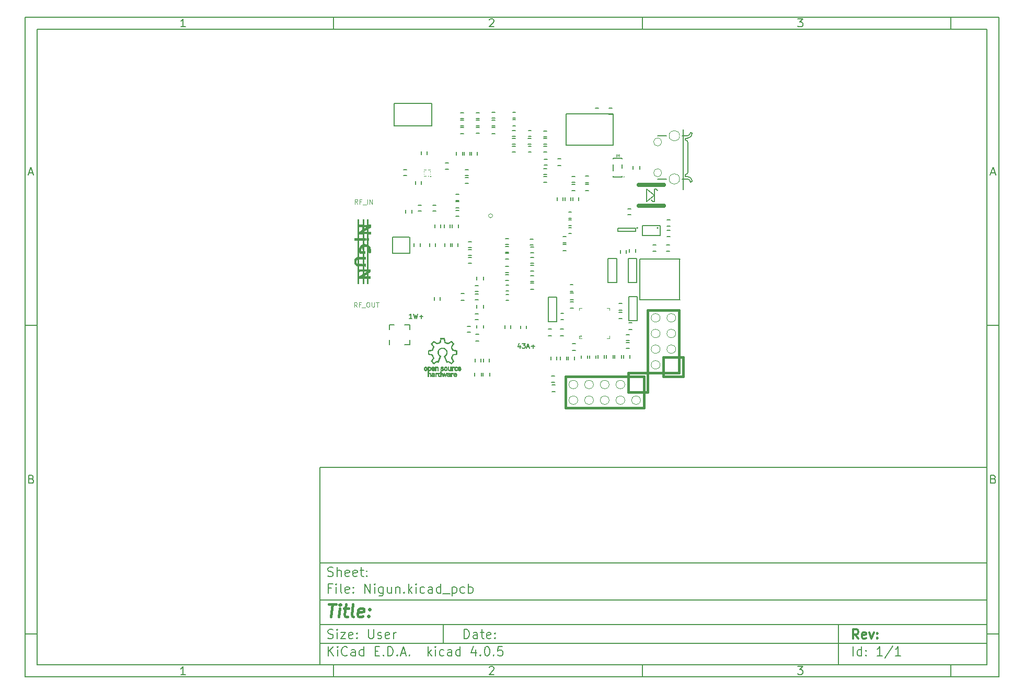
<source format=gbr>
G04 #@! TF.FileFunction,Legend,Top*
%FSLAX46Y46*%
G04 Gerber Fmt 4.6, Leading zero omitted, Abs format (unit mm)*
G04 Created by KiCad (PCBNEW 4.0.5) date 2017 September 25, Monday 02:54:35*
%MOMM*%
%LPD*%
G01*
G04 APERTURE LIST*
%ADD10C,0.100000*%
%ADD11C,0.150000*%
%ADD12C,0.300000*%
%ADD13C,0.400000*%
%ADD14C,0.101600*%
%ADD15C,0.152400*%
%ADD16C,0.635000*%
%ADD17C,0.381000*%
%ADD18C,0.200000*%
%ADD19C,0.127000*%
%ADD20C,0.000500*%
%ADD21C,0.010000*%
%ADD22C,0.050000*%
%ADD23C,0.081280*%
G04 APERTURE END LIST*
D10*
D11*
X57800000Y-83000000D02*
X57800000Y-115000000D01*
X165800000Y-115000000D01*
X165800000Y-83000000D01*
X57800000Y-83000000D01*
D10*
D11*
X10000000Y-10000000D02*
X10000000Y-117000000D01*
X167800000Y-117000000D01*
X167800000Y-10000000D01*
X10000000Y-10000000D01*
D10*
D11*
X12000000Y-12000000D02*
X12000000Y-115000000D01*
X165800000Y-115000000D01*
X165800000Y-12000000D01*
X12000000Y-12000000D01*
D10*
D11*
X60000000Y-12000000D02*
X60000000Y-10000000D01*
D10*
D11*
X110000000Y-12000000D02*
X110000000Y-10000000D01*
D10*
D11*
X160000000Y-12000000D02*
X160000000Y-10000000D01*
D10*
D11*
X35990476Y-11588095D02*
X35247619Y-11588095D01*
X35619048Y-11588095D02*
X35619048Y-10288095D01*
X35495238Y-10473810D01*
X35371429Y-10597619D01*
X35247619Y-10659524D01*
D10*
D11*
X85247619Y-10411905D02*
X85309524Y-10350000D01*
X85433333Y-10288095D01*
X85742857Y-10288095D01*
X85866667Y-10350000D01*
X85928571Y-10411905D01*
X85990476Y-10535714D01*
X85990476Y-10659524D01*
X85928571Y-10845238D01*
X85185714Y-11588095D01*
X85990476Y-11588095D01*
D10*
D11*
X135185714Y-10288095D02*
X135990476Y-10288095D01*
X135557143Y-10783333D01*
X135742857Y-10783333D01*
X135866667Y-10845238D01*
X135928571Y-10907143D01*
X135990476Y-11030952D01*
X135990476Y-11340476D01*
X135928571Y-11464286D01*
X135866667Y-11526190D01*
X135742857Y-11588095D01*
X135371429Y-11588095D01*
X135247619Y-11526190D01*
X135185714Y-11464286D01*
D10*
D11*
X60000000Y-115000000D02*
X60000000Y-117000000D01*
D10*
D11*
X110000000Y-115000000D02*
X110000000Y-117000000D01*
D10*
D11*
X160000000Y-115000000D02*
X160000000Y-117000000D01*
D10*
D11*
X35990476Y-116588095D02*
X35247619Y-116588095D01*
X35619048Y-116588095D02*
X35619048Y-115288095D01*
X35495238Y-115473810D01*
X35371429Y-115597619D01*
X35247619Y-115659524D01*
D10*
D11*
X85247619Y-115411905D02*
X85309524Y-115350000D01*
X85433333Y-115288095D01*
X85742857Y-115288095D01*
X85866667Y-115350000D01*
X85928571Y-115411905D01*
X85990476Y-115535714D01*
X85990476Y-115659524D01*
X85928571Y-115845238D01*
X85185714Y-116588095D01*
X85990476Y-116588095D01*
D10*
D11*
X135185714Y-115288095D02*
X135990476Y-115288095D01*
X135557143Y-115783333D01*
X135742857Y-115783333D01*
X135866667Y-115845238D01*
X135928571Y-115907143D01*
X135990476Y-116030952D01*
X135990476Y-116340476D01*
X135928571Y-116464286D01*
X135866667Y-116526190D01*
X135742857Y-116588095D01*
X135371429Y-116588095D01*
X135247619Y-116526190D01*
X135185714Y-116464286D01*
D10*
D11*
X10000000Y-60000000D02*
X12000000Y-60000000D01*
D10*
D11*
X10000000Y-110000000D02*
X12000000Y-110000000D01*
D10*
D11*
X10690476Y-35216667D02*
X11309524Y-35216667D01*
X10566667Y-35588095D02*
X11000000Y-34288095D01*
X11433333Y-35588095D01*
D10*
D11*
X11092857Y-84907143D02*
X11278571Y-84969048D01*
X11340476Y-85030952D01*
X11402381Y-85154762D01*
X11402381Y-85340476D01*
X11340476Y-85464286D01*
X11278571Y-85526190D01*
X11154762Y-85588095D01*
X10659524Y-85588095D01*
X10659524Y-84288095D01*
X11092857Y-84288095D01*
X11216667Y-84350000D01*
X11278571Y-84411905D01*
X11340476Y-84535714D01*
X11340476Y-84659524D01*
X11278571Y-84783333D01*
X11216667Y-84845238D01*
X11092857Y-84907143D01*
X10659524Y-84907143D01*
D10*
D11*
X167800000Y-60000000D02*
X165800000Y-60000000D01*
D10*
D11*
X167800000Y-110000000D02*
X165800000Y-110000000D01*
D10*
D11*
X166490476Y-35216667D02*
X167109524Y-35216667D01*
X166366667Y-35588095D02*
X166800000Y-34288095D01*
X167233333Y-35588095D01*
D10*
D11*
X166892857Y-84907143D02*
X167078571Y-84969048D01*
X167140476Y-85030952D01*
X167202381Y-85154762D01*
X167202381Y-85340476D01*
X167140476Y-85464286D01*
X167078571Y-85526190D01*
X166954762Y-85588095D01*
X166459524Y-85588095D01*
X166459524Y-84288095D01*
X166892857Y-84288095D01*
X167016667Y-84350000D01*
X167078571Y-84411905D01*
X167140476Y-84535714D01*
X167140476Y-84659524D01*
X167078571Y-84783333D01*
X167016667Y-84845238D01*
X166892857Y-84907143D01*
X166459524Y-84907143D01*
D10*
D11*
X81157143Y-110778571D02*
X81157143Y-109278571D01*
X81514286Y-109278571D01*
X81728571Y-109350000D01*
X81871429Y-109492857D01*
X81942857Y-109635714D01*
X82014286Y-109921429D01*
X82014286Y-110135714D01*
X81942857Y-110421429D01*
X81871429Y-110564286D01*
X81728571Y-110707143D01*
X81514286Y-110778571D01*
X81157143Y-110778571D01*
X83300000Y-110778571D02*
X83300000Y-109992857D01*
X83228571Y-109850000D01*
X83085714Y-109778571D01*
X82800000Y-109778571D01*
X82657143Y-109850000D01*
X83300000Y-110707143D02*
X83157143Y-110778571D01*
X82800000Y-110778571D01*
X82657143Y-110707143D01*
X82585714Y-110564286D01*
X82585714Y-110421429D01*
X82657143Y-110278571D01*
X82800000Y-110207143D01*
X83157143Y-110207143D01*
X83300000Y-110135714D01*
X83800000Y-109778571D02*
X84371429Y-109778571D01*
X84014286Y-109278571D02*
X84014286Y-110564286D01*
X84085714Y-110707143D01*
X84228572Y-110778571D01*
X84371429Y-110778571D01*
X85442857Y-110707143D02*
X85300000Y-110778571D01*
X85014286Y-110778571D01*
X84871429Y-110707143D01*
X84800000Y-110564286D01*
X84800000Y-109992857D01*
X84871429Y-109850000D01*
X85014286Y-109778571D01*
X85300000Y-109778571D01*
X85442857Y-109850000D01*
X85514286Y-109992857D01*
X85514286Y-110135714D01*
X84800000Y-110278571D01*
X86157143Y-110635714D02*
X86228571Y-110707143D01*
X86157143Y-110778571D01*
X86085714Y-110707143D01*
X86157143Y-110635714D01*
X86157143Y-110778571D01*
X86157143Y-109850000D02*
X86228571Y-109921429D01*
X86157143Y-109992857D01*
X86085714Y-109921429D01*
X86157143Y-109850000D01*
X86157143Y-109992857D01*
D10*
D11*
X57800000Y-111500000D02*
X165800000Y-111500000D01*
D10*
D11*
X59157143Y-113578571D02*
X59157143Y-112078571D01*
X60014286Y-113578571D02*
X59371429Y-112721429D01*
X60014286Y-112078571D02*
X59157143Y-112935714D01*
X60657143Y-113578571D02*
X60657143Y-112578571D01*
X60657143Y-112078571D02*
X60585714Y-112150000D01*
X60657143Y-112221429D01*
X60728571Y-112150000D01*
X60657143Y-112078571D01*
X60657143Y-112221429D01*
X62228572Y-113435714D02*
X62157143Y-113507143D01*
X61942857Y-113578571D01*
X61800000Y-113578571D01*
X61585715Y-113507143D01*
X61442857Y-113364286D01*
X61371429Y-113221429D01*
X61300000Y-112935714D01*
X61300000Y-112721429D01*
X61371429Y-112435714D01*
X61442857Y-112292857D01*
X61585715Y-112150000D01*
X61800000Y-112078571D01*
X61942857Y-112078571D01*
X62157143Y-112150000D01*
X62228572Y-112221429D01*
X63514286Y-113578571D02*
X63514286Y-112792857D01*
X63442857Y-112650000D01*
X63300000Y-112578571D01*
X63014286Y-112578571D01*
X62871429Y-112650000D01*
X63514286Y-113507143D02*
X63371429Y-113578571D01*
X63014286Y-113578571D01*
X62871429Y-113507143D01*
X62800000Y-113364286D01*
X62800000Y-113221429D01*
X62871429Y-113078571D01*
X63014286Y-113007143D01*
X63371429Y-113007143D01*
X63514286Y-112935714D01*
X64871429Y-113578571D02*
X64871429Y-112078571D01*
X64871429Y-113507143D02*
X64728572Y-113578571D01*
X64442858Y-113578571D01*
X64300000Y-113507143D01*
X64228572Y-113435714D01*
X64157143Y-113292857D01*
X64157143Y-112864286D01*
X64228572Y-112721429D01*
X64300000Y-112650000D01*
X64442858Y-112578571D01*
X64728572Y-112578571D01*
X64871429Y-112650000D01*
X66728572Y-112792857D02*
X67228572Y-112792857D01*
X67442858Y-113578571D02*
X66728572Y-113578571D01*
X66728572Y-112078571D01*
X67442858Y-112078571D01*
X68085715Y-113435714D02*
X68157143Y-113507143D01*
X68085715Y-113578571D01*
X68014286Y-113507143D01*
X68085715Y-113435714D01*
X68085715Y-113578571D01*
X68800001Y-113578571D02*
X68800001Y-112078571D01*
X69157144Y-112078571D01*
X69371429Y-112150000D01*
X69514287Y-112292857D01*
X69585715Y-112435714D01*
X69657144Y-112721429D01*
X69657144Y-112935714D01*
X69585715Y-113221429D01*
X69514287Y-113364286D01*
X69371429Y-113507143D01*
X69157144Y-113578571D01*
X68800001Y-113578571D01*
X70300001Y-113435714D02*
X70371429Y-113507143D01*
X70300001Y-113578571D01*
X70228572Y-113507143D01*
X70300001Y-113435714D01*
X70300001Y-113578571D01*
X70942858Y-113150000D02*
X71657144Y-113150000D01*
X70800001Y-113578571D02*
X71300001Y-112078571D01*
X71800001Y-113578571D01*
X72300001Y-113435714D02*
X72371429Y-113507143D01*
X72300001Y-113578571D01*
X72228572Y-113507143D01*
X72300001Y-113435714D01*
X72300001Y-113578571D01*
X75300001Y-113578571D02*
X75300001Y-112078571D01*
X75442858Y-113007143D02*
X75871429Y-113578571D01*
X75871429Y-112578571D02*
X75300001Y-113150000D01*
X76514287Y-113578571D02*
X76514287Y-112578571D01*
X76514287Y-112078571D02*
X76442858Y-112150000D01*
X76514287Y-112221429D01*
X76585715Y-112150000D01*
X76514287Y-112078571D01*
X76514287Y-112221429D01*
X77871430Y-113507143D02*
X77728573Y-113578571D01*
X77442859Y-113578571D01*
X77300001Y-113507143D01*
X77228573Y-113435714D01*
X77157144Y-113292857D01*
X77157144Y-112864286D01*
X77228573Y-112721429D01*
X77300001Y-112650000D01*
X77442859Y-112578571D01*
X77728573Y-112578571D01*
X77871430Y-112650000D01*
X79157144Y-113578571D02*
X79157144Y-112792857D01*
X79085715Y-112650000D01*
X78942858Y-112578571D01*
X78657144Y-112578571D01*
X78514287Y-112650000D01*
X79157144Y-113507143D02*
X79014287Y-113578571D01*
X78657144Y-113578571D01*
X78514287Y-113507143D01*
X78442858Y-113364286D01*
X78442858Y-113221429D01*
X78514287Y-113078571D01*
X78657144Y-113007143D01*
X79014287Y-113007143D01*
X79157144Y-112935714D01*
X80514287Y-113578571D02*
X80514287Y-112078571D01*
X80514287Y-113507143D02*
X80371430Y-113578571D01*
X80085716Y-113578571D01*
X79942858Y-113507143D01*
X79871430Y-113435714D01*
X79800001Y-113292857D01*
X79800001Y-112864286D01*
X79871430Y-112721429D01*
X79942858Y-112650000D01*
X80085716Y-112578571D01*
X80371430Y-112578571D01*
X80514287Y-112650000D01*
X83014287Y-112578571D02*
X83014287Y-113578571D01*
X82657144Y-112007143D02*
X82300001Y-113078571D01*
X83228573Y-113078571D01*
X83800001Y-113435714D02*
X83871429Y-113507143D01*
X83800001Y-113578571D01*
X83728572Y-113507143D01*
X83800001Y-113435714D01*
X83800001Y-113578571D01*
X84800001Y-112078571D02*
X84942858Y-112078571D01*
X85085715Y-112150000D01*
X85157144Y-112221429D01*
X85228573Y-112364286D01*
X85300001Y-112650000D01*
X85300001Y-113007143D01*
X85228573Y-113292857D01*
X85157144Y-113435714D01*
X85085715Y-113507143D01*
X84942858Y-113578571D01*
X84800001Y-113578571D01*
X84657144Y-113507143D01*
X84585715Y-113435714D01*
X84514287Y-113292857D01*
X84442858Y-113007143D01*
X84442858Y-112650000D01*
X84514287Y-112364286D01*
X84585715Y-112221429D01*
X84657144Y-112150000D01*
X84800001Y-112078571D01*
X85942858Y-113435714D02*
X86014286Y-113507143D01*
X85942858Y-113578571D01*
X85871429Y-113507143D01*
X85942858Y-113435714D01*
X85942858Y-113578571D01*
X87371430Y-112078571D02*
X86657144Y-112078571D01*
X86585715Y-112792857D01*
X86657144Y-112721429D01*
X86800001Y-112650000D01*
X87157144Y-112650000D01*
X87300001Y-112721429D01*
X87371430Y-112792857D01*
X87442858Y-112935714D01*
X87442858Y-113292857D01*
X87371430Y-113435714D01*
X87300001Y-113507143D01*
X87157144Y-113578571D01*
X86800001Y-113578571D01*
X86657144Y-113507143D01*
X86585715Y-113435714D01*
D10*
D11*
X57800000Y-108500000D02*
X165800000Y-108500000D01*
D10*
D12*
X145014286Y-110778571D02*
X144514286Y-110064286D01*
X144157143Y-110778571D02*
X144157143Y-109278571D01*
X144728571Y-109278571D01*
X144871429Y-109350000D01*
X144942857Y-109421429D01*
X145014286Y-109564286D01*
X145014286Y-109778571D01*
X144942857Y-109921429D01*
X144871429Y-109992857D01*
X144728571Y-110064286D01*
X144157143Y-110064286D01*
X146228571Y-110707143D02*
X146085714Y-110778571D01*
X145800000Y-110778571D01*
X145657143Y-110707143D01*
X145585714Y-110564286D01*
X145585714Y-109992857D01*
X145657143Y-109850000D01*
X145800000Y-109778571D01*
X146085714Y-109778571D01*
X146228571Y-109850000D01*
X146300000Y-109992857D01*
X146300000Y-110135714D01*
X145585714Y-110278571D01*
X146800000Y-109778571D02*
X147157143Y-110778571D01*
X147514285Y-109778571D01*
X148085714Y-110635714D02*
X148157142Y-110707143D01*
X148085714Y-110778571D01*
X148014285Y-110707143D01*
X148085714Y-110635714D01*
X148085714Y-110778571D01*
X148085714Y-109850000D02*
X148157142Y-109921429D01*
X148085714Y-109992857D01*
X148014285Y-109921429D01*
X148085714Y-109850000D01*
X148085714Y-109992857D01*
D10*
D11*
X59085714Y-110707143D02*
X59300000Y-110778571D01*
X59657143Y-110778571D01*
X59800000Y-110707143D01*
X59871429Y-110635714D01*
X59942857Y-110492857D01*
X59942857Y-110350000D01*
X59871429Y-110207143D01*
X59800000Y-110135714D01*
X59657143Y-110064286D01*
X59371429Y-109992857D01*
X59228571Y-109921429D01*
X59157143Y-109850000D01*
X59085714Y-109707143D01*
X59085714Y-109564286D01*
X59157143Y-109421429D01*
X59228571Y-109350000D01*
X59371429Y-109278571D01*
X59728571Y-109278571D01*
X59942857Y-109350000D01*
X60585714Y-110778571D02*
X60585714Y-109778571D01*
X60585714Y-109278571D02*
X60514285Y-109350000D01*
X60585714Y-109421429D01*
X60657142Y-109350000D01*
X60585714Y-109278571D01*
X60585714Y-109421429D01*
X61157143Y-109778571D02*
X61942857Y-109778571D01*
X61157143Y-110778571D01*
X61942857Y-110778571D01*
X63085714Y-110707143D02*
X62942857Y-110778571D01*
X62657143Y-110778571D01*
X62514286Y-110707143D01*
X62442857Y-110564286D01*
X62442857Y-109992857D01*
X62514286Y-109850000D01*
X62657143Y-109778571D01*
X62942857Y-109778571D01*
X63085714Y-109850000D01*
X63157143Y-109992857D01*
X63157143Y-110135714D01*
X62442857Y-110278571D01*
X63800000Y-110635714D02*
X63871428Y-110707143D01*
X63800000Y-110778571D01*
X63728571Y-110707143D01*
X63800000Y-110635714D01*
X63800000Y-110778571D01*
X63800000Y-109850000D02*
X63871428Y-109921429D01*
X63800000Y-109992857D01*
X63728571Y-109921429D01*
X63800000Y-109850000D01*
X63800000Y-109992857D01*
X65657143Y-109278571D02*
X65657143Y-110492857D01*
X65728571Y-110635714D01*
X65800000Y-110707143D01*
X65942857Y-110778571D01*
X66228571Y-110778571D01*
X66371429Y-110707143D01*
X66442857Y-110635714D01*
X66514286Y-110492857D01*
X66514286Y-109278571D01*
X67157143Y-110707143D02*
X67300000Y-110778571D01*
X67585715Y-110778571D01*
X67728572Y-110707143D01*
X67800000Y-110564286D01*
X67800000Y-110492857D01*
X67728572Y-110350000D01*
X67585715Y-110278571D01*
X67371429Y-110278571D01*
X67228572Y-110207143D01*
X67157143Y-110064286D01*
X67157143Y-109992857D01*
X67228572Y-109850000D01*
X67371429Y-109778571D01*
X67585715Y-109778571D01*
X67728572Y-109850000D01*
X69014286Y-110707143D02*
X68871429Y-110778571D01*
X68585715Y-110778571D01*
X68442858Y-110707143D01*
X68371429Y-110564286D01*
X68371429Y-109992857D01*
X68442858Y-109850000D01*
X68585715Y-109778571D01*
X68871429Y-109778571D01*
X69014286Y-109850000D01*
X69085715Y-109992857D01*
X69085715Y-110135714D01*
X68371429Y-110278571D01*
X69728572Y-110778571D02*
X69728572Y-109778571D01*
X69728572Y-110064286D02*
X69800000Y-109921429D01*
X69871429Y-109850000D01*
X70014286Y-109778571D01*
X70157143Y-109778571D01*
D10*
D11*
X144157143Y-113578571D02*
X144157143Y-112078571D01*
X145514286Y-113578571D02*
X145514286Y-112078571D01*
X145514286Y-113507143D02*
X145371429Y-113578571D01*
X145085715Y-113578571D01*
X144942857Y-113507143D01*
X144871429Y-113435714D01*
X144800000Y-113292857D01*
X144800000Y-112864286D01*
X144871429Y-112721429D01*
X144942857Y-112650000D01*
X145085715Y-112578571D01*
X145371429Y-112578571D01*
X145514286Y-112650000D01*
X146228572Y-113435714D02*
X146300000Y-113507143D01*
X146228572Y-113578571D01*
X146157143Y-113507143D01*
X146228572Y-113435714D01*
X146228572Y-113578571D01*
X146228572Y-112650000D02*
X146300000Y-112721429D01*
X146228572Y-112792857D01*
X146157143Y-112721429D01*
X146228572Y-112650000D01*
X146228572Y-112792857D01*
X148871429Y-113578571D02*
X148014286Y-113578571D01*
X148442858Y-113578571D02*
X148442858Y-112078571D01*
X148300001Y-112292857D01*
X148157143Y-112435714D01*
X148014286Y-112507143D01*
X150585714Y-112007143D02*
X149300000Y-113935714D01*
X151871429Y-113578571D02*
X151014286Y-113578571D01*
X151442858Y-113578571D02*
X151442858Y-112078571D01*
X151300001Y-112292857D01*
X151157143Y-112435714D01*
X151014286Y-112507143D01*
D10*
D11*
X57800000Y-104500000D02*
X165800000Y-104500000D01*
D10*
D13*
X59252381Y-105204762D02*
X60395238Y-105204762D01*
X59573810Y-107204762D02*
X59823810Y-105204762D01*
X60811905Y-107204762D02*
X60978571Y-105871429D01*
X61061905Y-105204762D02*
X60954762Y-105300000D01*
X61038095Y-105395238D01*
X61145239Y-105300000D01*
X61061905Y-105204762D01*
X61038095Y-105395238D01*
X61645238Y-105871429D02*
X62407143Y-105871429D01*
X62014286Y-105204762D02*
X61800000Y-106919048D01*
X61871430Y-107109524D01*
X62050001Y-107204762D01*
X62240477Y-107204762D01*
X63192858Y-107204762D02*
X63014287Y-107109524D01*
X62942857Y-106919048D01*
X63157143Y-105204762D01*
X64728572Y-107109524D02*
X64526191Y-107204762D01*
X64145239Y-107204762D01*
X63966667Y-107109524D01*
X63895238Y-106919048D01*
X63990476Y-106157143D01*
X64109524Y-105966667D01*
X64311905Y-105871429D01*
X64692857Y-105871429D01*
X64871429Y-105966667D01*
X64942857Y-106157143D01*
X64919048Y-106347619D01*
X63942857Y-106538095D01*
X65692857Y-107014286D02*
X65776192Y-107109524D01*
X65669048Y-107204762D01*
X65585715Y-107109524D01*
X65692857Y-107014286D01*
X65669048Y-107204762D01*
X65823810Y-105966667D02*
X65907144Y-106061905D01*
X65800000Y-106157143D01*
X65716667Y-106061905D01*
X65823810Y-105966667D01*
X65800000Y-106157143D01*
D10*
D11*
X59657143Y-102592857D02*
X59157143Y-102592857D01*
X59157143Y-103378571D02*
X59157143Y-101878571D01*
X59871429Y-101878571D01*
X60442857Y-103378571D02*
X60442857Y-102378571D01*
X60442857Y-101878571D02*
X60371428Y-101950000D01*
X60442857Y-102021429D01*
X60514285Y-101950000D01*
X60442857Y-101878571D01*
X60442857Y-102021429D01*
X61371429Y-103378571D02*
X61228571Y-103307143D01*
X61157143Y-103164286D01*
X61157143Y-101878571D01*
X62514285Y-103307143D02*
X62371428Y-103378571D01*
X62085714Y-103378571D01*
X61942857Y-103307143D01*
X61871428Y-103164286D01*
X61871428Y-102592857D01*
X61942857Y-102450000D01*
X62085714Y-102378571D01*
X62371428Y-102378571D01*
X62514285Y-102450000D01*
X62585714Y-102592857D01*
X62585714Y-102735714D01*
X61871428Y-102878571D01*
X63228571Y-103235714D02*
X63299999Y-103307143D01*
X63228571Y-103378571D01*
X63157142Y-103307143D01*
X63228571Y-103235714D01*
X63228571Y-103378571D01*
X63228571Y-102450000D02*
X63299999Y-102521429D01*
X63228571Y-102592857D01*
X63157142Y-102521429D01*
X63228571Y-102450000D01*
X63228571Y-102592857D01*
X65085714Y-103378571D02*
X65085714Y-101878571D01*
X65942857Y-103378571D01*
X65942857Y-101878571D01*
X66657143Y-103378571D02*
X66657143Y-102378571D01*
X66657143Y-101878571D02*
X66585714Y-101950000D01*
X66657143Y-102021429D01*
X66728571Y-101950000D01*
X66657143Y-101878571D01*
X66657143Y-102021429D01*
X68014286Y-102378571D02*
X68014286Y-103592857D01*
X67942857Y-103735714D01*
X67871429Y-103807143D01*
X67728572Y-103878571D01*
X67514286Y-103878571D01*
X67371429Y-103807143D01*
X68014286Y-103307143D02*
X67871429Y-103378571D01*
X67585715Y-103378571D01*
X67442857Y-103307143D01*
X67371429Y-103235714D01*
X67300000Y-103092857D01*
X67300000Y-102664286D01*
X67371429Y-102521429D01*
X67442857Y-102450000D01*
X67585715Y-102378571D01*
X67871429Y-102378571D01*
X68014286Y-102450000D01*
X69371429Y-102378571D02*
X69371429Y-103378571D01*
X68728572Y-102378571D02*
X68728572Y-103164286D01*
X68800000Y-103307143D01*
X68942858Y-103378571D01*
X69157143Y-103378571D01*
X69300000Y-103307143D01*
X69371429Y-103235714D01*
X70085715Y-102378571D02*
X70085715Y-103378571D01*
X70085715Y-102521429D02*
X70157143Y-102450000D01*
X70300001Y-102378571D01*
X70514286Y-102378571D01*
X70657143Y-102450000D01*
X70728572Y-102592857D01*
X70728572Y-103378571D01*
X71442858Y-103235714D02*
X71514286Y-103307143D01*
X71442858Y-103378571D01*
X71371429Y-103307143D01*
X71442858Y-103235714D01*
X71442858Y-103378571D01*
X72157144Y-103378571D02*
X72157144Y-101878571D01*
X72300001Y-102807143D02*
X72728572Y-103378571D01*
X72728572Y-102378571D02*
X72157144Y-102950000D01*
X73371430Y-103378571D02*
X73371430Y-102378571D01*
X73371430Y-101878571D02*
X73300001Y-101950000D01*
X73371430Y-102021429D01*
X73442858Y-101950000D01*
X73371430Y-101878571D01*
X73371430Y-102021429D01*
X74728573Y-103307143D02*
X74585716Y-103378571D01*
X74300002Y-103378571D01*
X74157144Y-103307143D01*
X74085716Y-103235714D01*
X74014287Y-103092857D01*
X74014287Y-102664286D01*
X74085716Y-102521429D01*
X74157144Y-102450000D01*
X74300002Y-102378571D01*
X74585716Y-102378571D01*
X74728573Y-102450000D01*
X76014287Y-103378571D02*
X76014287Y-102592857D01*
X75942858Y-102450000D01*
X75800001Y-102378571D01*
X75514287Y-102378571D01*
X75371430Y-102450000D01*
X76014287Y-103307143D02*
X75871430Y-103378571D01*
X75514287Y-103378571D01*
X75371430Y-103307143D01*
X75300001Y-103164286D01*
X75300001Y-103021429D01*
X75371430Y-102878571D01*
X75514287Y-102807143D01*
X75871430Y-102807143D01*
X76014287Y-102735714D01*
X77371430Y-103378571D02*
X77371430Y-101878571D01*
X77371430Y-103307143D02*
X77228573Y-103378571D01*
X76942859Y-103378571D01*
X76800001Y-103307143D01*
X76728573Y-103235714D01*
X76657144Y-103092857D01*
X76657144Y-102664286D01*
X76728573Y-102521429D01*
X76800001Y-102450000D01*
X76942859Y-102378571D01*
X77228573Y-102378571D01*
X77371430Y-102450000D01*
X77728573Y-103521429D02*
X78871430Y-103521429D01*
X79228573Y-102378571D02*
X79228573Y-103878571D01*
X79228573Y-102450000D02*
X79371430Y-102378571D01*
X79657144Y-102378571D01*
X79800001Y-102450000D01*
X79871430Y-102521429D01*
X79942859Y-102664286D01*
X79942859Y-103092857D01*
X79871430Y-103235714D01*
X79800001Y-103307143D01*
X79657144Y-103378571D01*
X79371430Y-103378571D01*
X79228573Y-103307143D01*
X81228573Y-103307143D02*
X81085716Y-103378571D01*
X80800002Y-103378571D01*
X80657144Y-103307143D01*
X80585716Y-103235714D01*
X80514287Y-103092857D01*
X80514287Y-102664286D01*
X80585716Y-102521429D01*
X80657144Y-102450000D01*
X80800002Y-102378571D01*
X81085716Y-102378571D01*
X81228573Y-102450000D01*
X81871430Y-103378571D02*
X81871430Y-101878571D01*
X81871430Y-102450000D02*
X82014287Y-102378571D01*
X82300001Y-102378571D01*
X82442858Y-102450000D01*
X82514287Y-102521429D01*
X82585716Y-102664286D01*
X82585716Y-103092857D01*
X82514287Y-103235714D01*
X82442858Y-103307143D01*
X82300001Y-103378571D01*
X82014287Y-103378571D01*
X81871430Y-103307143D01*
D10*
D11*
X57800000Y-98500000D02*
X165800000Y-98500000D01*
D10*
D11*
X59085714Y-100607143D02*
X59300000Y-100678571D01*
X59657143Y-100678571D01*
X59800000Y-100607143D01*
X59871429Y-100535714D01*
X59942857Y-100392857D01*
X59942857Y-100250000D01*
X59871429Y-100107143D01*
X59800000Y-100035714D01*
X59657143Y-99964286D01*
X59371429Y-99892857D01*
X59228571Y-99821429D01*
X59157143Y-99750000D01*
X59085714Y-99607143D01*
X59085714Y-99464286D01*
X59157143Y-99321429D01*
X59228571Y-99250000D01*
X59371429Y-99178571D01*
X59728571Y-99178571D01*
X59942857Y-99250000D01*
X60585714Y-100678571D02*
X60585714Y-99178571D01*
X61228571Y-100678571D02*
X61228571Y-99892857D01*
X61157142Y-99750000D01*
X61014285Y-99678571D01*
X60800000Y-99678571D01*
X60657142Y-99750000D01*
X60585714Y-99821429D01*
X62514285Y-100607143D02*
X62371428Y-100678571D01*
X62085714Y-100678571D01*
X61942857Y-100607143D01*
X61871428Y-100464286D01*
X61871428Y-99892857D01*
X61942857Y-99750000D01*
X62085714Y-99678571D01*
X62371428Y-99678571D01*
X62514285Y-99750000D01*
X62585714Y-99892857D01*
X62585714Y-100035714D01*
X61871428Y-100178571D01*
X63799999Y-100607143D02*
X63657142Y-100678571D01*
X63371428Y-100678571D01*
X63228571Y-100607143D01*
X63157142Y-100464286D01*
X63157142Y-99892857D01*
X63228571Y-99750000D01*
X63371428Y-99678571D01*
X63657142Y-99678571D01*
X63799999Y-99750000D01*
X63871428Y-99892857D01*
X63871428Y-100035714D01*
X63157142Y-100178571D01*
X64299999Y-99678571D02*
X64871428Y-99678571D01*
X64514285Y-99178571D02*
X64514285Y-100464286D01*
X64585713Y-100607143D01*
X64728571Y-100678571D01*
X64871428Y-100678571D01*
X65371428Y-100535714D02*
X65442856Y-100607143D01*
X65371428Y-100678571D01*
X65299999Y-100607143D01*
X65371428Y-100535714D01*
X65371428Y-100678571D01*
X65371428Y-99750000D02*
X65442856Y-99821429D01*
X65371428Y-99892857D01*
X65299999Y-99821429D01*
X65371428Y-99750000D01*
X65371428Y-99892857D01*
D10*
D11*
X77800000Y-108500000D02*
X77800000Y-111500000D01*
D10*
D11*
X141800000Y-108500000D02*
X141800000Y-115000000D01*
X95881000Y-69655200D02*
X95381000Y-69655200D01*
X95381000Y-70705200D02*
X95881000Y-70705200D01*
X95271400Y-60612800D02*
X94771400Y-60612800D01*
X94771400Y-61662800D02*
X95271400Y-61662800D01*
X97283500Y-58034700D02*
X96783500Y-58034700D01*
X96783500Y-59084700D02*
X97283500Y-59084700D01*
X96745400Y-61662800D02*
X97245400Y-61662800D01*
X97245400Y-60612800D02*
X96745400Y-60612800D01*
X98309200Y-54449200D02*
X98809200Y-54449200D01*
X98809200Y-53399200D02*
X98309200Y-53399200D01*
X98321900Y-55808100D02*
X98821900Y-55808100D01*
X98821900Y-54758100D02*
X98321900Y-54758100D01*
X98321900Y-57179700D02*
X98821900Y-57179700D01*
X98821900Y-56129700D02*
X98321900Y-56129700D01*
X107992400Y-65343000D02*
X107992400Y-64843000D01*
X106942400Y-64843000D02*
X106942400Y-65343000D01*
X106633500Y-65343000D02*
X106633500Y-64843000D01*
X105583500Y-64843000D02*
X105583500Y-65343000D01*
X105249200Y-65343000D02*
X105249200Y-64843000D01*
X104199200Y-64843000D02*
X104199200Y-65343000D01*
X103864900Y-65343000D02*
X103864900Y-64843000D01*
X102814900Y-64843000D02*
X102814900Y-65343000D01*
X102506000Y-65355700D02*
X102506000Y-64855700D01*
X101456000Y-64855700D02*
X101456000Y-65355700D01*
X101147100Y-65355700D02*
X101147100Y-64855700D01*
X100097100Y-64855700D02*
X100097100Y-65355700D01*
X106195900Y-57484500D02*
X106695900Y-57484500D01*
X106695900Y-56434500D02*
X106195900Y-56434500D01*
X107827000Y-60634100D02*
X108327000Y-60634100D01*
X108327000Y-59584100D02*
X107827000Y-59584100D01*
X98721100Y-64012300D02*
X99221100Y-64012300D01*
X99221100Y-62962300D02*
X98721100Y-62962300D01*
X106219600Y-58881500D02*
X106719600Y-58881500D01*
X106719600Y-57831500D02*
X106219600Y-57831500D01*
X96831380Y-33010620D02*
X96331380Y-33010620D01*
X96331380Y-34060620D02*
X96831380Y-34060620D01*
X101306860Y-35804620D02*
X100806860Y-35804620D01*
X100806860Y-36854620D02*
X101306860Y-36854620D01*
X101314060Y-37102560D02*
X100814060Y-37102560D01*
X100814060Y-38152560D02*
X101314060Y-38152560D01*
X105101620Y-24727680D02*
X104601620Y-24727680D01*
X104601620Y-25777680D02*
X105101620Y-25777680D01*
X85272100Y-68182300D02*
X85272100Y-67682300D01*
X84222100Y-67682300D02*
X84222100Y-68182300D01*
X83913200Y-68182300D02*
X83913200Y-67682300D01*
X82863200Y-67682300D02*
X82863200Y-68182300D01*
X83056500Y-62488300D02*
X83556500Y-62488300D01*
X83556500Y-61438300D02*
X83056500Y-61438300D01*
X114455600Y-46909500D02*
X113955600Y-46909500D01*
X113955600Y-47959500D02*
X114455600Y-47959500D01*
X111733100Y-47972200D02*
X112233100Y-47972200D01*
X112233100Y-46922200D02*
X111733100Y-46922200D01*
X107894900Y-47641700D02*
X107894900Y-48141700D01*
X108944900Y-48141700D02*
X108944900Y-47641700D01*
X83223880Y-59942500D02*
X83223880Y-60442500D01*
X84273880Y-60442500D02*
X84273880Y-59942500D01*
X83223880Y-56712460D02*
X83223880Y-57212460D01*
X84273880Y-57212460D02*
X84273880Y-56712460D01*
X81172280Y-54834300D02*
X80672280Y-54834300D01*
X80672280Y-55884300D02*
X81172280Y-55884300D01*
X83213720Y-52083740D02*
X83213720Y-52583740D01*
X84263720Y-52583740D02*
X84263720Y-52083740D01*
X109567200Y-34661500D02*
X109567200Y-34161500D01*
X108517200Y-34161500D02*
X108517200Y-34661500D01*
D14*
X74983340Y-34742120D02*
X74632820Y-34742120D01*
X75633580Y-34742120D02*
X75283060Y-34742120D01*
X75283060Y-35742880D02*
X75432920Y-35742880D01*
X74632820Y-35742880D02*
X74983340Y-35742880D01*
X75843966Y-35844480D02*
G75*
G03X75843966Y-35844480I-111326J0D01*
G01*
X75633580Y-35092640D02*
X75633580Y-35041840D01*
X75633580Y-35443160D02*
X75633580Y-35392360D01*
X74632820Y-35392360D02*
X74632820Y-35443160D01*
X74632820Y-35041840D02*
X74632820Y-35092640D01*
D15*
X112001300Y-37884100D02*
X112001300Y-38900100D01*
X112001300Y-38900100D02*
X112001300Y-39916100D01*
X112001300Y-38900100D02*
X110731300Y-37884100D01*
X110731300Y-37884100D02*
X110731300Y-39916100D01*
X110731300Y-39916100D02*
X112001300Y-38900100D01*
X112001300Y-39916100D02*
X111747300Y-39916100D01*
X111747300Y-39916100D02*
X111493300Y-39662100D01*
X112001300Y-37884100D02*
X112255300Y-37884100D01*
X112255300Y-37884100D02*
X112509300Y-38138100D01*
D16*
X109461300Y-37223700D02*
X113525300Y-37223700D01*
X109461300Y-40576500D02*
X113525300Y-40576500D01*
D11*
X107719900Y-53067500D02*
X107719900Y-49167500D01*
X107719900Y-49167500D02*
X109119900Y-49167500D01*
X109119900Y-49167500D02*
X109119900Y-53067500D01*
X109119900Y-53067500D02*
X107719900Y-53067500D01*
X109208800Y-55352400D02*
X109208800Y-59252400D01*
X109208800Y-59252400D02*
X107808800Y-59252400D01*
X107808800Y-59252400D02*
X107808800Y-55352400D01*
X107808800Y-55352400D02*
X109208800Y-55352400D01*
X105881400Y-49116700D02*
X105881400Y-53016700D01*
X105881400Y-53016700D02*
X104481400Y-53016700D01*
X104481400Y-53016700D02*
X104481400Y-49116700D01*
X104481400Y-49116700D02*
X105881400Y-49116700D01*
X96178600Y-55447899D02*
X96178600Y-59347899D01*
X96178600Y-59347899D02*
X94778600Y-59347899D01*
X94778600Y-59347899D02*
X94778600Y-55447899D01*
X94778600Y-55447899D02*
X96178600Y-55447899D01*
D17*
X113436400Y-65112900D02*
X113436400Y-68287900D01*
X113436400Y-68287900D02*
X116611400Y-68287900D01*
X116611400Y-68287900D02*
X116611400Y-65112900D01*
X116611400Y-65112900D02*
X113436400Y-65112900D01*
X110896400Y-67652900D02*
X110896400Y-57492900D01*
X110896400Y-57492900D02*
X115976400Y-57492900D01*
X115976400Y-57492900D02*
X115976400Y-67652900D01*
X115976400Y-67652900D02*
X110896400Y-67652900D01*
X107734100Y-70853300D02*
X110909100Y-70853300D01*
X110909100Y-70853300D02*
X110909100Y-67678300D01*
X110909100Y-67678300D02*
X107734100Y-67678300D01*
X107734100Y-67678300D02*
X107734100Y-70853300D01*
X110274100Y-73393300D02*
X97574100Y-73393300D01*
X97574100Y-73393300D02*
X97574100Y-68313300D01*
X97574100Y-68313300D02*
X110274100Y-68313300D01*
X110274100Y-68313300D02*
X110274100Y-73393300D01*
D11*
X109280100Y-44188100D02*
G75*
G03X109280100Y-44188100I-100000J0D01*
G01*
X108930100Y-44738100D02*
X108930100Y-44238100D01*
X106030100Y-44738100D02*
X108930100Y-44738100D01*
X106030100Y-44238100D02*
X106030100Y-44738100D01*
X108930100Y-44238100D02*
X106030100Y-44238100D01*
X112905200Y-43789700D02*
X112905200Y-45389700D01*
X110005200Y-43789700D02*
X112905200Y-43789700D01*
X110005200Y-45389700D02*
X110005200Y-43789700D01*
X112905200Y-45389700D02*
X110005200Y-45389700D01*
D18*
X112605200Y-44189700D02*
G75*
G03X112605200Y-44189700I-100000J0D01*
G01*
D11*
X72292200Y-45676500D02*
X69542200Y-45676500D01*
X69542200Y-45726500D02*
X69542200Y-48276500D01*
X72342200Y-48276500D02*
X69592200Y-48276500D01*
X72342200Y-45676500D02*
X72342200Y-48226500D01*
X69073360Y-59881100D02*
X69848360Y-59881100D01*
X72323360Y-63131100D02*
X71548360Y-63131100D01*
X72323360Y-59881100D02*
X71548360Y-59881100D01*
X69073360Y-63131100D02*
X69073360Y-62356100D01*
X72323360Y-63131100D02*
X72323360Y-62356100D01*
X72323360Y-59881100D02*
X72323360Y-60656100D01*
X69073360Y-59881100D02*
X69073360Y-60656100D01*
D14*
X100172600Y-62055100D02*
X99772600Y-62055100D01*
X99772600Y-62055100D02*
X99772600Y-61655100D01*
X99772600Y-57555100D02*
X99772600Y-57155100D01*
X99772600Y-57155100D02*
X100172600Y-57155100D01*
X104272600Y-57155100D02*
X104672600Y-57155100D01*
X104672600Y-57155100D02*
X104672600Y-57555100D01*
X104672600Y-61655100D02*
X104672600Y-62055100D01*
X104672600Y-62055100D02*
X104272600Y-62055100D01*
D10*
X100197600Y-61780100D02*
G75*
G03X100197600Y-61780100I-150000J0D01*
G01*
D11*
X71327200Y-35717500D02*
X71827200Y-35717500D01*
X71827200Y-34767500D02*
X71327200Y-34767500D01*
X81863270Y-48650884D02*
X82363270Y-48650884D01*
X82363270Y-47700884D02*
X81863270Y-47700884D01*
X87841100Y-51402000D02*
X88341100Y-51402000D01*
X88341100Y-50452000D02*
X87841100Y-50452000D01*
X81859370Y-49908184D02*
X82359370Y-49908184D01*
X82359370Y-48958184D02*
X81859370Y-48958184D01*
X82946520Y-54508420D02*
X83446520Y-54508420D01*
X83446520Y-53558420D02*
X82946520Y-53558420D01*
X75138300Y-32326300D02*
X75138300Y-31826300D01*
X74188300Y-31826300D02*
X74188300Y-32326300D01*
X74211200Y-37114200D02*
X74211200Y-36614200D01*
X73261200Y-36614200D02*
X73261200Y-37114200D01*
X87846000Y-52710100D02*
X88346000Y-52710100D01*
X88346000Y-51760100D02*
X87846000Y-51760100D01*
X107632600Y-42016700D02*
X108132600Y-42016700D01*
X108132600Y-41066700D02*
X107632600Y-41066700D01*
X81867303Y-47397532D02*
X82367303Y-47397532D01*
X82367303Y-46447532D02*
X81867303Y-46447532D01*
X82946520Y-55834300D02*
X83446520Y-55834300D01*
X83446520Y-54884300D02*
X82946520Y-54884300D01*
X87891900Y-54424600D02*
X88391900Y-54424600D01*
X88391900Y-53474600D02*
X87891900Y-53474600D01*
X114537300Y-42908200D02*
X114037300Y-42908200D01*
X114037300Y-43858200D02*
X114537300Y-43858200D01*
X87891900Y-55897800D02*
X88391900Y-55897800D01*
X88391900Y-54947800D02*
X87891900Y-54947800D01*
X82945160Y-59049940D02*
X83445160Y-59049940D01*
X83445160Y-58099940D02*
X82945160Y-58099940D01*
X92426600Y-50248800D02*
X91926600Y-50248800D01*
X91926600Y-51198800D02*
X92426600Y-51198800D01*
X81643320Y-61122580D02*
X82143320Y-61122580D01*
X82143320Y-60172580D02*
X81643320Y-60172580D01*
X92417799Y-48991500D02*
X91917799Y-48991500D01*
X91917799Y-49941500D02*
X92417799Y-49941500D01*
X107396300Y-48319500D02*
X107396300Y-47819500D01*
X106446300Y-47819500D02*
X106446300Y-48319500D01*
X87841100Y-46868100D02*
X88341100Y-46868100D01*
X88341100Y-45918100D02*
X87841100Y-45918100D01*
X92379700Y-47277000D02*
X91879700Y-47277000D01*
X91879700Y-48227000D02*
X92379700Y-48227000D01*
X87858700Y-48125400D02*
X88358700Y-48125400D01*
X88358700Y-47175400D02*
X87858700Y-47175400D01*
X92354300Y-45968900D02*
X91854300Y-45968900D01*
X91854300Y-46918900D02*
X92354300Y-46918900D01*
X114537300Y-44610000D02*
X114037300Y-44610000D01*
X114037300Y-45560000D02*
X114537300Y-45560000D01*
X87849900Y-49243000D02*
X88349900Y-49243000D01*
X88349900Y-48293000D02*
X87849900Y-48293000D01*
X91910000Y-54107100D02*
X92410000Y-54107100D01*
X92410000Y-53157100D02*
X91910000Y-53157100D01*
X98557861Y-44151188D02*
X98057861Y-44151188D01*
X98057861Y-45101188D02*
X98557861Y-45101188D01*
X97156082Y-39731678D02*
X97156082Y-39231678D01*
X96206082Y-39231678D02*
X96206082Y-39731678D01*
X78938105Y-47167767D02*
X78938105Y-46667767D01*
X77988105Y-46667767D02*
X77988105Y-47167767D01*
X83863200Y-65912900D02*
X83863200Y-65412900D01*
X82913200Y-65412900D02*
X82913200Y-65912900D01*
X85222100Y-65905100D02*
X85222100Y-65405100D01*
X84272100Y-65405100D02*
X84272100Y-65905100D01*
X98553961Y-42893888D02*
X98053961Y-42893888D01*
X98053961Y-43843888D02*
X98553961Y-43843888D01*
X98436241Y-39731678D02*
X98436241Y-39231678D01*
X97486241Y-39231678D02*
X97486241Y-39731678D01*
X91911678Y-52855740D02*
X92411678Y-52855740D01*
X92411678Y-51905740D02*
X91911678Y-51905740D01*
X80182705Y-47167766D02*
X80182705Y-46667766D01*
X79232705Y-46667766D02*
X79232705Y-47167766D01*
X98557861Y-41636589D02*
X98057861Y-41636589D01*
X98057861Y-42586589D02*
X98557861Y-42586589D01*
X99720420Y-39721600D02*
X99720420Y-39221600D01*
X98770420Y-39221600D02*
X98770420Y-39721600D01*
X80187820Y-44148820D02*
X80187820Y-43648820D01*
X79237820Y-43648820D02*
X79237820Y-44148820D01*
X78892420Y-44148820D02*
X78892420Y-43648820D01*
X77942420Y-43648820D02*
X77942420Y-44148820D01*
X97645120Y-45628540D02*
X97145120Y-45628540D01*
X97145120Y-46578540D02*
X97645120Y-46578540D01*
X88701900Y-60520300D02*
X88701900Y-60020300D01*
X87751900Y-60020300D02*
X87751900Y-60520300D01*
X91254600Y-60524200D02*
X91254600Y-60024200D01*
X90304600Y-60024200D02*
X90304600Y-60524200D01*
X97645120Y-46880760D02*
X97145120Y-46880760D01*
X97145120Y-47830760D02*
X97645120Y-47830760D01*
X102939660Y-24777680D02*
X102439660Y-24777680D01*
X102439660Y-25727680D02*
X102939660Y-25727680D01*
X77355720Y-44147640D02*
X77355720Y-43647640D01*
X76405720Y-43647640D02*
X76405720Y-44147640D01*
X99070060Y-37157640D02*
X98570060Y-37157640D01*
X98570060Y-38107640D02*
X99070060Y-38107640D01*
X79794200Y-39718000D02*
X80294200Y-39718000D01*
X80294200Y-38768000D02*
X79794200Y-38768000D01*
X99100540Y-35862240D02*
X98600540Y-35862240D01*
X98600540Y-36812240D02*
X99100540Y-36812240D01*
X79797547Y-42321963D02*
X80297547Y-42321963D01*
X80297547Y-41371963D02*
X79797547Y-41371963D01*
X71706791Y-41272803D02*
X71706791Y-41772803D01*
X72656791Y-41772803D02*
X72656791Y-41272803D01*
X75572600Y-46701900D02*
X75572600Y-47201900D01*
X76522600Y-47201900D02*
X76522600Y-46701900D01*
X73058000Y-46693100D02*
X73058000Y-47193100D01*
X74008000Y-47193100D02*
X74008000Y-46693100D01*
X79797547Y-40899563D02*
X80297547Y-40899563D01*
X80297547Y-39949563D02*
X79797547Y-39949563D01*
X81809400Y-35986700D02*
X81309400Y-35986700D01*
X81309400Y-36936700D02*
X81809400Y-36936700D01*
X78583600Y-33688000D02*
X78083600Y-33688000D01*
X78083600Y-34638000D02*
X78583600Y-34638000D01*
X94584420Y-33065700D02*
X94084420Y-33065700D01*
X94084420Y-34015700D02*
X94584420Y-34015700D01*
X76347300Y-55422900D02*
X76347300Y-55922900D01*
X77297300Y-55922900D02*
X77297300Y-55422900D01*
X81800600Y-34767500D02*
X81300600Y-34767500D01*
X81300600Y-35717500D02*
X81800600Y-35717500D01*
X94564100Y-34551600D02*
X94064100Y-34551600D01*
X94064100Y-35501600D02*
X94564100Y-35501600D01*
X94564100Y-35834300D02*
X94064100Y-35834300D01*
X94064100Y-36784300D02*
X94564100Y-36784300D01*
X94063187Y-31856092D02*
X94563187Y-31856092D01*
X94563187Y-30906092D02*
X94063187Y-30906092D01*
X83278463Y-32380044D02*
X83278463Y-31880044D01*
X82328463Y-31880044D02*
X82328463Y-32380044D01*
X80560892Y-28875940D02*
X81060892Y-28875940D01*
X81060892Y-27925940D02*
X80560892Y-27925940D01*
X94059467Y-30631812D02*
X94559467Y-30631812D01*
X94559467Y-29681812D02*
X94059467Y-29681812D01*
X82084663Y-32380045D02*
X82084663Y-31880045D01*
X81134663Y-31880045D02*
X81134663Y-32380045D01*
X80573592Y-27669440D02*
X81073592Y-27669440D01*
X81073592Y-26719440D02*
X80573592Y-26719440D01*
X94059467Y-29399912D02*
X94559467Y-29399912D01*
X94559467Y-28449912D02*
X94059467Y-28449912D01*
X80878162Y-32380043D02*
X80878162Y-31880043D01*
X79928162Y-31880043D02*
X79928162Y-32380043D01*
X80573592Y-26450240D02*
X81073592Y-26450240D01*
X81073592Y-25500240D02*
X80573592Y-25500240D01*
X91533765Y-31850090D02*
X92033765Y-31850090D01*
X92033765Y-30900090D02*
X91533765Y-30900090D01*
X107937200Y-62732900D02*
X107437200Y-62732900D01*
X107437200Y-63682900D02*
X107937200Y-63682900D01*
X91530045Y-30608030D02*
X92030045Y-30608030D01*
X92030045Y-29658030D02*
X91530045Y-29658030D01*
X91533765Y-29358349D02*
X92033765Y-29358349D01*
X92033765Y-28408349D02*
X91533765Y-28408349D01*
X83126198Y-28861414D02*
X83626198Y-28861414D01*
X83626198Y-27911414D02*
X83126198Y-27911414D01*
X85650292Y-28869341D02*
X86150292Y-28869341D01*
X86150292Y-27919341D02*
X85650292Y-27919341D01*
X89496800Y-25445700D02*
X88996800Y-25445700D01*
X88996800Y-26395700D02*
X89496800Y-26395700D01*
X88978840Y-31854160D02*
X89478840Y-31854160D01*
X89478840Y-30904160D02*
X88978840Y-30904160D01*
X107933300Y-61526400D02*
X107433300Y-61526400D01*
X107433300Y-62476400D02*
X107933300Y-62476400D01*
X83126198Y-27654914D02*
X83626198Y-27654914D01*
X83626198Y-26704914D02*
X83126198Y-26704914D01*
X85658093Y-27624740D02*
X86158093Y-27624740D01*
X86158093Y-26674740D02*
X85658093Y-26674740D01*
X89496800Y-26652200D02*
X88996800Y-26652200D01*
X88996800Y-27602200D02*
X89496800Y-27602200D01*
X88978840Y-30614640D02*
X89478840Y-30614640D01*
X89478840Y-29664640D02*
X88978840Y-29664640D01*
X83121298Y-26435713D02*
X83621298Y-26435713D01*
X83621298Y-25485713D02*
X83121298Y-25485713D01*
X85652800Y-26408400D02*
X86152800Y-26408400D01*
X86152800Y-25458400D02*
X85652800Y-25458400D01*
X88978840Y-29367500D02*
X89478840Y-29367500D01*
X89478840Y-28417500D02*
X88978840Y-28417500D01*
X96144100Y-65578800D02*
X96144100Y-65078800D01*
X95194100Y-65078800D02*
X95194100Y-65578800D01*
X97718900Y-65591500D02*
X97718900Y-65091500D01*
X96768900Y-65091500D02*
X96768900Y-65591500D01*
X98988900Y-65591500D02*
X98988900Y-65091500D01*
X98038900Y-65091500D02*
X98038900Y-65591500D01*
X95279400Y-69169300D02*
X95779400Y-69169300D01*
X95779400Y-68219300D02*
X95279400Y-68219300D01*
D19*
X107069600Y-35904300D02*
G75*
G03X107069600Y-35904300I-50000J0D01*
G01*
X105319600Y-34904300D02*
X105319600Y-33904300D01*
X106719600Y-34504300D02*
X106719600Y-33904300D01*
X106719600Y-35804300D02*
X106719600Y-35904300D01*
X106719600Y-35904300D02*
X105319600Y-35904300D01*
X105319600Y-35904300D02*
X105319600Y-35804300D01*
X105319600Y-33004300D02*
X105319600Y-32904300D01*
X105319600Y-32904300D02*
X106719600Y-32904300D01*
X106719600Y-32904300D02*
X106719600Y-33004300D01*
D11*
X76093600Y-41445200D02*
X76593600Y-41445200D01*
X76593600Y-40495200D02*
X76093600Y-40495200D01*
X74223600Y-40495200D02*
X73723600Y-40495200D01*
X73723600Y-41445200D02*
X74223600Y-41445200D01*
D19*
X112451700Y-36243900D02*
X113951700Y-36243900D01*
X116451700Y-36243900D02*
X117301700Y-36243900D01*
X117301700Y-36243900D02*
X117351700Y-36243900D01*
X116451700Y-29243900D02*
X117351700Y-29243900D01*
X112451700Y-29243900D02*
X113951700Y-29243900D01*
X116651700Y-37993900D02*
X116651700Y-28243900D01*
X117301700Y-36243900D02*
G75*
G02X117801700Y-36743900I0J-500000D01*
G01*
X117801700Y-36743900D02*
X118101700Y-36643900D01*
X118101700Y-36643900D02*
G75*
G03X117301700Y-35843900I-800000J0D01*
G01*
X117301700Y-35843900D02*
X117001700Y-35843900D01*
X117001700Y-35843900D02*
X117001700Y-35543900D01*
X117001700Y-35543900D02*
G75*
G03X117401700Y-35143900I0J400000D01*
G01*
X116451700Y-29243900D02*
X117301700Y-29243900D01*
X117301700Y-29243900D02*
X117351700Y-29243900D01*
X117301700Y-29243900D02*
G75*
G03X117801700Y-28743900I0J500000D01*
G01*
X117801700Y-28743900D02*
X118101700Y-28843900D01*
X118101700Y-28843900D02*
G75*
G02X117301700Y-29643900I-800000J0D01*
G01*
X117301700Y-29643900D02*
X117001700Y-29643900D01*
X117001700Y-29643900D02*
X117001700Y-29943900D01*
X117001700Y-29943900D02*
G75*
G02X117401700Y-30343900I0J-400000D01*
G01*
X117401700Y-30343900D02*
X117401700Y-30543900D01*
X117401700Y-35143900D02*
X117401700Y-30443900D01*
D11*
X105294680Y-25717180D02*
X97674680Y-25717180D01*
X97674680Y-25717180D02*
X97674680Y-30797180D01*
X97674680Y-30797180D02*
X105294680Y-30797180D01*
X105294680Y-30797180D02*
X105294680Y-25717180D01*
X69799200Y-24079200D02*
X69799200Y-27579200D01*
X75946000Y-24079200D02*
X75946000Y-27579200D01*
X75946000Y-27609800D02*
X69799200Y-27609800D01*
X75946000Y-24028400D02*
X69799200Y-24028400D01*
D10*
X85759100Y-42214500D02*
G75*
G03X85759100Y-42214500I-325900J0D01*
G01*
D11*
X109601000Y-55765700D02*
X109601000Y-49263300D01*
X116052600Y-55740300D02*
X116052600Y-49237900D01*
X116103400Y-55816500D02*
X109601000Y-55816500D01*
X116128800Y-49212500D02*
X109626400Y-49212500D01*
D20*
G36*
X65983264Y-47998078D02*
X65974504Y-48075613D01*
X65966578Y-48138877D01*
X65960464Y-48180455D01*
X65957515Y-48193143D01*
X65938886Y-48193314D01*
X65893431Y-48189319D01*
X65829253Y-48181939D01*
X65793351Y-48177314D01*
X65634507Y-48156166D01*
X65649431Y-48101720D01*
X65666067Y-48020134D01*
X65678398Y-47919425D01*
X65685390Y-47813818D01*
X65686007Y-47717536D01*
X65681605Y-47659564D01*
X65668248Y-47589297D01*
X65649001Y-47521905D01*
X65627067Y-47465926D01*
X65605650Y-47429895D01*
X65592116Y-47421094D01*
X65590012Y-47438337D01*
X65587997Y-47488477D01*
X65586090Y-47569137D01*
X65584312Y-47677936D01*
X65582683Y-47812495D01*
X65581225Y-47970434D01*
X65579957Y-48149375D01*
X65578899Y-48346938D01*
X65578073Y-48560743D01*
X65577500Y-48788411D01*
X65577198Y-49027562D01*
X65577156Y-49158525D01*
X65577156Y-50895956D01*
X65947572Y-50895956D01*
X65946126Y-51292831D01*
X65863065Y-51331920D01*
X65801781Y-51363324D01*
X65729518Y-51403957D01*
X65678579Y-51434704D01*
X65577156Y-51498397D01*
X65577156Y-52047550D01*
X65762364Y-52038097D01*
X65947572Y-52028645D01*
X65947572Y-52359983D01*
X65577156Y-52359983D01*
X65577156Y-53189011D01*
X65400767Y-53189011D01*
X65400767Y-52342344D01*
X64871600Y-52342344D01*
X64871600Y-53189011D01*
X64695211Y-53189011D01*
X64695236Y-52770088D01*
X64695260Y-52351164D01*
X64166044Y-52362525D01*
X64166044Y-52195572D01*
X64166991Y-52115525D01*
X64170568Y-52064035D01*
X64177884Y-52034411D01*
X64190048Y-52019964D01*
X64195577Y-52017286D01*
X64219964Y-52004064D01*
X64267975Y-51974975D01*
X64333824Y-51933632D01*
X64411723Y-51883648D01*
X64459966Y-51852239D01*
X64675781Y-51710987D01*
X64675781Y-52046179D01*
X64647465Y-52051853D01*
X64625369Y-52063401D01*
X64636250Y-52070296D01*
X64648085Y-52073231D01*
X64680145Y-52074855D01*
X64690712Y-52070501D01*
X64694916Y-52053697D01*
X64675781Y-52046179D01*
X64675781Y-51710987D01*
X64694821Y-51698525D01*
X64695016Y-51451460D01*
X64695211Y-51204394D01*
X64430628Y-51210847D01*
X64166044Y-51217301D01*
X64166044Y-50895956D01*
X64695211Y-50895956D01*
X64695211Y-50366789D01*
X64060211Y-50366789D01*
X64060211Y-53189011D01*
X63884030Y-53189011D01*
X63879516Y-51757797D01*
X63875003Y-50326584D01*
X63800673Y-50304638D01*
X63661221Y-50246235D01*
X63543656Y-50160331D01*
X63449299Y-50048062D01*
X63401043Y-49961495D01*
X63377267Y-49907649D01*
X63361483Y-49860663D01*
X63351842Y-49810375D01*
X63346495Y-49746622D01*
X63343594Y-49659241D01*
X63343264Y-49643877D01*
X63342302Y-49559538D01*
X63342901Y-49485638D01*
X63344900Y-49430833D01*
X63347644Y-49405469D01*
X63397839Y-49255641D01*
X63469415Y-49133403D01*
X63563648Y-49037360D01*
X63681812Y-48966117D01*
X63782399Y-48929402D01*
X63865481Y-48905528D01*
X63865481Y-49273178D01*
X63826695Y-49283848D01*
X63775112Y-49310495D01*
X63723770Y-49345072D01*
X63685705Y-49379531D01*
X63679099Y-49388218D01*
X63624670Y-49500501D01*
X63605102Y-49617586D01*
X63620535Y-49738634D01*
X63621069Y-49740608D01*
X63656934Y-49825810D01*
X63711243Y-49899813D01*
X63775253Y-49950829D01*
X63778025Y-49952294D01*
X63812797Y-49969833D01*
X63838972Y-49979113D01*
X63857770Y-49976368D01*
X63870412Y-49957833D01*
X63878117Y-49919745D01*
X63882107Y-49858337D01*
X63883603Y-49769846D01*
X63883824Y-49650507D01*
X63883822Y-49625956D01*
X63882911Y-49488414D01*
X63880195Y-49384227D01*
X63875703Y-49313929D01*
X63869462Y-49278053D01*
X63865481Y-49273178D01*
X63865481Y-48905528D01*
X63883822Y-48900258D01*
X63883822Y-46183831D01*
X63619214Y-46189511D01*
X63354606Y-46195192D01*
X63354631Y-46002861D01*
X63354656Y-45810531D01*
X63619239Y-45822471D01*
X63883822Y-45834410D01*
X63883822Y-42817344D01*
X64060211Y-42817344D01*
X64060211Y-45833594D01*
X64695211Y-45833594D01*
X64695211Y-46186372D01*
X64060211Y-46186372D01*
X64060190Y-47531338D01*
X64060169Y-48876303D01*
X64695211Y-48865944D01*
X64695211Y-49220261D01*
X64417399Y-49220502D01*
X64318976Y-49221248D01*
X64230550Y-49223148D01*
X64159268Y-49225953D01*
X64112278Y-49229419D01*
X64099567Y-49231465D01*
X64059548Y-49242188D01*
X64064289Y-49632509D01*
X64069031Y-50022831D01*
X64382121Y-50027647D01*
X64695211Y-50032464D01*
X64695211Y-49220261D01*
X64695211Y-48865944D01*
X64695211Y-48299578D01*
X64217926Y-48311858D01*
X64200687Y-48247799D01*
X64185697Y-48180742D01*
X64170009Y-48092031D01*
X64155183Y-47992955D01*
X64142781Y-47894804D01*
X64134364Y-47808867D01*
X64131486Y-47747414D01*
X64140523Y-47623764D01*
X64164063Y-47490294D01*
X64198723Y-47362625D01*
X64235118Y-47268797D01*
X64303041Y-47156694D01*
X64395962Y-47049841D01*
X64503940Y-46958357D01*
X64594447Y-46903054D01*
X64686392Y-46856874D01*
X64686392Y-47271164D01*
X64577483Y-47378662D01*
X64508904Y-47453419D01*
X64462088Y-47524826D01*
X64433636Y-47602236D01*
X64420148Y-47694999D01*
X64418226Y-47812467D01*
X64418313Y-47816563D01*
X64421808Y-47973906D01*
X64553952Y-47969581D01*
X64617993Y-47966894D01*
X64666404Y-47963747D01*
X64690124Y-47960752D01*
X64691043Y-47960309D01*
X64692335Y-47941986D01*
X64693015Y-47893855D01*
X64693080Y-47821381D01*
X64692528Y-47730030D01*
X64691357Y-47625266D01*
X64691191Y-47613263D01*
X64686392Y-47271164D01*
X64686392Y-46856874D01*
X64695211Y-46852444D01*
X64695211Y-46186372D01*
X64695211Y-45833594D01*
X64695211Y-45128039D01*
X64183683Y-45128039D01*
X64183683Y-44798258D01*
X64249829Y-44767800D01*
X64290210Y-44745939D01*
X64351169Y-44708975D01*
X64424420Y-44662085D01*
X64501183Y-44610781D01*
X64677081Y-44490582D01*
X64677081Y-44814827D01*
X64657566Y-44820821D01*
X64644210Y-44834348D01*
X64657495Y-44842064D01*
X64685032Y-44842196D01*
X64690434Y-44838835D01*
X64694544Y-44821871D01*
X64677081Y-44814827D01*
X64677081Y-44490582D01*
X64686392Y-44484219D01*
X64691286Y-44232865D01*
X64696180Y-43981511D01*
X64183683Y-43981511D01*
X64183683Y-43659568D01*
X64439447Y-43667262D01*
X64695211Y-43674957D01*
X64695211Y-42817344D01*
X64871600Y-42817344D01*
X64871600Y-43681650D01*
X65376521Y-43681650D01*
X65376521Y-43951889D01*
X65372866Y-43953166D01*
X65345517Y-43957139D01*
X65290391Y-43960445D01*
X65214987Y-43962780D01*
X65126804Y-43963840D01*
X65108282Y-43963872D01*
X64871600Y-43963872D01*
X64871600Y-44351320D01*
X65061218Y-44230630D01*
X65141311Y-44180419D01*
X65218156Y-44133597D01*
X65282891Y-44095482D01*
X65325801Y-44071825D01*
X65374274Y-44042583D01*
X65391947Y-44020169D01*
X65391947Y-44406951D01*
X65242017Y-44503711D01*
X65162395Y-44554154D01*
X65078721Y-44605641D01*
X65004992Y-44649605D01*
X64981843Y-44662926D01*
X64923554Y-44697670D01*
X64890218Y-44723891D01*
X64875134Y-44748640D01*
X64871600Y-44778912D01*
X64871600Y-44832443D01*
X64871600Y-45109457D01*
X64871600Y-45815956D01*
X65153822Y-45815956D01*
X65153822Y-46195453D01*
X64871600Y-46182637D01*
X64871600Y-46799202D01*
X65003644Y-46805462D01*
X65003644Y-47185244D01*
X64938786Y-47188397D01*
X64896900Y-47196563D01*
X64891570Y-47199167D01*
X64884019Y-47218445D01*
X64878331Y-47266816D01*
X64874421Y-47345865D01*
X64872209Y-47457177D01*
X64871600Y-47583314D01*
X64871600Y-47955118D01*
X64968614Y-47943716D01*
X65065628Y-47932314D01*
X65065628Y-48314761D01*
X64968614Y-48306716D01*
X64871600Y-48298670D01*
X64871600Y-48870075D01*
X65021572Y-48864370D01*
X65171543Y-48858664D01*
X65171502Y-49048282D01*
X65171461Y-49237900D01*
X64871600Y-49237900D01*
X64871600Y-50014011D01*
X65171461Y-50014011D01*
X65171461Y-50386268D01*
X64871600Y-50361938D01*
X64871600Y-50913594D01*
X65377371Y-50913594D01*
X65377371Y-51179632D01*
X65334621Y-51184495D01*
X65289636Y-51189017D01*
X65219911Y-51192667D01*
X65135981Y-51195001D01*
X65070038Y-51195623D01*
X64871600Y-51195817D01*
X64871600Y-51382066D01*
X64872522Y-51467378D01*
X64875666Y-51521885D01*
X64881597Y-51550021D01*
X64890881Y-51556220D01*
X64893649Y-51554950D01*
X64917717Y-51539718D01*
X64963164Y-51510451D01*
X65021835Y-51472411D01*
X65047989Y-51455389D01*
X65125489Y-51406149D01*
X65208697Y-51355254D01*
X65281365Y-51312613D01*
X65290524Y-51307445D01*
X65355239Y-51267456D01*
X65390641Y-51235527D01*
X65391947Y-51232187D01*
X65391947Y-51621158D01*
X65215558Y-51735617D01*
X65136547Y-51786168D01*
X65059141Y-51834449D01*
X64993265Y-51874335D01*
X64955385Y-51896166D01*
X64905925Y-51926051D01*
X64880837Y-51951558D01*
X64872215Y-51982547D01*
X64871600Y-52000671D01*
X64871600Y-52059085D01*
X65131774Y-52048337D01*
X65223502Y-52044304D01*
X65301742Y-52040400D01*
X65360194Y-52036977D01*
X65392556Y-52034385D01*
X65396937Y-52033577D01*
X65398495Y-52015454D01*
X65398995Y-51969188D01*
X65398437Y-51901898D01*
X65396937Y-51825361D01*
X65391947Y-51621158D01*
X65391947Y-51232187D01*
X65400767Y-51209630D01*
X65396541Y-51186716D01*
X65377371Y-51179632D01*
X65377371Y-50913594D01*
X65400767Y-50913594D01*
X65400767Y-47245691D01*
X65299343Y-47215174D01*
X65239323Y-47202069D01*
X65163584Y-47192460D01*
X65081801Y-47186725D01*
X65003644Y-47185244D01*
X65003644Y-46805462D01*
X65061218Y-46808192D01*
X65151740Y-46814847D01*
X65235563Y-46825225D01*
X65301456Y-46837767D01*
X65325801Y-46844953D01*
X65400767Y-46872724D01*
X65400767Y-46201734D01*
X65348450Y-46157712D01*
X65299122Y-46095447D01*
X65279089Y-46021870D01*
X65288330Y-45945289D01*
X65326824Y-45874014D01*
X65349246Y-45849929D01*
X65401538Y-45801081D01*
X65396743Y-45460150D01*
X65391947Y-45119219D01*
X65131774Y-45114338D01*
X64871600Y-45109457D01*
X64871600Y-44832443D01*
X65131774Y-44819632D01*
X65223491Y-44814835D01*
X65301727Y-44810212D01*
X65360183Y-44806175D01*
X65392562Y-44803139D01*
X65396957Y-44802201D01*
X65398544Y-44783813D01*
X65399020Y-44737483D01*
X65398385Y-44670526D01*
X65396957Y-44602266D01*
X65391947Y-44406951D01*
X65391947Y-44020169D01*
X65396565Y-44014312D01*
X65400767Y-43988085D01*
X65395455Y-43955763D01*
X65376521Y-43951889D01*
X65376521Y-43681650D01*
X65400767Y-43681650D01*
X65400767Y-42817344D01*
X65577156Y-42817344D01*
X65577132Y-43245088D01*
X65577109Y-43672831D01*
X65982850Y-43660975D01*
X65981857Y-43860931D01*
X65980865Y-44060886D01*
X65862795Y-44118018D01*
X65789068Y-44155544D01*
X65714288Y-44196555D01*
X65660940Y-44228293D01*
X65577156Y-44281437D01*
X65577156Y-44814346D01*
X65780003Y-44807907D01*
X65982850Y-44801468D01*
X65982850Y-45128039D01*
X65577156Y-45128039D01*
X65577156Y-45794789D01*
X65638892Y-45856525D01*
X65678840Y-45902759D01*
X65696916Y-45945558D01*
X65700628Y-45991456D01*
X65689902Y-46070198D01*
X65660976Y-46137518D01*
X65618729Y-46182652D01*
X65612251Y-46186470D01*
X65600637Y-46194396D01*
X65591911Y-46207135D01*
X65585660Y-46229316D01*
X65581475Y-46265565D01*
X65578943Y-46320510D01*
X65577656Y-46398778D01*
X65577200Y-46504995D01*
X65577156Y-46581725D01*
X65577156Y-46958198D01*
X65672299Y-47039481D01*
X65792177Y-47164613D01*
X65884455Y-47311113D01*
X65948807Y-47477972D01*
X65984904Y-47664180D01*
X65992419Y-47868728D01*
X65983264Y-47998078D01*
X65983264Y-47998078D01*
G37*
X65983264Y-47998078D02*
X65974504Y-48075613D01*
X65966578Y-48138877D01*
X65960464Y-48180455D01*
X65957515Y-48193143D01*
X65938886Y-48193314D01*
X65893431Y-48189319D01*
X65829253Y-48181939D01*
X65793351Y-48177314D01*
X65634507Y-48156166D01*
X65649431Y-48101720D01*
X65666067Y-48020134D01*
X65678398Y-47919425D01*
X65685390Y-47813818D01*
X65686007Y-47717536D01*
X65681605Y-47659564D01*
X65668248Y-47589297D01*
X65649001Y-47521905D01*
X65627067Y-47465926D01*
X65605650Y-47429895D01*
X65592116Y-47421094D01*
X65590012Y-47438337D01*
X65587997Y-47488477D01*
X65586090Y-47569137D01*
X65584312Y-47677936D01*
X65582683Y-47812495D01*
X65581225Y-47970434D01*
X65579957Y-48149375D01*
X65578899Y-48346938D01*
X65578073Y-48560743D01*
X65577500Y-48788411D01*
X65577198Y-49027562D01*
X65577156Y-49158525D01*
X65577156Y-50895956D01*
X65947572Y-50895956D01*
X65946126Y-51292831D01*
X65863065Y-51331920D01*
X65801781Y-51363324D01*
X65729518Y-51403957D01*
X65678579Y-51434704D01*
X65577156Y-51498397D01*
X65577156Y-52047550D01*
X65762364Y-52038097D01*
X65947572Y-52028645D01*
X65947572Y-52359983D01*
X65577156Y-52359983D01*
X65577156Y-53189011D01*
X65400767Y-53189011D01*
X65400767Y-52342344D01*
X64871600Y-52342344D01*
X64871600Y-53189011D01*
X64695211Y-53189011D01*
X64695236Y-52770088D01*
X64695260Y-52351164D01*
X64166044Y-52362525D01*
X64166044Y-52195572D01*
X64166991Y-52115525D01*
X64170568Y-52064035D01*
X64177884Y-52034411D01*
X64190048Y-52019964D01*
X64195577Y-52017286D01*
X64219964Y-52004064D01*
X64267975Y-51974975D01*
X64333824Y-51933632D01*
X64411723Y-51883648D01*
X64459966Y-51852239D01*
X64675781Y-51710987D01*
X64675781Y-52046179D01*
X64647465Y-52051853D01*
X64625369Y-52063401D01*
X64636250Y-52070296D01*
X64648085Y-52073231D01*
X64680145Y-52074855D01*
X64690712Y-52070501D01*
X64694916Y-52053697D01*
X64675781Y-52046179D01*
X64675781Y-51710987D01*
X64694821Y-51698525D01*
X64695016Y-51451460D01*
X64695211Y-51204394D01*
X64430628Y-51210847D01*
X64166044Y-51217301D01*
X64166044Y-50895956D01*
X64695211Y-50895956D01*
X64695211Y-50366789D01*
X64060211Y-50366789D01*
X64060211Y-53189011D01*
X63884030Y-53189011D01*
X63879516Y-51757797D01*
X63875003Y-50326584D01*
X63800673Y-50304638D01*
X63661221Y-50246235D01*
X63543656Y-50160331D01*
X63449299Y-50048062D01*
X63401043Y-49961495D01*
X63377267Y-49907649D01*
X63361483Y-49860663D01*
X63351842Y-49810375D01*
X63346495Y-49746622D01*
X63343594Y-49659241D01*
X63343264Y-49643877D01*
X63342302Y-49559538D01*
X63342901Y-49485638D01*
X63344900Y-49430833D01*
X63347644Y-49405469D01*
X63397839Y-49255641D01*
X63469415Y-49133403D01*
X63563648Y-49037360D01*
X63681812Y-48966117D01*
X63782399Y-48929402D01*
X63865481Y-48905528D01*
X63865481Y-49273178D01*
X63826695Y-49283848D01*
X63775112Y-49310495D01*
X63723770Y-49345072D01*
X63685705Y-49379531D01*
X63679099Y-49388218D01*
X63624670Y-49500501D01*
X63605102Y-49617586D01*
X63620535Y-49738634D01*
X63621069Y-49740608D01*
X63656934Y-49825810D01*
X63711243Y-49899813D01*
X63775253Y-49950829D01*
X63778025Y-49952294D01*
X63812797Y-49969833D01*
X63838972Y-49979113D01*
X63857770Y-49976368D01*
X63870412Y-49957833D01*
X63878117Y-49919745D01*
X63882107Y-49858337D01*
X63883603Y-49769846D01*
X63883824Y-49650507D01*
X63883822Y-49625956D01*
X63882911Y-49488414D01*
X63880195Y-49384227D01*
X63875703Y-49313929D01*
X63869462Y-49278053D01*
X63865481Y-49273178D01*
X63865481Y-48905528D01*
X63883822Y-48900258D01*
X63883822Y-46183831D01*
X63619214Y-46189511D01*
X63354606Y-46195192D01*
X63354631Y-46002861D01*
X63354656Y-45810531D01*
X63619239Y-45822471D01*
X63883822Y-45834410D01*
X63883822Y-42817344D01*
X64060211Y-42817344D01*
X64060211Y-45833594D01*
X64695211Y-45833594D01*
X64695211Y-46186372D01*
X64060211Y-46186372D01*
X64060190Y-47531338D01*
X64060169Y-48876303D01*
X64695211Y-48865944D01*
X64695211Y-49220261D01*
X64417399Y-49220502D01*
X64318976Y-49221248D01*
X64230550Y-49223148D01*
X64159268Y-49225953D01*
X64112278Y-49229419D01*
X64099567Y-49231465D01*
X64059548Y-49242188D01*
X64064289Y-49632509D01*
X64069031Y-50022831D01*
X64382121Y-50027647D01*
X64695211Y-50032464D01*
X64695211Y-49220261D01*
X64695211Y-48865944D01*
X64695211Y-48299578D01*
X64217926Y-48311858D01*
X64200687Y-48247799D01*
X64185697Y-48180742D01*
X64170009Y-48092031D01*
X64155183Y-47992955D01*
X64142781Y-47894804D01*
X64134364Y-47808867D01*
X64131486Y-47747414D01*
X64140523Y-47623764D01*
X64164063Y-47490294D01*
X64198723Y-47362625D01*
X64235118Y-47268797D01*
X64303041Y-47156694D01*
X64395962Y-47049841D01*
X64503940Y-46958357D01*
X64594447Y-46903054D01*
X64686392Y-46856874D01*
X64686392Y-47271164D01*
X64577483Y-47378662D01*
X64508904Y-47453419D01*
X64462088Y-47524826D01*
X64433636Y-47602236D01*
X64420148Y-47694999D01*
X64418226Y-47812467D01*
X64418313Y-47816563D01*
X64421808Y-47973906D01*
X64553952Y-47969581D01*
X64617993Y-47966894D01*
X64666404Y-47963747D01*
X64690124Y-47960752D01*
X64691043Y-47960309D01*
X64692335Y-47941986D01*
X64693015Y-47893855D01*
X64693080Y-47821381D01*
X64692528Y-47730030D01*
X64691357Y-47625266D01*
X64691191Y-47613263D01*
X64686392Y-47271164D01*
X64686392Y-46856874D01*
X64695211Y-46852444D01*
X64695211Y-46186372D01*
X64695211Y-45833594D01*
X64695211Y-45128039D01*
X64183683Y-45128039D01*
X64183683Y-44798258D01*
X64249829Y-44767800D01*
X64290210Y-44745939D01*
X64351169Y-44708975D01*
X64424420Y-44662085D01*
X64501183Y-44610781D01*
X64677081Y-44490582D01*
X64677081Y-44814827D01*
X64657566Y-44820821D01*
X64644210Y-44834348D01*
X64657495Y-44842064D01*
X64685032Y-44842196D01*
X64690434Y-44838835D01*
X64694544Y-44821871D01*
X64677081Y-44814827D01*
X64677081Y-44490582D01*
X64686392Y-44484219D01*
X64691286Y-44232865D01*
X64696180Y-43981511D01*
X64183683Y-43981511D01*
X64183683Y-43659568D01*
X64439447Y-43667262D01*
X64695211Y-43674957D01*
X64695211Y-42817344D01*
X64871600Y-42817344D01*
X64871600Y-43681650D01*
X65376521Y-43681650D01*
X65376521Y-43951889D01*
X65372866Y-43953166D01*
X65345517Y-43957139D01*
X65290391Y-43960445D01*
X65214987Y-43962780D01*
X65126804Y-43963840D01*
X65108282Y-43963872D01*
X64871600Y-43963872D01*
X64871600Y-44351320D01*
X65061218Y-44230630D01*
X65141311Y-44180419D01*
X65218156Y-44133597D01*
X65282891Y-44095482D01*
X65325801Y-44071825D01*
X65374274Y-44042583D01*
X65391947Y-44020169D01*
X65391947Y-44406951D01*
X65242017Y-44503711D01*
X65162395Y-44554154D01*
X65078721Y-44605641D01*
X65004992Y-44649605D01*
X64981843Y-44662926D01*
X64923554Y-44697670D01*
X64890218Y-44723891D01*
X64875134Y-44748640D01*
X64871600Y-44778912D01*
X64871600Y-44832443D01*
X64871600Y-45109457D01*
X64871600Y-45815956D01*
X65153822Y-45815956D01*
X65153822Y-46195453D01*
X64871600Y-46182637D01*
X64871600Y-46799202D01*
X65003644Y-46805462D01*
X65003644Y-47185244D01*
X64938786Y-47188397D01*
X64896900Y-47196563D01*
X64891570Y-47199167D01*
X64884019Y-47218445D01*
X64878331Y-47266816D01*
X64874421Y-47345865D01*
X64872209Y-47457177D01*
X64871600Y-47583314D01*
X64871600Y-47955118D01*
X64968614Y-47943716D01*
X65065628Y-47932314D01*
X65065628Y-48314761D01*
X64968614Y-48306716D01*
X64871600Y-48298670D01*
X64871600Y-48870075D01*
X65021572Y-48864370D01*
X65171543Y-48858664D01*
X65171502Y-49048282D01*
X65171461Y-49237900D01*
X64871600Y-49237900D01*
X64871600Y-50014011D01*
X65171461Y-50014011D01*
X65171461Y-50386268D01*
X64871600Y-50361938D01*
X64871600Y-50913594D01*
X65377371Y-50913594D01*
X65377371Y-51179632D01*
X65334621Y-51184495D01*
X65289636Y-51189017D01*
X65219911Y-51192667D01*
X65135981Y-51195001D01*
X65070038Y-51195623D01*
X64871600Y-51195817D01*
X64871600Y-51382066D01*
X64872522Y-51467378D01*
X64875666Y-51521885D01*
X64881597Y-51550021D01*
X64890881Y-51556220D01*
X64893649Y-51554950D01*
X64917717Y-51539718D01*
X64963164Y-51510451D01*
X65021835Y-51472411D01*
X65047989Y-51455389D01*
X65125489Y-51406149D01*
X65208697Y-51355254D01*
X65281365Y-51312613D01*
X65290524Y-51307445D01*
X65355239Y-51267456D01*
X65390641Y-51235527D01*
X65391947Y-51232187D01*
X65391947Y-51621158D01*
X65215558Y-51735617D01*
X65136547Y-51786168D01*
X65059141Y-51834449D01*
X64993265Y-51874335D01*
X64955385Y-51896166D01*
X64905925Y-51926051D01*
X64880837Y-51951558D01*
X64872215Y-51982547D01*
X64871600Y-52000671D01*
X64871600Y-52059085D01*
X65131774Y-52048337D01*
X65223502Y-52044304D01*
X65301742Y-52040400D01*
X65360194Y-52036977D01*
X65392556Y-52034385D01*
X65396937Y-52033577D01*
X65398495Y-52015454D01*
X65398995Y-51969188D01*
X65398437Y-51901898D01*
X65396937Y-51825361D01*
X65391947Y-51621158D01*
X65391947Y-51232187D01*
X65400767Y-51209630D01*
X65396541Y-51186716D01*
X65377371Y-51179632D01*
X65377371Y-50913594D01*
X65400767Y-50913594D01*
X65400767Y-47245691D01*
X65299343Y-47215174D01*
X65239323Y-47202069D01*
X65163584Y-47192460D01*
X65081801Y-47186725D01*
X65003644Y-47185244D01*
X65003644Y-46805462D01*
X65061218Y-46808192D01*
X65151740Y-46814847D01*
X65235563Y-46825225D01*
X65301456Y-46837767D01*
X65325801Y-46844953D01*
X65400767Y-46872724D01*
X65400767Y-46201734D01*
X65348450Y-46157712D01*
X65299122Y-46095447D01*
X65279089Y-46021870D01*
X65288330Y-45945289D01*
X65326824Y-45874014D01*
X65349246Y-45849929D01*
X65401538Y-45801081D01*
X65396743Y-45460150D01*
X65391947Y-45119219D01*
X65131774Y-45114338D01*
X64871600Y-45109457D01*
X64871600Y-44832443D01*
X65131774Y-44819632D01*
X65223491Y-44814835D01*
X65301727Y-44810212D01*
X65360183Y-44806175D01*
X65392562Y-44803139D01*
X65396957Y-44802201D01*
X65398544Y-44783813D01*
X65399020Y-44737483D01*
X65398385Y-44670526D01*
X65396957Y-44602266D01*
X65391947Y-44406951D01*
X65391947Y-44020169D01*
X65396565Y-44014312D01*
X65400767Y-43988085D01*
X65395455Y-43955763D01*
X65376521Y-43951889D01*
X65376521Y-43681650D01*
X65400767Y-43681650D01*
X65400767Y-42817344D01*
X65577156Y-42817344D01*
X65577132Y-43245088D01*
X65577109Y-43672831D01*
X65982850Y-43660975D01*
X65981857Y-43860931D01*
X65980865Y-44060886D01*
X65862795Y-44118018D01*
X65789068Y-44155544D01*
X65714288Y-44196555D01*
X65660940Y-44228293D01*
X65577156Y-44281437D01*
X65577156Y-44814346D01*
X65780003Y-44807907D01*
X65982850Y-44801468D01*
X65982850Y-45128039D01*
X65577156Y-45128039D01*
X65577156Y-45794789D01*
X65638892Y-45856525D01*
X65678840Y-45902759D01*
X65696916Y-45945558D01*
X65700628Y-45991456D01*
X65689902Y-46070198D01*
X65660976Y-46137518D01*
X65618729Y-46182652D01*
X65612251Y-46186470D01*
X65600637Y-46194396D01*
X65591911Y-46207135D01*
X65585660Y-46229316D01*
X65581475Y-46265565D01*
X65578943Y-46320510D01*
X65577656Y-46398778D01*
X65577200Y-46504995D01*
X65577156Y-46581725D01*
X65577156Y-46958198D01*
X65672299Y-47039481D01*
X65792177Y-47164613D01*
X65884455Y-47311113D01*
X65948807Y-47477972D01*
X65984904Y-47664180D01*
X65992419Y-47868728D01*
X65983264Y-47998078D01*
D21*
G36*
X76149429Y-67675000D02*
X76169162Y-67678073D01*
X76229596Y-67695637D01*
X76276527Y-67723107D01*
X76310384Y-67760767D01*
X76319430Y-67776823D01*
X76325366Y-67789432D01*
X76330044Y-67801787D01*
X76333640Y-67816059D01*
X76336334Y-67834418D01*
X76338302Y-67859033D01*
X76339722Y-67892073D01*
X76340773Y-67935710D01*
X76341632Y-67992112D01*
X76342406Y-68057184D01*
X76345112Y-68296367D01*
X76216933Y-68296367D01*
X76216745Y-68268850D01*
X76216557Y-68241334D01*
X76201928Y-68260052D01*
X76172787Y-68283794D01*
X76129834Y-68298546D01*
X76073738Y-68304096D01*
X76062688Y-68304106D01*
X76028869Y-68302863D01*
X75999175Y-68300301D01*
X75979967Y-68296970D01*
X75979812Y-68296923D01*
X75926111Y-68273091D01*
X75885008Y-68238656D01*
X75857348Y-68194716D01*
X75843980Y-68142370D01*
X75842824Y-68119467D01*
X75843705Y-68107824D01*
X75959589Y-68107824D01*
X75963816Y-68134394D01*
X75977357Y-68157731D01*
X76000229Y-68173403D01*
X76034480Y-68182159D01*
X76082160Y-68184752D01*
X76100291Y-68184412D01*
X76137898Y-68182597D01*
X76162755Y-68179416D01*
X76179042Y-68173941D01*
X76190935Y-68165244D01*
X76192203Y-68164002D01*
X76203560Y-68147528D01*
X76210734Y-68122906D01*
X76214829Y-68088991D01*
X76219401Y-68032044D01*
X76118305Y-68035089D01*
X76071146Y-68037072D01*
X76037618Y-68040027D01*
X76014423Y-68044439D01*
X75998266Y-68050794D01*
X75993927Y-68053393D01*
X75968936Y-68077969D01*
X75959589Y-68107824D01*
X75843705Y-68107824D01*
X75846339Y-68073030D01*
X75858228Y-68036234D01*
X75880903Y-68002871D01*
X75893440Y-67989193D01*
X75918520Y-67967561D01*
X75947451Y-67951838D01*
X75983174Y-67941261D01*
X76028636Y-67935067D01*
X76086780Y-67932490D01*
X76112637Y-67932300D01*
X76216933Y-67932300D01*
X76216933Y-67889410D01*
X76214039Y-67851213D01*
X76203987Y-67825265D01*
X76184720Y-67807669D01*
X76169957Y-67800350D01*
X76141519Y-67792653D01*
X76107078Y-67789434D01*
X76070493Y-67790228D01*
X76035625Y-67794571D01*
X76006333Y-67802000D01*
X75986479Y-67812050D01*
X75979867Y-67823198D01*
X75973299Y-67830376D01*
X75970616Y-67830700D01*
X75958268Y-67825624D01*
X75938730Y-67812797D01*
X75916526Y-67795826D01*
X75896176Y-67778314D01*
X75882202Y-67763867D01*
X75878627Y-67757369D01*
X75885115Y-67744603D01*
X75902464Y-67727541D01*
X75926458Y-67709594D01*
X75952880Y-67694174D01*
X75961839Y-67690040D01*
X75998931Y-67679431D01*
X76046527Y-67673159D01*
X76098677Y-67671567D01*
X76149429Y-67675000D01*
X76149429Y-67675000D01*
G37*
X76149429Y-67675000D02*
X76169162Y-67678073D01*
X76229596Y-67695637D01*
X76276527Y-67723107D01*
X76310384Y-67760767D01*
X76319430Y-67776823D01*
X76325366Y-67789432D01*
X76330044Y-67801787D01*
X76333640Y-67816059D01*
X76336334Y-67834418D01*
X76338302Y-67859033D01*
X76339722Y-67892073D01*
X76340773Y-67935710D01*
X76341632Y-67992112D01*
X76342406Y-68057184D01*
X76345112Y-68296367D01*
X76216933Y-68296367D01*
X76216745Y-68268850D01*
X76216557Y-68241334D01*
X76201928Y-68260052D01*
X76172787Y-68283794D01*
X76129834Y-68298546D01*
X76073738Y-68304096D01*
X76062688Y-68304106D01*
X76028869Y-68302863D01*
X75999175Y-68300301D01*
X75979967Y-68296970D01*
X75979812Y-68296923D01*
X75926111Y-68273091D01*
X75885008Y-68238656D01*
X75857348Y-68194716D01*
X75843980Y-68142370D01*
X75842824Y-68119467D01*
X75843705Y-68107824D01*
X75959589Y-68107824D01*
X75963816Y-68134394D01*
X75977357Y-68157731D01*
X76000229Y-68173403D01*
X76034480Y-68182159D01*
X76082160Y-68184752D01*
X76100291Y-68184412D01*
X76137898Y-68182597D01*
X76162755Y-68179416D01*
X76179042Y-68173941D01*
X76190935Y-68165244D01*
X76192203Y-68164002D01*
X76203560Y-68147528D01*
X76210734Y-68122906D01*
X76214829Y-68088991D01*
X76219401Y-68032044D01*
X76118305Y-68035089D01*
X76071146Y-68037072D01*
X76037618Y-68040027D01*
X76014423Y-68044439D01*
X75998266Y-68050794D01*
X75993927Y-68053393D01*
X75968936Y-68077969D01*
X75959589Y-68107824D01*
X75843705Y-68107824D01*
X75846339Y-68073030D01*
X75858228Y-68036234D01*
X75880903Y-68002871D01*
X75893440Y-67989193D01*
X75918520Y-67967561D01*
X75947451Y-67951838D01*
X75983174Y-67941261D01*
X76028636Y-67935067D01*
X76086780Y-67932490D01*
X76112637Y-67932300D01*
X76216933Y-67932300D01*
X76216933Y-67889410D01*
X76214039Y-67851213D01*
X76203987Y-67825265D01*
X76184720Y-67807669D01*
X76169957Y-67800350D01*
X76141519Y-67792653D01*
X76107078Y-67789434D01*
X76070493Y-67790228D01*
X76035625Y-67794571D01*
X76006333Y-67802000D01*
X75986479Y-67812050D01*
X75979867Y-67823198D01*
X75973299Y-67830376D01*
X75970616Y-67830700D01*
X75958268Y-67825624D01*
X75938730Y-67812797D01*
X75916526Y-67795826D01*
X75896176Y-67778314D01*
X75882202Y-67763867D01*
X75878627Y-67757369D01*
X75885115Y-67744603D01*
X75902464Y-67727541D01*
X75926458Y-67709594D01*
X75952880Y-67694174D01*
X75961839Y-67690040D01*
X75998931Y-67679431D01*
X76046527Y-67673159D01*
X76098677Y-67671567D01*
X76149429Y-67675000D01*
G36*
X77402267Y-68296367D02*
X77275267Y-68296367D01*
X77275267Y-68234148D01*
X77256217Y-68252032D01*
X77217047Y-68278547D01*
X77168398Y-68296274D01*
X77115804Y-68304252D01*
X77064801Y-68301519D01*
X77029733Y-68291355D01*
X76990744Y-68267338D01*
X76954099Y-68231969D01*
X76925277Y-68190537D01*
X76925275Y-68190534D01*
X76918846Y-68177500D01*
X76914121Y-68163816D01*
X76910841Y-68146719D01*
X76908745Y-68123448D01*
X76907573Y-68091242D01*
X76907068Y-68047340D01*
X76906967Y-67995800D01*
X76907043Y-67983100D01*
X77029966Y-67983100D01*
X77031106Y-68039446D01*
X77035213Y-68081951D01*
X77043019Y-68113559D01*
X77055255Y-68137214D01*
X77072654Y-68155861D01*
X77072964Y-68156123D01*
X77093253Y-68169848D01*
X77116073Y-68176336D01*
X77145103Y-68177834D01*
X77176283Y-68175553D01*
X77204263Y-68169739D01*
X77215279Y-68165506D01*
X77237026Y-68149964D01*
X77252724Y-68127621D01*
X77263119Y-68096087D01*
X77268959Y-68052972D01*
X77270993Y-67995885D01*
X77271016Y-67987334D01*
X77270106Y-67935192D01*
X77266765Y-67896442D01*
X77260050Y-67867606D01*
X77249015Y-67845207D01*
X77232717Y-67825769D01*
X77225202Y-67818666D01*
X77200682Y-67805637D01*
X77166844Y-67798817D01*
X77130296Y-67798672D01*
X77097649Y-67805663D01*
X77089719Y-67809161D01*
X77065341Y-67827183D01*
X77047938Y-67853616D01*
X77036765Y-67890625D01*
X77031079Y-67940377D01*
X77029966Y-67983100D01*
X76907043Y-67983100D01*
X76907361Y-67930577D01*
X76908882Y-67879621D01*
X76912037Y-67840276D01*
X76917334Y-67809887D01*
X76925281Y-67785798D01*
X76936384Y-67765355D01*
X76951152Y-67745901D01*
X76955744Y-67740575D01*
X76994570Y-67705387D01*
X77038565Y-67684064D01*
X77091290Y-67675085D01*
X77110167Y-67674570D01*
X77152366Y-67677211D01*
X77188540Y-67686594D01*
X77224918Y-67704908D01*
X77256217Y-67725921D01*
X77275267Y-67739632D01*
X77275267Y-67424300D01*
X77402267Y-67424300D01*
X77402267Y-68296367D01*
X77402267Y-68296367D01*
G37*
X77402267Y-68296367D02*
X77275267Y-68296367D01*
X77275267Y-68234148D01*
X77256217Y-68252032D01*
X77217047Y-68278547D01*
X77168398Y-68296274D01*
X77115804Y-68304252D01*
X77064801Y-68301519D01*
X77029733Y-68291355D01*
X76990744Y-68267338D01*
X76954099Y-68231969D01*
X76925277Y-68190537D01*
X76925275Y-68190534D01*
X76918846Y-68177500D01*
X76914121Y-68163816D01*
X76910841Y-68146719D01*
X76908745Y-68123448D01*
X76907573Y-68091242D01*
X76907068Y-68047340D01*
X76906967Y-67995800D01*
X76907043Y-67983100D01*
X77029966Y-67983100D01*
X77031106Y-68039446D01*
X77035213Y-68081951D01*
X77043019Y-68113559D01*
X77055255Y-68137214D01*
X77072654Y-68155861D01*
X77072964Y-68156123D01*
X77093253Y-68169848D01*
X77116073Y-68176336D01*
X77145103Y-68177834D01*
X77176283Y-68175553D01*
X77204263Y-68169739D01*
X77215279Y-68165506D01*
X77237026Y-68149964D01*
X77252724Y-68127621D01*
X77263119Y-68096087D01*
X77268959Y-68052972D01*
X77270993Y-67995885D01*
X77271016Y-67987334D01*
X77270106Y-67935192D01*
X77266765Y-67896442D01*
X77260050Y-67867606D01*
X77249015Y-67845207D01*
X77232717Y-67825769D01*
X77225202Y-67818666D01*
X77200682Y-67805637D01*
X77166844Y-67798817D01*
X77130296Y-67798672D01*
X77097649Y-67805663D01*
X77089719Y-67809161D01*
X77065341Y-67827183D01*
X77047938Y-67853616D01*
X77036765Y-67890625D01*
X77031079Y-67940377D01*
X77029966Y-67983100D01*
X76907043Y-67983100D01*
X76907361Y-67930577D01*
X76908882Y-67879621D01*
X76912037Y-67840276D01*
X76917334Y-67809887D01*
X76925281Y-67785798D01*
X76936384Y-67765355D01*
X76951152Y-67745901D01*
X76955744Y-67740575D01*
X76994570Y-67705387D01*
X77038565Y-67684064D01*
X77091290Y-67675085D01*
X77110167Y-67674570D01*
X77152366Y-67677211D01*
X77188540Y-67686594D01*
X77224918Y-67704908D01*
X77256217Y-67725921D01*
X77275267Y-67739632D01*
X77275267Y-67424300D01*
X77402267Y-67424300D01*
X77402267Y-68296367D01*
G36*
X78665566Y-67675423D02*
X78714085Y-67683319D01*
X78741732Y-67691004D01*
X78781561Y-67712359D01*
X78816496Y-67744480D01*
X78841777Y-67782439D01*
X78849456Y-67802584D01*
X78852139Y-67820980D01*
X78854441Y-67854277D01*
X78856290Y-67900448D01*
X78857619Y-67957465D01*
X78858356Y-68023298D01*
X78858486Y-68065650D01*
X78858533Y-68296367D01*
X78795033Y-68296367D01*
X78762743Y-68296140D01*
X78743817Y-68294611D01*
X78734685Y-68290506D01*
X78731777Y-68282553D01*
X78731533Y-68273724D01*
X78731533Y-68251082D01*
X78711722Y-68269693D01*
X78689093Y-68285361D01*
X78663095Y-68296569D01*
X78630867Y-68302058D01*
X78589684Y-68304013D01*
X78546302Y-68302599D01*
X78507478Y-68297985D01*
X78484366Y-68292147D01*
X78436236Y-68267444D01*
X78399941Y-68231963D01*
X78378774Y-68196912D01*
X78361963Y-68144878D01*
X78361508Y-68124363D01*
X78478721Y-68124363D01*
X78491345Y-68151984D01*
X78518540Y-68171657D01*
X78559987Y-68183137D01*
X78606251Y-68186269D01*
X78640708Y-68185081D01*
X78670885Y-68181923D01*
X78690793Y-68177446D01*
X78692101Y-68176900D01*
X78713288Y-68160343D01*
X78726089Y-68132706D01*
X78731315Y-68091981D01*
X78731533Y-68079177D01*
X78731533Y-68032117D01*
X78631672Y-68035125D01*
X78577471Y-68037987D01*
X78537799Y-68043376D01*
X78510334Y-68052122D01*
X78492756Y-68065055D01*
X78482745Y-68083006D01*
X78480983Y-68089041D01*
X78478721Y-68124363D01*
X78361508Y-68124363D01*
X78360802Y-68092645D01*
X78374391Y-68043128D01*
X78401833Y-67999240D01*
X78442230Y-67963896D01*
X78452509Y-67957700D01*
X78468981Y-67949200D01*
X78485368Y-67943194D01*
X78505189Y-67939145D01*
X78531964Y-67936519D01*
X78569214Y-67934781D01*
X78610883Y-67933623D01*
X78731533Y-67930712D01*
X78731533Y-67881036D01*
X78730162Y-67849831D01*
X78725045Y-67829887D01*
X78714674Y-67815682D01*
X78713361Y-67814430D01*
X78687188Y-67799655D01*
X78650493Y-67791048D01*
X78608537Y-67788642D01*
X78566579Y-67792468D01*
X78529879Y-67802558D01*
X78510346Y-67813208D01*
X78484978Y-67831963D01*
X78438990Y-67797242D01*
X78414731Y-67778111D01*
X78402243Y-67765267D01*
X78399254Y-67755537D01*
X78402838Y-67746770D01*
X78422400Y-67726252D01*
X78453232Y-67705649D01*
X78489975Y-67688069D01*
X78521644Y-67677874D01*
X78562569Y-67672296D01*
X78612802Y-67671614D01*
X78665566Y-67675423D01*
X78665566Y-67675423D01*
G37*
X78665566Y-67675423D02*
X78714085Y-67683319D01*
X78741732Y-67691004D01*
X78781561Y-67712359D01*
X78816496Y-67744480D01*
X78841777Y-67782439D01*
X78849456Y-67802584D01*
X78852139Y-67820980D01*
X78854441Y-67854277D01*
X78856290Y-67900448D01*
X78857619Y-67957465D01*
X78858356Y-68023298D01*
X78858486Y-68065650D01*
X78858533Y-68296367D01*
X78795033Y-68296367D01*
X78762743Y-68296140D01*
X78743817Y-68294611D01*
X78734685Y-68290506D01*
X78731777Y-68282553D01*
X78731533Y-68273724D01*
X78731533Y-68251082D01*
X78711722Y-68269693D01*
X78689093Y-68285361D01*
X78663095Y-68296569D01*
X78630867Y-68302058D01*
X78589684Y-68304013D01*
X78546302Y-68302599D01*
X78507478Y-68297985D01*
X78484366Y-68292147D01*
X78436236Y-68267444D01*
X78399941Y-68231963D01*
X78378774Y-68196912D01*
X78361963Y-68144878D01*
X78361508Y-68124363D01*
X78478721Y-68124363D01*
X78491345Y-68151984D01*
X78518540Y-68171657D01*
X78559987Y-68183137D01*
X78606251Y-68186269D01*
X78640708Y-68185081D01*
X78670885Y-68181923D01*
X78690793Y-68177446D01*
X78692101Y-68176900D01*
X78713288Y-68160343D01*
X78726089Y-68132706D01*
X78731315Y-68091981D01*
X78731533Y-68079177D01*
X78731533Y-68032117D01*
X78631672Y-68035125D01*
X78577471Y-68037987D01*
X78537799Y-68043376D01*
X78510334Y-68052122D01*
X78492756Y-68065055D01*
X78482745Y-68083006D01*
X78480983Y-68089041D01*
X78478721Y-68124363D01*
X78361508Y-68124363D01*
X78360802Y-68092645D01*
X78374391Y-68043128D01*
X78401833Y-67999240D01*
X78442230Y-67963896D01*
X78452509Y-67957700D01*
X78468981Y-67949200D01*
X78485368Y-67943194D01*
X78505189Y-67939145D01*
X78531964Y-67936519D01*
X78569214Y-67934781D01*
X78610883Y-67933623D01*
X78731533Y-67930712D01*
X78731533Y-67881036D01*
X78730162Y-67849831D01*
X78725045Y-67829887D01*
X78714674Y-67815682D01*
X78713361Y-67814430D01*
X78687188Y-67799655D01*
X78650493Y-67791048D01*
X78608537Y-67788642D01*
X78566579Y-67792468D01*
X78529879Y-67802558D01*
X78510346Y-67813208D01*
X78484978Y-67831963D01*
X78438990Y-67797242D01*
X78414731Y-67778111D01*
X78402243Y-67765267D01*
X78399254Y-67755537D01*
X78402838Y-67746770D01*
X78422400Y-67726252D01*
X78453232Y-67705649D01*
X78489975Y-67688069D01*
X78521644Y-67677874D01*
X78562569Y-67672296D01*
X78612802Y-67671614D01*
X78665566Y-67675423D01*
G36*
X79714278Y-67675175D02*
X79743252Y-67679193D01*
X79769608Y-67687724D01*
X79791404Y-67697690D01*
X79842299Y-67729017D01*
X79880795Y-67767804D01*
X79907924Y-67815883D01*
X79924721Y-67875081D01*
X79932212Y-67947117D01*
X79935720Y-68033900D01*
X79542449Y-68033900D01*
X79548264Y-68065650D01*
X79563576Y-68114475D01*
X79589512Y-68150174D01*
X79626596Y-68173212D01*
X79675348Y-68184053D01*
X79682008Y-68184556D01*
X79714158Y-68185318D01*
X79739041Y-68181594D01*
X79764896Y-68171542D01*
X79784347Y-68161683D01*
X79811030Y-68147911D01*
X79827631Y-68141373D01*
X79839040Y-68141385D01*
X79850142Y-68147263D01*
X79856314Y-68151621D01*
X79878390Y-68169667D01*
X79899933Y-68190456D01*
X79921100Y-68213201D01*
X79895700Y-68234095D01*
X79848683Y-68267332D01*
X79801097Y-68288398D01*
X79747179Y-68299397D01*
X79709433Y-68302037D01*
X79647726Y-68301226D01*
X79601236Y-68294152D01*
X79593950Y-68292036D01*
X79552803Y-68272029D01*
X79512071Y-68240552D01*
X79476944Y-68202382D01*
X79452610Y-68162296D01*
X79452336Y-68161665D01*
X79432184Y-68096834D01*
X79422595Y-68024221D01*
X79423511Y-67949153D01*
X79427163Y-67925950D01*
X79544380Y-67925950D01*
X79552350Y-67928126D01*
X79574374Y-67929981D01*
X79607576Y-67931375D01*
X79649077Y-67932169D01*
X79675567Y-67932300D01*
X79725249Y-67932238D01*
X79760481Y-67931806D01*
X79783746Y-67930639D01*
X79797528Y-67928369D01*
X79804309Y-67924631D01*
X79806572Y-67919057D01*
X79806800Y-67912927D01*
X79803000Y-67893941D01*
X79793389Y-67868274D01*
X79787750Y-67856404D01*
X79761523Y-67821021D01*
X79727986Y-67798575D01*
X79690271Y-67788675D01*
X79651511Y-67790926D01*
X79614838Y-67804938D01*
X79583386Y-67830317D01*
X79560286Y-67866671D01*
X79553659Y-67885734D01*
X79547855Y-67908402D01*
X79544619Y-67923713D01*
X79544380Y-67925950D01*
X79427163Y-67925950D01*
X79434876Y-67876958D01*
X79456060Y-67814204D01*
X79482732Y-67766262D01*
X79515063Y-67730183D01*
X79557754Y-67700921D01*
X79565500Y-67696724D01*
X79591450Y-67684661D01*
X79616404Y-67677794D01*
X79646958Y-67674776D01*
X79675567Y-67674231D01*
X79714278Y-67675175D01*
X79714278Y-67675175D01*
G37*
X79714278Y-67675175D02*
X79743252Y-67679193D01*
X79769608Y-67687724D01*
X79791404Y-67697690D01*
X79842299Y-67729017D01*
X79880795Y-67767804D01*
X79907924Y-67815883D01*
X79924721Y-67875081D01*
X79932212Y-67947117D01*
X79935720Y-68033900D01*
X79542449Y-68033900D01*
X79548264Y-68065650D01*
X79563576Y-68114475D01*
X79589512Y-68150174D01*
X79626596Y-68173212D01*
X79675348Y-68184053D01*
X79682008Y-68184556D01*
X79714158Y-68185318D01*
X79739041Y-68181594D01*
X79764896Y-68171542D01*
X79784347Y-68161683D01*
X79811030Y-68147911D01*
X79827631Y-68141373D01*
X79839040Y-68141385D01*
X79850142Y-68147263D01*
X79856314Y-68151621D01*
X79878390Y-68169667D01*
X79899933Y-68190456D01*
X79921100Y-68213201D01*
X79895700Y-68234095D01*
X79848683Y-68267332D01*
X79801097Y-68288398D01*
X79747179Y-68299397D01*
X79709433Y-68302037D01*
X79647726Y-68301226D01*
X79601236Y-68294152D01*
X79593950Y-68292036D01*
X79552803Y-68272029D01*
X79512071Y-68240552D01*
X79476944Y-68202382D01*
X79452610Y-68162296D01*
X79452336Y-68161665D01*
X79432184Y-68096834D01*
X79422595Y-68024221D01*
X79423511Y-67949153D01*
X79427163Y-67925950D01*
X79544380Y-67925950D01*
X79552350Y-67928126D01*
X79574374Y-67929981D01*
X79607576Y-67931375D01*
X79649077Y-67932169D01*
X79675567Y-67932300D01*
X79725249Y-67932238D01*
X79760481Y-67931806D01*
X79783746Y-67930639D01*
X79797528Y-67928369D01*
X79804309Y-67924631D01*
X79806572Y-67919057D01*
X79806800Y-67912927D01*
X79803000Y-67893941D01*
X79793389Y-67868274D01*
X79787750Y-67856404D01*
X79761523Y-67821021D01*
X79727986Y-67798575D01*
X79690271Y-67788675D01*
X79651511Y-67790926D01*
X79614838Y-67804938D01*
X79583386Y-67830317D01*
X79560286Y-67866671D01*
X79553659Y-67885734D01*
X79547855Y-67908402D01*
X79544619Y-67923713D01*
X79544380Y-67925950D01*
X79427163Y-67925950D01*
X79434876Y-67876958D01*
X79456060Y-67814204D01*
X79482732Y-67766262D01*
X79515063Y-67730183D01*
X79557754Y-67700921D01*
X79565500Y-67696724D01*
X79591450Y-67684661D01*
X79616404Y-67677794D01*
X79646958Y-67674776D01*
X79675567Y-67674231D01*
X79714278Y-67675175D01*
G36*
X75599841Y-66694140D02*
X75608372Y-66696314D01*
X75643619Y-66712830D01*
X75679158Y-66740625D01*
X75709923Y-66774913D01*
X75730851Y-66810909D01*
X75731576Y-66812739D01*
X75737352Y-66830326D01*
X75741531Y-66850568D01*
X75744350Y-66876427D01*
X75746047Y-66910862D01*
X75746860Y-66956837D01*
X75747033Y-67005200D01*
X75746591Y-67069118D01*
X75744896Y-67118876D01*
X75741396Y-67157236D01*
X75735540Y-67186958D01*
X75726775Y-67210801D01*
X75714550Y-67231525D01*
X75698312Y-67251891D01*
X75697515Y-67252801D01*
X75655368Y-67288864D01*
X75605780Y-67311889D01*
X75552228Y-67321464D01*
X75498190Y-67317180D01*
X75447145Y-67298625D01*
X75425300Y-67284948D01*
X75405536Y-67270944D01*
X75390579Y-67260982D01*
X75389317Y-67260217D01*
X75386128Y-67261613D01*
X75383610Y-67270972D01*
X75381694Y-67289768D01*
X75380316Y-67319478D01*
X75379407Y-67361576D01*
X75378902Y-67417537D01*
X75378734Y-67488838D01*
X75378733Y-67495195D01*
X75378733Y-67736422D01*
X75421169Y-67707864D01*
X75474260Y-67681453D01*
X75529484Y-67670649D01*
X75584283Y-67674786D01*
X75636100Y-67693201D01*
X75682375Y-67725230D01*
X75720551Y-67770208D01*
X75731250Y-67788367D01*
X75735940Y-67798595D01*
X75739661Y-67811046D01*
X75742553Y-67827789D01*
X75744758Y-67850890D01*
X75746417Y-67882418D01*
X75747672Y-67924439D01*
X75748664Y-67979023D01*
X75749535Y-68048235D01*
X75749633Y-68057184D01*
X75752234Y-68296367D01*
X75624266Y-68296367D01*
X75624266Y-68090918D01*
X75624150Y-68025476D01*
X75623699Y-67974698D01*
X75622765Y-67936316D01*
X75621198Y-67908063D01*
X75618848Y-67887670D01*
X75615565Y-67872869D01*
X75611199Y-67861393D01*
X75608796Y-67856622D01*
X75583311Y-67825688D01*
X75548395Y-67805551D01*
X75508459Y-67797254D01*
X75467913Y-67801838D01*
X75437135Y-67816052D01*
X75420006Y-67828423D01*
X75406590Y-67841407D01*
X75396434Y-67857157D01*
X75389090Y-67877829D01*
X75384107Y-67905577D01*
X75381033Y-67942555D01*
X75379418Y-67990919D01*
X75378813Y-68052823D01*
X75378746Y-68095284D01*
X75378733Y-68296367D01*
X75251733Y-68296367D01*
X75251733Y-67005200D01*
X75382983Y-67005200D01*
X75384002Y-67058486D01*
X75387705Y-67098256D01*
X75395089Y-67127847D01*
X75407154Y-67150593D01*
X75424899Y-67169827D01*
X75434739Y-67178019D01*
X75462342Y-67190809D01*
X75498341Y-67195726D01*
X75536022Y-67192546D01*
X75566086Y-67182439D01*
X75590122Y-67164007D01*
X75607245Y-67136084D01*
X75618106Y-67096740D01*
X75623353Y-67044047D01*
X75624081Y-67010416D01*
X75621867Y-66945399D01*
X75614352Y-66895274D01*
X75600683Y-66858594D01*
X75580009Y-66833912D01*
X75551479Y-66819783D01*
X75514242Y-66814760D01*
X75508896Y-66814700D01*
X75467176Y-66817849D01*
X75435254Y-66828420D01*
X75412017Y-66848096D01*
X75396351Y-66878561D01*
X75387144Y-66921501D01*
X75383281Y-66978598D01*
X75382983Y-67005200D01*
X75251733Y-67005200D01*
X75251733Y-66696167D01*
X75378733Y-66696167D01*
X75378733Y-66758385D01*
X75397783Y-66740502D01*
X75439069Y-66712451D01*
X75489708Y-66694703D01*
X75544899Y-66688263D01*
X75599841Y-66694140D01*
X75599841Y-66694140D01*
G37*
X75599841Y-66694140D02*
X75608372Y-66696314D01*
X75643619Y-66712830D01*
X75679158Y-66740625D01*
X75709923Y-66774913D01*
X75730851Y-66810909D01*
X75731576Y-66812739D01*
X75737352Y-66830326D01*
X75741531Y-66850568D01*
X75744350Y-66876427D01*
X75746047Y-66910862D01*
X75746860Y-66956837D01*
X75747033Y-67005200D01*
X75746591Y-67069118D01*
X75744896Y-67118876D01*
X75741396Y-67157236D01*
X75735540Y-67186958D01*
X75726775Y-67210801D01*
X75714550Y-67231525D01*
X75698312Y-67251891D01*
X75697515Y-67252801D01*
X75655368Y-67288864D01*
X75605780Y-67311889D01*
X75552228Y-67321464D01*
X75498190Y-67317180D01*
X75447145Y-67298625D01*
X75425300Y-67284948D01*
X75405536Y-67270944D01*
X75390579Y-67260982D01*
X75389317Y-67260217D01*
X75386128Y-67261613D01*
X75383610Y-67270972D01*
X75381694Y-67289768D01*
X75380316Y-67319478D01*
X75379407Y-67361576D01*
X75378902Y-67417537D01*
X75378734Y-67488838D01*
X75378733Y-67495195D01*
X75378733Y-67736422D01*
X75421169Y-67707864D01*
X75474260Y-67681453D01*
X75529484Y-67670649D01*
X75584283Y-67674786D01*
X75636100Y-67693201D01*
X75682375Y-67725230D01*
X75720551Y-67770208D01*
X75731250Y-67788367D01*
X75735940Y-67798595D01*
X75739661Y-67811046D01*
X75742553Y-67827789D01*
X75744758Y-67850890D01*
X75746417Y-67882418D01*
X75747672Y-67924439D01*
X75748664Y-67979023D01*
X75749535Y-68048235D01*
X75749633Y-68057184D01*
X75752234Y-68296367D01*
X75624266Y-68296367D01*
X75624266Y-68090918D01*
X75624150Y-68025476D01*
X75623699Y-67974698D01*
X75622765Y-67936316D01*
X75621198Y-67908063D01*
X75618848Y-67887670D01*
X75615565Y-67872869D01*
X75611199Y-67861393D01*
X75608796Y-67856622D01*
X75583311Y-67825688D01*
X75548395Y-67805551D01*
X75508459Y-67797254D01*
X75467913Y-67801838D01*
X75437135Y-67816052D01*
X75420006Y-67828423D01*
X75406590Y-67841407D01*
X75396434Y-67857157D01*
X75389090Y-67877829D01*
X75384107Y-67905577D01*
X75381033Y-67942555D01*
X75379418Y-67990919D01*
X75378813Y-68052823D01*
X75378746Y-68095284D01*
X75378733Y-68296367D01*
X75251733Y-68296367D01*
X75251733Y-67005200D01*
X75382983Y-67005200D01*
X75384002Y-67058486D01*
X75387705Y-67098256D01*
X75395089Y-67127847D01*
X75407154Y-67150593D01*
X75424899Y-67169827D01*
X75434739Y-67178019D01*
X75462342Y-67190809D01*
X75498341Y-67195726D01*
X75536022Y-67192546D01*
X75566086Y-67182439D01*
X75590122Y-67164007D01*
X75607245Y-67136084D01*
X75618106Y-67096740D01*
X75623353Y-67044047D01*
X75624081Y-67010416D01*
X75621867Y-66945399D01*
X75614352Y-66895274D01*
X75600683Y-66858594D01*
X75580009Y-66833912D01*
X75551479Y-66819783D01*
X75514242Y-66814760D01*
X75508896Y-66814700D01*
X75467176Y-66817849D01*
X75435254Y-66828420D01*
X75412017Y-66848096D01*
X75396351Y-66878561D01*
X75387144Y-66921501D01*
X75383281Y-66978598D01*
X75382983Y-67005200D01*
X75251733Y-67005200D01*
X75251733Y-66696167D01*
X75378733Y-66696167D01*
X75378733Y-66758385D01*
X75397783Y-66740502D01*
X75439069Y-66712451D01*
X75489708Y-66694703D01*
X75544899Y-66688263D01*
X75599841Y-66694140D01*
G36*
X76819172Y-67677138D02*
X76864077Y-67694842D01*
X76876973Y-67703429D01*
X76897679Y-67719047D01*
X76856225Y-67768524D01*
X76836233Y-67792456D01*
X76821007Y-67810821D01*
X76813342Y-67820241D01*
X76812972Y-67820741D01*
X76805143Y-67819144D01*
X76788311Y-67811636D01*
X76785407Y-67810158D01*
X76746367Y-67798128D01*
X76705472Y-67799067D01*
X76667225Y-67811714D01*
X76636127Y-67834808D01*
X76621230Y-67856100D01*
X76616497Y-67867437D01*
X76612875Y-67881599D01*
X76610220Y-67900846D01*
X76608390Y-67927441D01*
X76607242Y-67963645D01*
X76606633Y-68011719D01*
X76606421Y-68073926D01*
X76606413Y-68091050D01*
X76606400Y-68296367D01*
X76479400Y-68296367D01*
X76479400Y-67678300D01*
X76606400Y-67678300D01*
X76606400Y-67740519D01*
X76625450Y-67723100D01*
X76667373Y-67694767D01*
X76716508Y-67677438D01*
X76768545Y-67671449D01*
X76819172Y-67677138D01*
X76819172Y-67677138D01*
G37*
X76819172Y-67677138D02*
X76864077Y-67694842D01*
X76876973Y-67703429D01*
X76897679Y-67719047D01*
X76856225Y-67768524D01*
X76836233Y-67792456D01*
X76821007Y-67810821D01*
X76813342Y-67820241D01*
X76812972Y-67820741D01*
X76805143Y-67819144D01*
X76788311Y-67811636D01*
X76785407Y-67810158D01*
X76746367Y-67798128D01*
X76705472Y-67799067D01*
X76667225Y-67811714D01*
X76636127Y-67834808D01*
X76621230Y-67856100D01*
X76616497Y-67867437D01*
X76612875Y-67881599D01*
X76610220Y-67900846D01*
X76608390Y-67927441D01*
X76607242Y-67963645D01*
X76606633Y-68011719D01*
X76606421Y-68073926D01*
X76606413Y-68091050D01*
X76606400Y-68296367D01*
X76479400Y-68296367D01*
X76479400Y-67678300D01*
X76606400Y-67678300D01*
X76606400Y-67740519D01*
X76625450Y-67723100D01*
X76667373Y-67694767D01*
X76716508Y-67677438D01*
X76768545Y-67671449D01*
X76819172Y-67677138D01*
G36*
X77907965Y-67680015D02*
X77955067Y-67682534D01*
X78025174Y-67898434D01*
X78043773Y-67954776D01*
X78060842Y-68004711D01*
X78075675Y-68046308D01*
X78087562Y-68077637D01*
X78095796Y-68096772D01*
X78099670Y-68101780D01*
X78099734Y-68101634D01*
X78103114Y-68090204D01*
X78110255Y-68064818D01*
X78120494Y-68027867D01*
X78133172Y-67981740D01*
X78147629Y-67928828D01*
X78158984Y-67887081D01*
X78174234Y-67831309D01*
X78188161Y-67781134D01*
X78200121Y-67738816D01*
X78209470Y-67706614D01*
X78215563Y-67686789D01*
X78217622Y-67681389D01*
X78227341Y-67679847D01*
X78249468Y-67679309D01*
X78279503Y-67679867D01*
X78284201Y-67680042D01*
X78346942Y-67682534D01*
X78249254Y-67989440D01*
X78151566Y-68296347D01*
X78094929Y-68296357D01*
X78038291Y-68296367D01*
X78017134Y-68226517D01*
X78007181Y-68193376D01*
X77993922Y-68148828D01*
X77978794Y-68097723D01*
X77963234Y-68044908D01*
X77956277Y-68021200D01*
X77942692Y-67975336D01*
X77930419Y-67934816D01*
X77920374Y-67902592D01*
X77913471Y-67881616D01*
X77910999Y-67875204D01*
X77907238Y-67880109D01*
X77899481Y-67899302D01*
X77888399Y-67930794D01*
X77874667Y-67972597D01*
X77858959Y-68022721D01*
X77842176Y-68078404D01*
X77778931Y-68292134D01*
X77721716Y-68294640D01*
X77687693Y-68294974D01*
X77668099Y-68292088D01*
X77660830Y-68286173D01*
X77653631Y-68264235D01*
X77642704Y-68230389D01*
X77628734Y-68186799D01*
X77612405Y-68135629D01*
X77594402Y-68079042D01*
X77575410Y-68019203D01*
X77556112Y-67958275D01*
X77537195Y-67898421D01*
X77519341Y-67841807D01*
X77503237Y-67790595D01*
X77489567Y-67746949D01*
X77479015Y-67713033D01*
X77472266Y-67691011D01*
X77470000Y-67683069D01*
X77477775Y-67680779D01*
X77498389Y-67679630D01*
X77527773Y-67679809D01*
X77535427Y-67680061D01*
X77600855Y-67682534D01*
X77656554Y-67885734D01*
X77672078Y-67942233D01*
X77686282Y-67993672D01*
X77698504Y-68037679D01*
X77708086Y-68071885D01*
X77714367Y-68093919D01*
X77716523Y-68101056D01*
X77719921Y-68096071D01*
X77727687Y-68077294D01*
X77739023Y-68047055D01*
X77753126Y-68007689D01*
X77769199Y-67961526D01*
X77786440Y-67910900D01*
X77804050Y-67858142D01*
X77821230Y-67805585D01*
X77837179Y-67755562D01*
X77851097Y-67710405D01*
X77855114Y-67696948D01*
X77860040Y-67685862D01*
X77869384Y-67680445D01*
X77887778Y-67679212D01*
X77907965Y-67680015D01*
X77907965Y-67680015D01*
G37*
X77907965Y-67680015D02*
X77955067Y-67682534D01*
X78025174Y-67898434D01*
X78043773Y-67954776D01*
X78060842Y-68004711D01*
X78075675Y-68046308D01*
X78087562Y-68077637D01*
X78095796Y-68096772D01*
X78099670Y-68101780D01*
X78099734Y-68101634D01*
X78103114Y-68090204D01*
X78110255Y-68064818D01*
X78120494Y-68027867D01*
X78133172Y-67981740D01*
X78147629Y-67928828D01*
X78158984Y-67887081D01*
X78174234Y-67831309D01*
X78188161Y-67781134D01*
X78200121Y-67738816D01*
X78209470Y-67706614D01*
X78215563Y-67686789D01*
X78217622Y-67681389D01*
X78227341Y-67679847D01*
X78249468Y-67679309D01*
X78279503Y-67679867D01*
X78284201Y-67680042D01*
X78346942Y-67682534D01*
X78249254Y-67989440D01*
X78151566Y-68296347D01*
X78094929Y-68296357D01*
X78038291Y-68296367D01*
X78017134Y-68226517D01*
X78007181Y-68193376D01*
X77993922Y-68148828D01*
X77978794Y-68097723D01*
X77963234Y-68044908D01*
X77956277Y-68021200D01*
X77942692Y-67975336D01*
X77930419Y-67934816D01*
X77920374Y-67902592D01*
X77913471Y-67881616D01*
X77910999Y-67875204D01*
X77907238Y-67880109D01*
X77899481Y-67899302D01*
X77888399Y-67930794D01*
X77874667Y-67972597D01*
X77858959Y-68022721D01*
X77842176Y-68078404D01*
X77778931Y-68292134D01*
X77721716Y-68294640D01*
X77687693Y-68294974D01*
X77668099Y-68292088D01*
X77660830Y-68286173D01*
X77653631Y-68264235D01*
X77642704Y-68230389D01*
X77628734Y-68186799D01*
X77612405Y-68135629D01*
X77594402Y-68079042D01*
X77575410Y-68019203D01*
X77556112Y-67958275D01*
X77537195Y-67898421D01*
X77519341Y-67841807D01*
X77503237Y-67790595D01*
X77489567Y-67746949D01*
X77479015Y-67713033D01*
X77472266Y-67691011D01*
X77470000Y-67683069D01*
X77477775Y-67680779D01*
X77498389Y-67679630D01*
X77527773Y-67679809D01*
X77535427Y-67680061D01*
X77600855Y-67682534D01*
X77656554Y-67885734D01*
X77672078Y-67942233D01*
X77686282Y-67993672D01*
X77698504Y-68037679D01*
X77708086Y-68071885D01*
X77714367Y-68093919D01*
X77716523Y-68101056D01*
X77719921Y-68096071D01*
X77727687Y-68077294D01*
X77739023Y-68047055D01*
X77753126Y-68007689D01*
X77769199Y-67961526D01*
X77786440Y-67910900D01*
X77804050Y-67858142D01*
X77821230Y-67805585D01*
X77837179Y-67755562D01*
X77851097Y-67710405D01*
X77855114Y-67696948D01*
X77860040Y-67685862D01*
X77869384Y-67680445D01*
X77887778Y-67679212D01*
X77907965Y-67680015D01*
G36*
X79332297Y-67677118D02*
X79373365Y-67691771D01*
X79417388Y-67713709D01*
X79400761Y-67736221D01*
X79384977Y-67756492D01*
X79364535Y-67781392D01*
X79355879Y-67791586D01*
X79327623Y-67824438D01*
X79300932Y-67810636D01*
X79259667Y-67798165D01*
X79217226Y-67800600D01*
X79177872Y-67816810D01*
X79145870Y-67845664D01*
X79140510Y-67853181D01*
X79135685Y-67862151D01*
X79131913Y-67874018D01*
X79129029Y-67890949D01*
X79126865Y-67915108D01*
X79125255Y-67948661D01*
X79124033Y-67993776D01*
X79123031Y-68052616D01*
X79122580Y-68086419D01*
X79119927Y-68296367D01*
X78994000Y-68296367D01*
X78994000Y-67678300D01*
X79121000Y-67678300D01*
X79121000Y-67707934D01*
X79122968Y-67729722D01*
X79129953Y-67736161D01*
X79143573Y-67727681D01*
X79154462Y-67716831D01*
X79188949Y-67691600D01*
X79233072Y-67676229D01*
X79282350Y-67671230D01*
X79332297Y-67677118D01*
X79332297Y-67677118D01*
G37*
X79332297Y-67677118D02*
X79373365Y-67691771D01*
X79417388Y-67713709D01*
X79400761Y-67736221D01*
X79384977Y-67756492D01*
X79364535Y-67781392D01*
X79355879Y-67791586D01*
X79327623Y-67824438D01*
X79300932Y-67810636D01*
X79259667Y-67798165D01*
X79217226Y-67800600D01*
X79177872Y-67816810D01*
X79145870Y-67845664D01*
X79140510Y-67853181D01*
X79135685Y-67862151D01*
X79131913Y-67874018D01*
X79129029Y-67890949D01*
X79126865Y-67915108D01*
X79125255Y-67948661D01*
X79124033Y-67993776D01*
X79123031Y-68052616D01*
X79122580Y-68086419D01*
X79119927Y-68296367D01*
X78994000Y-68296367D01*
X78994000Y-67678300D01*
X79121000Y-67678300D01*
X79121000Y-67707934D01*
X79122968Y-67729722D01*
X79129953Y-67736161D01*
X79143573Y-67727681D01*
X79154462Y-67716831D01*
X79188949Y-67691600D01*
X79233072Y-67676229D01*
X79282350Y-67671230D01*
X79332297Y-67677118D01*
G36*
X74952108Y-66693103D02*
X75004094Y-66710394D01*
X75050726Y-66741201D01*
X75071185Y-66760048D01*
X75098999Y-66791680D01*
X75119225Y-66824914D01*
X75132897Y-66863115D01*
X75141047Y-66909645D01*
X75144708Y-66967870D01*
X75145175Y-67000967D01*
X75143712Y-67065639D01*
X75138336Y-67117147D01*
X75128229Y-67158975D01*
X75112570Y-67194609D01*
X75092541Y-67224937D01*
X75048862Y-67270210D01*
X74997718Y-67300629D01*
X74937933Y-67316789D01*
X74905567Y-67319666D01*
X74869779Y-67319753D01*
X74836771Y-67317616D01*
X74813426Y-67313711D01*
X74812647Y-67313482D01*
X74756894Y-67287909D01*
X74708277Y-67248553D01*
X74669719Y-67198030D01*
X74657422Y-67174534D01*
X74649761Y-67156386D01*
X74644404Y-67138481D01*
X74640946Y-67117312D01*
X74638985Y-67089374D01*
X74638117Y-67051159D01*
X74637965Y-67012373D01*
X74763321Y-67012373D01*
X74764823Y-67056897D01*
X74768613Y-67096369D01*
X74774689Y-67126422D01*
X74780177Y-67139327D01*
X74809796Y-67170052D01*
X74848448Y-67189181D01*
X74891963Y-67195724D01*
X74936173Y-67188692D01*
X74955112Y-67180870D01*
X74979716Y-67165362D01*
X74997347Y-67145647D01*
X75009026Y-67118913D01*
X75015773Y-67082348D01*
X75018610Y-67033141D01*
X75018883Y-67005200D01*
X75018360Y-66958258D01*
X75016528Y-66924638D01*
X75012965Y-66900755D01*
X75007249Y-66883020D01*
X75003655Y-66875709D01*
X74977517Y-66843832D01*
X74942596Y-66823414D01*
X74902647Y-66814533D01*
X74861426Y-66817267D01*
X74822689Y-66831693D01*
X74790191Y-66857891D01*
X74780177Y-66871074D01*
X74772532Y-66892146D01*
X74767175Y-66925631D01*
X74764104Y-66967162D01*
X74763321Y-67012373D01*
X74637965Y-67012373D01*
X74637936Y-67005200D01*
X74638168Y-66954747D01*
X74639134Y-66917718D01*
X74641235Y-66890604D01*
X74644874Y-66869900D01*
X74650454Y-66852098D01*
X74657373Y-66835867D01*
X74691831Y-66779700D01*
X74737186Y-66736019D01*
X74791935Y-66705779D01*
X74854572Y-66689935D01*
X74890709Y-66687700D01*
X74952108Y-66693103D01*
X74952108Y-66693103D01*
G37*
X74952108Y-66693103D02*
X75004094Y-66710394D01*
X75050726Y-66741201D01*
X75071185Y-66760048D01*
X75098999Y-66791680D01*
X75119225Y-66824914D01*
X75132897Y-66863115D01*
X75141047Y-66909645D01*
X75144708Y-66967870D01*
X75145175Y-67000967D01*
X75143712Y-67065639D01*
X75138336Y-67117147D01*
X75128229Y-67158975D01*
X75112570Y-67194609D01*
X75092541Y-67224937D01*
X75048862Y-67270210D01*
X74997718Y-67300629D01*
X74937933Y-67316789D01*
X74905567Y-67319666D01*
X74869779Y-67319753D01*
X74836771Y-67317616D01*
X74813426Y-67313711D01*
X74812647Y-67313482D01*
X74756894Y-67287909D01*
X74708277Y-67248553D01*
X74669719Y-67198030D01*
X74657422Y-67174534D01*
X74649761Y-67156386D01*
X74644404Y-67138481D01*
X74640946Y-67117312D01*
X74638985Y-67089374D01*
X74638117Y-67051159D01*
X74637965Y-67012373D01*
X74763321Y-67012373D01*
X74764823Y-67056897D01*
X74768613Y-67096369D01*
X74774689Y-67126422D01*
X74780177Y-67139327D01*
X74809796Y-67170052D01*
X74848448Y-67189181D01*
X74891963Y-67195724D01*
X74936173Y-67188692D01*
X74955112Y-67180870D01*
X74979716Y-67165362D01*
X74997347Y-67145647D01*
X75009026Y-67118913D01*
X75015773Y-67082348D01*
X75018610Y-67033141D01*
X75018883Y-67005200D01*
X75018360Y-66958258D01*
X75016528Y-66924638D01*
X75012965Y-66900755D01*
X75007249Y-66883020D01*
X75003655Y-66875709D01*
X74977517Y-66843832D01*
X74942596Y-66823414D01*
X74902647Y-66814533D01*
X74861426Y-66817267D01*
X74822689Y-66831693D01*
X74790191Y-66857891D01*
X74780177Y-66871074D01*
X74772532Y-66892146D01*
X74767175Y-66925631D01*
X74764104Y-66967162D01*
X74763321Y-67012373D01*
X74637965Y-67012373D01*
X74637936Y-67005200D01*
X74638168Y-66954747D01*
X74639134Y-66917718D01*
X74641235Y-66890604D01*
X74644874Y-66869900D01*
X74650454Y-66852098D01*
X74657373Y-66835867D01*
X74691831Y-66779700D01*
X74737186Y-66736019D01*
X74791935Y-66705779D01*
X74854572Y-66689935D01*
X74890709Y-66687700D01*
X74952108Y-66693103D01*
G36*
X76154687Y-66695890D02*
X76208169Y-66714510D01*
X76256362Y-66744033D01*
X76296645Y-66784055D01*
X76326398Y-66834168D01*
X76331604Y-66847437D01*
X76338334Y-66873711D01*
X76344429Y-66910585D01*
X76348924Y-66951731D01*
X76350129Y-66969217D01*
X76354664Y-67051767D01*
X75960704Y-67051767D01*
X75965432Y-67087017D01*
X75978716Y-67129865D01*
X76004121Y-67163749D01*
X76038908Y-67187823D01*
X76080340Y-67201244D01*
X76125677Y-67203165D01*
X76172180Y-67192743D01*
X76217112Y-67169132D01*
X76221443Y-67165991D01*
X76233501Y-67156901D01*
X76242604Y-67152306D01*
X76252089Y-67153452D01*
X76265294Y-67161585D01*
X76285554Y-67177951D01*
X76311016Y-67199433D01*
X76337800Y-67221971D01*
X76314962Y-67245809D01*
X76270712Y-67280387D01*
X76215253Y-67304846D01*
X76151815Y-67317909D01*
X76128033Y-67319564D01*
X76092184Y-67319831D01*
X76059778Y-67318358D01*
X76037076Y-67315457D01*
X76034900Y-67314920D01*
X75973030Y-67289876D01*
X75921946Y-67252228D01*
X75882625Y-67202751D01*
X75873828Y-67186828D01*
X75851898Y-67128190D01*
X75839961Y-67061671D01*
X75837754Y-66991430D01*
X75844024Y-66931117D01*
X75963119Y-66931117D01*
X75963506Y-66938307D01*
X75966478Y-66943413D01*
X75974504Y-66946792D01*
X75990057Y-66948801D01*
X76015606Y-66949795D01*
X76053623Y-66950131D01*
X76095109Y-66950167D01*
X76227284Y-66950167D01*
X76221332Y-66918417D01*
X76205547Y-66870966D01*
X76178786Y-66835973D01*
X76141883Y-66814168D01*
X76095671Y-66806281D01*
X76093167Y-66806265D01*
X76049825Y-66812191D01*
X76023824Y-66823373D01*
X76000336Y-66845026D01*
X75979801Y-66876399D01*
X75966263Y-66910315D01*
X75963119Y-66931117D01*
X75844024Y-66931117D01*
X75845011Y-66921630D01*
X75861468Y-66856429D01*
X75886860Y-66799989D01*
X75899644Y-66780547D01*
X75940270Y-66738562D01*
X75988707Y-66709510D01*
X76042335Y-66692984D01*
X76098536Y-66688580D01*
X76154687Y-66695890D01*
X76154687Y-66695890D01*
G37*
X76154687Y-66695890D02*
X76208169Y-66714510D01*
X76256362Y-66744033D01*
X76296645Y-66784055D01*
X76326398Y-66834168D01*
X76331604Y-66847437D01*
X76338334Y-66873711D01*
X76344429Y-66910585D01*
X76348924Y-66951731D01*
X76350129Y-66969217D01*
X76354664Y-67051767D01*
X75960704Y-67051767D01*
X75965432Y-67087017D01*
X75978716Y-67129865D01*
X76004121Y-67163749D01*
X76038908Y-67187823D01*
X76080340Y-67201244D01*
X76125677Y-67203165D01*
X76172180Y-67192743D01*
X76217112Y-67169132D01*
X76221443Y-67165991D01*
X76233501Y-67156901D01*
X76242604Y-67152306D01*
X76252089Y-67153452D01*
X76265294Y-67161585D01*
X76285554Y-67177951D01*
X76311016Y-67199433D01*
X76337800Y-67221971D01*
X76314962Y-67245809D01*
X76270712Y-67280387D01*
X76215253Y-67304846D01*
X76151815Y-67317909D01*
X76128033Y-67319564D01*
X76092184Y-67319831D01*
X76059778Y-67318358D01*
X76037076Y-67315457D01*
X76034900Y-67314920D01*
X75973030Y-67289876D01*
X75921946Y-67252228D01*
X75882625Y-67202751D01*
X75873828Y-67186828D01*
X75851898Y-67128190D01*
X75839961Y-67061671D01*
X75837754Y-66991430D01*
X75844024Y-66931117D01*
X75963119Y-66931117D01*
X75963506Y-66938307D01*
X75966478Y-66943413D01*
X75974504Y-66946792D01*
X75990057Y-66948801D01*
X76015606Y-66949795D01*
X76053623Y-66950131D01*
X76095109Y-66950167D01*
X76227284Y-66950167D01*
X76221332Y-66918417D01*
X76205547Y-66870966D01*
X76178786Y-66835973D01*
X76141883Y-66814168D01*
X76095671Y-66806281D01*
X76093167Y-66806265D01*
X76049825Y-66812191D01*
X76023824Y-66823373D01*
X76000336Y-66845026D01*
X75979801Y-66876399D01*
X75966263Y-66910315D01*
X75963119Y-66931117D01*
X75844024Y-66931117D01*
X75845011Y-66921630D01*
X75861468Y-66856429D01*
X75886860Y-66799989D01*
X75899644Y-66780547D01*
X75940270Y-66738562D01*
X75988707Y-66709510D01*
X76042335Y-66692984D01*
X76098536Y-66688580D01*
X76154687Y-66695890D01*
G36*
X77594853Y-66689709D02*
X77635302Y-66692480D01*
X77665379Y-66696916D01*
X77691648Y-66704701D01*
X77720671Y-66717524D01*
X77739107Y-66726782D01*
X77768588Y-66742686D01*
X77791534Y-66756578D01*
X77804264Y-66766171D01*
X77805637Y-66768134D01*
X77801639Y-66778394D01*
X77788902Y-66796865D01*
X77771742Y-66817731D01*
X77735512Y-66858862D01*
X77689539Y-66835459D01*
X77647222Y-66819044D01*
X77600614Y-66809224D01*
X77554996Y-66806477D01*
X77515646Y-66811279D01*
X77497064Y-66818073D01*
X77474279Y-66837344D01*
X77462997Y-66862568D01*
X77463428Y-66889020D01*
X77475783Y-66911977D01*
X77492349Y-66923765D01*
X77510406Y-66928929D01*
X77540461Y-66934384D01*
X77577617Y-66939324D01*
X77601349Y-66941710D01*
X77642301Y-66946400D01*
X77680930Y-66952725D01*
X77711494Y-66959663D01*
X77722622Y-66963303D01*
X77764461Y-66988381D01*
X77795755Y-67023958D01*
X77816002Y-67066902D01*
X77824702Y-67114080D01*
X77821355Y-67162359D01*
X77805459Y-67208605D01*
X77776513Y-67249686D01*
X77769517Y-67256630D01*
X77726646Y-67287357D01*
X77673916Y-67307623D01*
X77609389Y-67318088D01*
X77584407Y-67319531D01*
X77536142Y-67319471D01*
X77494566Y-67316010D01*
X77470000Y-67311104D01*
X77425673Y-67294743D01*
X77379148Y-67272084D01*
X77337954Y-67247003D01*
X77321833Y-67234867D01*
X77296433Y-67213811D01*
X77337961Y-67171384D01*
X77379488Y-67128957D01*
X77417367Y-67155019D01*
X77477871Y-67186628D01*
X77543980Y-67202362D01*
X77576628Y-67204167D01*
X77626808Y-67199313D01*
X77664312Y-67185074D01*
X77688408Y-67161928D01*
X77698365Y-67130359D01*
X77698600Y-67123929D01*
X77696021Y-67103771D01*
X77686778Y-67088689D01*
X77668611Y-67077585D01*
X77639259Y-67069357D01*
X77596464Y-67062907D01*
X77566739Y-67059753D01*
X77495056Y-67049335D01*
X77438300Y-67032903D01*
X77395268Y-67009602D01*
X77364759Y-66978575D01*
X77345570Y-66938964D01*
X77337072Y-66896123D01*
X77339104Y-66840683D01*
X77356388Y-66791188D01*
X77387795Y-66749302D01*
X77432193Y-66716689D01*
X77470078Y-66700374D01*
X77498947Y-66692673D01*
X77530113Y-66688926D01*
X77569291Y-66688643D01*
X77594853Y-66689709D01*
X77594853Y-66689709D01*
G37*
X77594853Y-66689709D02*
X77635302Y-66692480D01*
X77665379Y-66696916D01*
X77691648Y-66704701D01*
X77720671Y-66717524D01*
X77739107Y-66726782D01*
X77768588Y-66742686D01*
X77791534Y-66756578D01*
X77804264Y-66766171D01*
X77805637Y-66768134D01*
X77801639Y-66778394D01*
X77788902Y-66796865D01*
X77771742Y-66817731D01*
X77735512Y-66858862D01*
X77689539Y-66835459D01*
X77647222Y-66819044D01*
X77600614Y-66809224D01*
X77554996Y-66806477D01*
X77515646Y-66811279D01*
X77497064Y-66818073D01*
X77474279Y-66837344D01*
X77462997Y-66862568D01*
X77463428Y-66889020D01*
X77475783Y-66911977D01*
X77492349Y-66923765D01*
X77510406Y-66928929D01*
X77540461Y-66934384D01*
X77577617Y-66939324D01*
X77601349Y-66941710D01*
X77642301Y-66946400D01*
X77680930Y-66952725D01*
X77711494Y-66959663D01*
X77722622Y-66963303D01*
X77764461Y-66988381D01*
X77795755Y-67023958D01*
X77816002Y-67066902D01*
X77824702Y-67114080D01*
X77821355Y-67162359D01*
X77805459Y-67208605D01*
X77776513Y-67249686D01*
X77769517Y-67256630D01*
X77726646Y-67287357D01*
X77673916Y-67307623D01*
X77609389Y-67318088D01*
X77584407Y-67319531D01*
X77536142Y-67319471D01*
X77494566Y-67316010D01*
X77470000Y-67311104D01*
X77425673Y-67294743D01*
X77379148Y-67272084D01*
X77337954Y-67247003D01*
X77321833Y-67234867D01*
X77296433Y-67213811D01*
X77337961Y-67171384D01*
X77379488Y-67128957D01*
X77417367Y-67155019D01*
X77477871Y-67186628D01*
X77543980Y-67202362D01*
X77576628Y-67204167D01*
X77626808Y-67199313D01*
X77664312Y-67185074D01*
X77688408Y-67161928D01*
X77698365Y-67130359D01*
X77698600Y-67123929D01*
X77696021Y-67103771D01*
X77686778Y-67088689D01*
X77668611Y-67077585D01*
X77639259Y-67069357D01*
X77596464Y-67062907D01*
X77566739Y-67059753D01*
X77495056Y-67049335D01*
X77438300Y-67032903D01*
X77395268Y-67009602D01*
X77364759Y-66978575D01*
X77345570Y-66938964D01*
X77337072Y-66896123D01*
X77339104Y-66840683D01*
X77356388Y-66791188D01*
X77387795Y-66749302D01*
X77432193Y-66716689D01*
X77470078Y-66700374D01*
X77498947Y-66692673D01*
X77530113Y-66688926D01*
X77569291Y-66688643D01*
X77594853Y-66689709D01*
G36*
X78174888Y-66689484D02*
X78240582Y-66701128D01*
X78296528Y-66726499D01*
X78342049Y-66765034D01*
X78376466Y-66816173D01*
X78397816Y-66874169D01*
X78405860Y-66920219D01*
X78409539Y-66974655D01*
X78409069Y-67032491D01*
X78404665Y-67088739D01*
X78396543Y-67138411D01*
X78384917Y-67176521D01*
X78384752Y-67176899D01*
X78353176Y-67228902D01*
X78309878Y-67270554D01*
X78257337Y-67300724D01*
X78198032Y-67318285D01*
X78134441Y-67322108D01*
X78082411Y-67314578D01*
X78028917Y-67293361D01*
X77980779Y-67257343D01*
X77940149Y-67208354D01*
X77923240Y-67179406D01*
X77913674Y-67151234D01*
X77906272Y-67110374D01*
X77901381Y-67060973D01*
X77899348Y-67007180D01*
X77899390Y-67005200D01*
X78024619Y-67005200D01*
X78025126Y-67049436D01*
X78027090Y-67080971D01*
X78031089Y-67104016D01*
X78037699Y-67122781D01*
X78041927Y-67131424D01*
X78067907Y-67164051D01*
X78103470Y-67185881D01*
X78144355Y-67195860D01*
X78186297Y-67192935D01*
X78224398Y-67176481D01*
X78248216Y-67157160D01*
X78264858Y-67134166D01*
X78275428Y-67104290D01*
X78281034Y-67064323D01*
X78282780Y-67011054D01*
X78282787Y-67007045D01*
X78281516Y-66953713D01*
X78277047Y-66913680D01*
X78268423Y-66883459D01*
X78254687Y-66859565D01*
X78237051Y-66840484D01*
X78209719Y-66824898D01*
X78173246Y-66816485D01*
X78134023Y-66815673D01*
X78098441Y-66822891D01*
X78083156Y-66830174D01*
X78059311Y-66849581D01*
X78042462Y-66874879D01*
X78031683Y-66908831D01*
X78026051Y-66954199D01*
X78024619Y-67005200D01*
X77899390Y-67005200D01*
X77900520Y-66953142D01*
X77902281Y-66928791D01*
X77914091Y-66861767D01*
X77936823Y-66806354D01*
X77971538Y-66760398D01*
X77996072Y-66738414D01*
X78041225Y-66709746D01*
X78090303Y-66693479D01*
X78147426Y-66688485D01*
X78174888Y-66689484D01*
X78174888Y-66689484D01*
G37*
X78174888Y-66689484D02*
X78240582Y-66701128D01*
X78296528Y-66726499D01*
X78342049Y-66765034D01*
X78376466Y-66816173D01*
X78397816Y-66874169D01*
X78405860Y-66920219D01*
X78409539Y-66974655D01*
X78409069Y-67032491D01*
X78404665Y-67088739D01*
X78396543Y-67138411D01*
X78384917Y-67176521D01*
X78384752Y-67176899D01*
X78353176Y-67228902D01*
X78309878Y-67270554D01*
X78257337Y-67300724D01*
X78198032Y-67318285D01*
X78134441Y-67322108D01*
X78082411Y-67314578D01*
X78028917Y-67293361D01*
X77980779Y-67257343D01*
X77940149Y-67208354D01*
X77923240Y-67179406D01*
X77913674Y-67151234D01*
X77906272Y-67110374D01*
X77901381Y-67060973D01*
X77899348Y-67007180D01*
X77899390Y-67005200D01*
X78024619Y-67005200D01*
X78025126Y-67049436D01*
X78027090Y-67080971D01*
X78031089Y-67104016D01*
X78037699Y-67122781D01*
X78041927Y-67131424D01*
X78067907Y-67164051D01*
X78103470Y-67185881D01*
X78144355Y-67195860D01*
X78186297Y-67192935D01*
X78224398Y-67176481D01*
X78248216Y-67157160D01*
X78264858Y-67134166D01*
X78275428Y-67104290D01*
X78281034Y-67064323D01*
X78282780Y-67011054D01*
X78282787Y-67007045D01*
X78281516Y-66953713D01*
X78277047Y-66913680D01*
X78268423Y-66883459D01*
X78254687Y-66859565D01*
X78237051Y-66840484D01*
X78209719Y-66824898D01*
X78173246Y-66816485D01*
X78134023Y-66815673D01*
X78098441Y-66822891D01*
X78083156Y-66830174D01*
X78059311Y-66849581D01*
X78042462Y-66874879D01*
X78031683Y-66908831D01*
X78026051Y-66954199D01*
X78024619Y-67005200D01*
X77899390Y-67005200D01*
X77900520Y-66953142D01*
X77902281Y-66928791D01*
X77914091Y-66861767D01*
X77936823Y-66806354D01*
X77971538Y-66760398D01*
X77996072Y-66738414D01*
X78041225Y-66709746D01*
X78090303Y-66693479D01*
X78147426Y-66688485D01*
X78174888Y-66689484D01*
G36*
X78646866Y-66904021D02*
X78647041Y-66974809D01*
X78647832Y-67030751D01*
X78649646Y-67073931D01*
X78652886Y-67106434D01*
X78657957Y-67130347D01*
X78665262Y-67147753D01*
X78675206Y-67160738D01*
X78688193Y-67171388D01*
X78700194Y-67179110D01*
X78738221Y-67193273D01*
X78780559Y-67194832D01*
X78820521Y-67183923D01*
X78833998Y-67176334D01*
X78849783Y-67164958D01*
X78862177Y-67153137D01*
X78871618Y-67138735D01*
X78878549Y-67119614D01*
X78883411Y-67093636D01*
X78886644Y-67058665D01*
X78888690Y-67012561D01*
X78889989Y-66953189D01*
X78890704Y-66901484D01*
X78893241Y-66696167D01*
X79019400Y-66696167D01*
X79019400Y-67314234D01*
X78892400Y-67314234D01*
X78892400Y-67284600D01*
X78891242Y-67265002D01*
X78888396Y-67255219D01*
X78887797Y-67254967D01*
X78879164Y-67260168D01*
X78863814Y-67272981D01*
X78860544Y-67275969D01*
X78820206Y-67302534D01*
X78771364Y-67317742D01*
X78718554Y-67321039D01*
X78666311Y-67311873D01*
X78642162Y-67302603D01*
X78600742Y-67276490D01*
X78564582Y-67241050D01*
X78538184Y-67201193D01*
X78529693Y-67179965D01*
X78526183Y-67158676D01*
X78523422Y-67121097D01*
X78521433Y-67067855D01*
X78520241Y-66999580D01*
X78519866Y-66921668D01*
X78519866Y-66696167D01*
X78646866Y-66696167D01*
X78646866Y-66904021D01*
X78646866Y-66904021D01*
G37*
X78646866Y-66904021D02*
X78647041Y-66974809D01*
X78647832Y-67030751D01*
X78649646Y-67073931D01*
X78652886Y-67106434D01*
X78657957Y-67130347D01*
X78665262Y-67147753D01*
X78675206Y-67160738D01*
X78688193Y-67171388D01*
X78700194Y-67179110D01*
X78738221Y-67193273D01*
X78780559Y-67194832D01*
X78820521Y-67183923D01*
X78833998Y-67176334D01*
X78849783Y-67164958D01*
X78862177Y-67153137D01*
X78871618Y-67138735D01*
X78878549Y-67119614D01*
X78883411Y-67093636D01*
X78886644Y-67058665D01*
X78888690Y-67012561D01*
X78889989Y-66953189D01*
X78890704Y-66901484D01*
X78893241Y-66696167D01*
X79019400Y-66696167D01*
X79019400Y-67314234D01*
X78892400Y-67314234D01*
X78892400Y-67284600D01*
X78891242Y-67265002D01*
X78888396Y-67255219D01*
X78887797Y-67254967D01*
X78879164Y-67260168D01*
X78863814Y-67272981D01*
X78860544Y-67275969D01*
X78820206Y-67302534D01*
X78771364Y-67317742D01*
X78718554Y-67321039D01*
X78666311Y-67311873D01*
X78642162Y-67302603D01*
X78600742Y-67276490D01*
X78564582Y-67241050D01*
X78538184Y-67201193D01*
X78529693Y-67179965D01*
X78526183Y-67158676D01*
X78523422Y-67121097D01*
X78521433Y-67067855D01*
X78520241Y-66999580D01*
X78519866Y-66921668D01*
X78519866Y-66696167D01*
X78646866Y-66696167D01*
X78646866Y-66904021D01*
G36*
X79880477Y-66692538D02*
X79908659Y-66694842D01*
X79930501Y-66699878D01*
X79951289Y-66708637D01*
X79963433Y-66714989D01*
X79993924Y-66733355D01*
X80023555Y-66754056D01*
X80035400Y-66763554D01*
X80065033Y-66789147D01*
X80020698Y-66832048D01*
X79976362Y-66874949D01*
X79941511Y-66846941D01*
X79922589Y-66832702D01*
X79906126Y-66824334D01*
X79886531Y-66820288D01*
X79858213Y-66819014D01*
X79840417Y-66818934D01*
X79794859Y-66821355D01*
X79761643Y-66830133D01*
X79736675Y-66847544D01*
X79715863Y-66875859D01*
X79706470Y-66893350D01*
X79695748Y-66918434D01*
X79689605Y-66944406D01*
X79686949Y-66977350D01*
X79686573Y-67004075D01*
X79691083Y-67067663D01*
X79704973Y-67117535D01*
X79728787Y-67154415D01*
X79763064Y-67179032D01*
X79808348Y-67192110D01*
X79828399Y-67194196D01*
X79878293Y-67192158D01*
X79920017Y-67177824D01*
X79957233Y-67150760D01*
X79976432Y-67133201D01*
X80016342Y-67170801D01*
X80037407Y-67190454D01*
X80053236Y-67204862D01*
X80060064Y-67210644D01*
X80058746Y-67217912D01*
X80046638Y-67231748D01*
X80027054Y-67249348D01*
X80003307Y-67267911D01*
X79978712Y-67284632D01*
X79960480Y-67294883D01*
X79906165Y-67313488D01*
X79845451Y-67321203D01*
X79784913Y-67317687D01*
X79740351Y-67306309D01*
X79681589Y-67276568D01*
X79634273Y-67234754D01*
X79597182Y-67179754D01*
X79593438Y-67172373D01*
X79581993Y-67148451D01*
X79574197Y-67128748D01*
X79569349Y-67109083D01*
X79566749Y-67085276D01*
X79565700Y-67053146D01*
X79565500Y-67008512D01*
X79565500Y-67005378D01*
X79565771Y-66958866D01*
X79566965Y-66925218D01*
X79569651Y-66900372D01*
X79574399Y-66880262D01*
X79581777Y-66860825D01*
X79587523Y-66848180D01*
X79620468Y-66791567D01*
X79660703Y-66748488D01*
X79710787Y-66716219D01*
X79712129Y-66715556D01*
X79737556Y-66704068D01*
X79760381Y-66697016D01*
X79786262Y-66693361D01*
X79820862Y-66692065D01*
X79840667Y-66691974D01*
X79880477Y-66692538D01*
X79880477Y-66692538D01*
G37*
X79880477Y-66692538D02*
X79908659Y-66694842D01*
X79930501Y-66699878D01*
X79951289Y-66708637D01*
X79963433Y-66714989D01*
X79993924Y-66733355D01*
X80023555Y-66754056D01*
X80035400Y-66763554D01*
X80065033Y-66789147D01*
X80020698Y-66832048D01*
X79976362Y-66874949D01*
X79941511Y-66846941D01*
X79922589Y-66832702D01*
X79906126Y-66824334D01*
X79886531Y-66820288D01*
X79858213Y-66819014D01*
X79840417Y-66818934D01*
X79794859Y-66821355D01*
X79761643Y-66830133D01*
X79736675Y-66847544D01*
X79715863Y-66875859D01*
X79706470Y-66893350D01*
X79695748Y-66918434D01*
X79689605Y-66944406D01*
X79686949Y-66977350D01*
X79686573Y-67004075D01*
X79691083Y-67067663D01*
X79704973Y-67117535D01*
X79728787Y-67154415D01*
X79763064Y-67179032D01*
X79808348Y-67192110D01*
X79828399Y-67194196D01*
X79878293Y-67192158D01*
X79920017Y-67177824D01*
X79957233Y-67150760D01*
X79976432Y-67133201D01*
X80016342Y-67170801D01*
X80037407Y-67190454D01*
X80053236Y-67204862D01*
X80060064Y-67210644D01*
X80058746Y-67217912D01*
X80046638Y-67231748D01*
X80027054Y-67249348D01*
X80003307Y-67267911D01*
X79978712Y-67284632D01*
X79960480Y-67294883D01*
X79906165Y-67313488D01*
X79845451Y-67321203D01*
X79784913Y-67317687D01*
X79740351Y-67306309D01*
X79681589Y-67276568D01*
X79634273Y-67234754D01*
X79597182Y-67179754D01*
X79593438Y-67172373D01*
X79581993Y-67148451D01*
X79574197Y-67128748D01*
X79569349Y-67109083D01*
X79566749Y-67085276D01*
X79565700Y-67053146D01*
X79565500Y-67008512D01*
X79565500Y-67005378D01*
X79565771Y-66958866D01*
X79566965Y-66925218D01*
X79569651Y-66900372D01*
X79574399Y-66880262D01*
X79581777Y-66860825D01*
X79587523Y-66848180D01*
X79620468Y-66791567D01*
X79660703Y-66748488D01*
X79710787Y-66716219D01*
X79712129Y-66715556D01*
X79737556Y-66704068D01*
X79760381Y-66697016D01*
X79786262Y-66693361D01*
X79820862Y-66692065D01*
X79840667Y-66691974D01*
X79880477Y-66692538D01*
G36*
X80392277Y-66692757D02*
X80420460Y-66695515D01*
X80443157Y-66701430D01*
X80466080Y-66711589D01*
X80472195Y-66714751D01*
X80522306Y-66747786D01*
X80560148Y-66788582D01*
X80586697Y-66838919D01*
X80602928Y-66900576D01*
X80609424Y-66964984D01*
X80613353Y-67051767D01*
X80221667Y-67051767D01*
X80221667Y-67071140D01*
X80227161Y-67096926D01*
X80241251Y-67128018D01*
X80260343Y-67157966D01*
X80280848Y-67180316D01*
X80283671Y-67182505D01*
X80301148Y-67192312D01*
X80323157Y-67197727D01*
X80354906Y-67199801D01*
X80369763Y-67199934D01*
X80403931Y-67199167D01*
X80427531Y-67195749D01*
X80446903Y-67188003D01*
X80468384Y-67174252D01*
X80469311Y-67173600D01*
X80488551Y-67160378D01*
X80502548Y-67154138D01*
X80515542Y-67155803D01*
X80531778Y-67166292D01*
X80555498Y-67186528D01*
X80564210Y-67194198D01*
X80596190Y-67222330D01*
X80572169Y-67247402D01*
X80526208Y-67283310D01*
X80469145Y-67307338D01*
X80402506Y-67318888D01*
X80387683Y-67319664D01*
X80351647Y-67319927D01*
X80319076Y-67318550D01*
X80296156Y-67315824D01*
X80293633Y-67315239D01*
X80233447Y-67291751D01*
X80184308Y-67255789D01*
X80146013Y-67207097D01*
X80118359Y-67145418D01*
X80101761Y-67074593D01*
X80096378Y-67001839D01*
X80100600Y-66950167D01*
X80219782Y-66950167D01*
X80351958Y-66950167D01*
X80401845Y-66950101D01*
X80437270Y-66949665D01*
X80460703Y-66948504D01*
X80474615Y-66946259D01*
X80481477Y-66942576D01*
X80483759Y-66937096D01*
X80483947Y-66931117D01*
X80477456Y-66899559D01*
X80461225Y-66865678D01*
X80439298Y-66836650D01*
X80423242Y-66823373D01*
X80387170Y-66809768D01*
X80345230Y-66806393D01*
X80304771Y-66813275D01*
X80283461Y-66822824D01*
X80253057Y-66850427D01*
X80232828Y-66890466D01*
X80225683Y-66918709D01*
X80219782Y-66950167D01*
X80100600Y-66950167D01*
X80102197Y-66930625D01*
X80118401Y-66864326D01*
X80144173Y-66806318D01*
X80177634Y-66761066D01*
X80212054Y-66729389D01*
X80245650Y-66708720D01*
X80283496Y-66697061D01*
X80330666Y-66692415D01*
X80352900Y-66692072D01*
X80392277Y-66692757D01*
X80392277Y-66692757D01*
G37*
X80392277Y-66692757D02*
X80420460Y-66695515D01*
X80443157Y-66701430D01*
X80466080Y-66711589D01*
X80472195Y-66714751D01*
X80522306Y-66747786D01*
X80560148Y-66788582D01*
X80586697Y-66838919D01*
X80602928Y-66900576D01*
X80609424Y-66964984D01*
X80613353Y-67051767D01*
X80221667Y-67051767D01*
X80221667Y-67071140D01*
X80227161Y-67096926D01*
X80241251Y-67128018D01*
X80260343Y-67157966D01*
X80280848Y-67180316D01*
X80283671Y-67182505D01*
X80301148Y-67192312D01*
X80323157Y-67197727D01*
X80354906Y-67199801D01*
X80369763Y-67199934D01*
X80403931Y-67199167D01*
X80427531Y-67195749D01*
X80446903Y-67188003D01*
X80468384Y-67174252D01*
X80469311Y-67173600D01*
X80488551Y-67160378D01*
X80502548Y-67154138D01*
X80515542Y-67155803D01*
X80531778Y-67166292D01*
X80555498Y-67186528D01*
X80564210Y-67194198D01*
X80596190Y-67222330D01*
X80572169Y-67247402D01*
X80526208Y-67283310D01*
X80469145Y-67307338D01*
X80402506Y-67318888D01*
X80387683Y-67319664D01*
X80351647Y-67319927D01*
X80319076Y-67318550D01*
X80296156Y-67315824D01*
X80293633Y-67315239D01*
X80233447Y-67291751D01*
X80184308Y-67255789D01*
X80146013Y-67207097D01*
X80118359Y-67145418D01*
X80101761Y-67074593D01*
X80096378Y-67001839D01*
X80100600Y-66950167D01*
X80219782Y-66950167D01*
X80351958Y-66950167D01*
X80401845Y-66950101D01*
X80437270Y-66949665D01*
X80460703Y-66948504D01*
X80474615Y-66946259D01*
X80481477Y-66942576D01*
X80483759Y-66937096D01*
X80483947Y-66931117D01*
X80477456Y-66899559D01*
X80461225Y-66865678D01*
X80439298Y-66836650D01*
X80423242Y-66823373D01*
X80387170Y-66809768D01*
X80345230Y-66806393D01*
X80304771Y-66813275D01*
X80283461Y-66822824D01*
X80253057Y-66850427D01*
X80232828Y-66890466D01*
X80225683Y-66918709D01*
X80219782Y-66950167D01*
X80100600Y-66950167D01*
X80102197Y-66930625D01*
X80118401Y-66864326D01*
X80144173Y-66806318D01*
X80177634Y-66761066D01*
X80212054Y-66729389D01*
X80245650Y-66708720D01*
X80283496Y-66697061D01*
X80330666Y-66692415D01*
X80352900Y-66692072D01*
X80392277Y-66692757D01*
G36*
X76782955Y-66690420D02*
X76813833Y-66697029D01*
X76844335Y-66711627D01*
X76877140Y-66737196D01*
X76907772Y-66769190D01*
X76931756Y-66803062D01*
X76943128Y-66828382D01*
X76946922Y-66849713D01*
X76949837Y-66885669D01*
X76951896Y-66936821D01*
X76953120Y-67003739D01*
X76953533Y-67086991D01*
X76953533Y-67314234D01*
X76826533Y-67314234D01*
X76826533Y-67106380D01*
X76826359Y-67035591D01*
X76825567Y-66979650D01*
X76823753Y-66936470D01*
X76820513Y-66903966D01*
X76815443Y-66880054D01*
X76808138Y-66862648D01*
X76798194Y-66849662D01*
X76785207Y-66839012D01*
X76773205Y-66831291D01*
X76736506Y-66817854D01*
X76701944Y-66814732D01*
X76672124Y-66816526D01*
X76650628Y-66823939D01*
X76629055Y-66839932D01*
X76628067Y-66840797D01*
X76606775Y-66864964D01*
X76591727Y-66891965D01*
X76589719Y-66897947D01*
X76587208Y-66915343D01*
X76584981Y-66946757D01*
X76583149Y-66989274D01*
X76581828Y-67039979D01*
X76581128Y-67095958D01*
X76581047Y-67121617D01*
X76581000Y-67314234D01*
X76454000Y-67314234D01*
X76454000Y-66696167D01*
X76581000Y-66696167D01*
X76581000Y-66756295D01*
X76608972Y-66734960D01*
X76662876Y-66703741D01*
X76721044Y-66688862D01*
X76782955Y-66690420D01*
X76782955Y-66690420D01*
G37*
X76782955Y-66690420D02*
X76813833Y-66697029D01*
X76844335Y-66711627D01*
X76877140Y-66737196D01*
X76907772Y-66769190D01*
X76931756Y-66803062D01*
X76943128Y-66828382D01*
X76946922Y-66849713D01*
X76949837Y-66885669D01*
X76951896Y-66936821D01*
X76953120Y-67003739D01*
X76953533Y-67086991D01*
X76953533Y-67314234D01*
X76826533Y-67314234D01*
X76826533Y-67106380D01*
X76826359Y-67035591D01*
X76825567Y-66979650D01*
X76823753Y-66936470D01*
X76820513Y-66903966D01*
X76815443Y-66880054D01*
X76808138Y-66862648D01*
X76798194Y-66849662D01*
X76785207Y-66839012D01*
X76773205Y-66831291D01*
X76736506Y-66817854D01*
X76701944Y-66814732D01*
X76672124Y-66816526D01*
X76650628Y-66823939D01*
X76629055Y-66839932D01*
X76628067Y-66840797D01*
X76606775Y-66864964D01*
X76591727Y-66891965D01*
X76589719Y-66897947D01*
X76587208Y-66915343D01*
X76584981Y-66946757D01*
X76583149Y-66989274D01*
X76581828Y-67039979D01*
X76581128Y-67095958D01*
X76581047Y-67121617D01*
X76581000Y-67314234D01*
X76454000Y-67314234D01*
X76454000Y-66696167D01*
X76581000Y-66696167D01*
X76581000Y-66756295D01*
X76608972Y-66734960D01*
X76662876Y-66703741D01*
X76721044Y-66688862D01*
X76782955Y-66690420D01*
G36*
X79478348Y-66691260D02*
X79511523Y-66699760D01*
X79540941Y-66711491D01*
X79561055Y-66724513D01*
X79564989Y-66729207D01*
X79562551Y-66739563D01*
X79550882Y-66758628D01*
X79532312Y-66782738D01*
X79526927Y-66789052D01*
X79504821Y-66814082D01*
X79490255Y-66828283D01*
X79479694Y-66833638D01*
X79469603Y-66832129D01*
X79459081Y-66827097D01*
X79428212Y-66817710D01*
X79391026Y-66815339D01*
X79356063Y-66820097D01*
X79341387Y-66825532D01*
X79322854Y-66839591D01*
X79304107Y-66860607D01*
X79301171Y-66864759D01*
X79295198Y-66874180D01*
X79290605Y-66883985D01*
X79287209Y-66896413D01*
X79284830Y-66913701D01*
X79283288Y-66938088D01*
X79282401Y-66971812D01*
X79281989Y-67017111D01*
X79281872Y-67076222D01*
X79281867Y-67103819D01*
X79281867Y-67314234D01*
X79154867Y-67314234D01*
X79154867Y-66696167D01*
X79281867Y-66696167D01*
X79281867Y-66757188D01*
X79311268Y-66731372D01*
X79351780Y-66705180D01*
X79400961Y-66691071D01*
X79446967Y-66687933D01*
X79478348Y-66691260D01*
X79478348Y-66691260D01*
G37*
X79478348Y-66691260D02*
X79511523Y-66699760D01*
X79540941Y-66711491D01*
X79561055Y-66724513D01*
X79564989Y-66729207D01*
X79562551Y-66739563D01*
X79550882Y-66758628D01*
X79532312Y-66782738D01*
X79526927Y-66789052D01*
X79504821Y-66814082D01*
X79490255Y-66828283D01*
X79479694Y-66833638D01*
X79469603Y-66832129D01*
X79459081Y-66827097D01*
X79428212Y-66817710D01*
X79391026Y-66815339D01*
X79356063Y-66820097D01*
X79341387Y-66825532D01*
X79322854Y-66839591D01*
X79304107Y-66860607D01*
X79301171Y-66864759D01*
X79295198Y-66874180D01*
X79290605Y-66883985D01*
X79287209Y-66896413D01*
X79284830Y-66913701D01*
X79283288Y-66938088D01*
X79282401Y-66971812D01*
X79281989Y-67017111D01*
X79281872Y-67076222D01*
X79281867Y-67103819D01*
X79281867Y-67314234D01*
X79154867Y-67314234D01*
X79154867Y-66696167D01*
X79281867Y-66696167D01*
X79281867Y-66757188D01*
X79311268Y-66731372D01*
X79351780Y-66705180D01*
X79400961Y-66691071D01*
X79446967Y-66687933D01*
X79478348Y-66691260D01*
G36*
X77710919Y-62031264D02*
X77786391Y-62031944D01*
X77847528Y-62033058D01*
X77893723Y-62034590D01*
X77924368Y-62036523D01*
X77938856Y-62038841D01*
X77939924Y-62039539D01*
X77942647Y-62049580D01*
X77948038Y-62074329D01*
X77955711Y-62111835D01*
X77965279Y-62160150D01*
X77976356Y-62217325D01*
X77988555Y-62281411D01*
X77999957Y-62342222D01*
X78012842Y-62411145D01*
X78024913Y-62475195D01*
X78035784Y-62532364D01*
X78045070Y-62580644D01*
X78052385Y-62618028D01*
X78057343Y-62642508D01*
X78059435Y-62651733D01*
X78070559Y-62667139D01*
X78082451Y-62674869D01*
X78095119Y-62680137D01*
X78121111Y-62690851D01*
X78158077Y-62706044D01*
X78203669Y-62724752D01*
X78255537Y-62746009D01*
X78299204Y-62763888D01*
X78363354Y-62789903D01*
X78413688Y-62809703D01*
X78451903Y-62823864D01*
X78479695Y-62832959D01*
X78498760Y-62837566D01*
X78510796Y-62838259D01*
X78515158Y-62837124D01*
X78526143Y-62830535D01*
X78549283Y-62815497D01*
X78582810Y-62793196D01*
X78624956Y-62764823D01*
X78673954Y-62731565D01*
X78728035Y-62694610D01*
X78767574Y-62667451D01*
X78835227Y-62620884D01*
X78890311Y-62583048D01*
X78934227Y-62553096D01*
X78968370Y-62530183D01*
X78994138Y-62513463D01*
X79012930Y-62502089D01*
X79026143Y-62495216D01*
X79035175Y-62491997D01*
X79041423Y-62491587D01*
X79046285Y-62493140D01*
X79051150Y-62495804D01*
X79060463Y-62503575D01*
X79080187Y-62521941D01*
X79108832Y-62549451D01*
X79144908Y-62584652D01*
X79186927Y-62626095D01*
X79233397Y-62672326D01*
X79271283Y-62710282D01*
X79335069Y-62774862D01*
X79386692Y-62828204D01*
X79426403Y-62870584D01*
X79454457Y-62902278D01*
X79471105Y-62923563D01*
X79476600Y-62934715D01*
X79476600Y-62934717D01*
X79471944Y-62945729D01*
X79458708Y-62968923D01*
X79437985Y-63002582D01*
X79410871Y-63044991D01*
X79378460Y-63094434D01*
X79341847Y-63149195D01*
X79307267Y-63200065D01*
X79267910Y-63257946D01*
X79231792Y-63311876D01*
X79200005Y-63360162D01*
X79173641Y-63401109D01*
X79153791Y-63433025D01*
X79141548Y-63454217D01*
X79137933Y-63462649D01*
X79141244Y-63475365D01*
X79150455Y-63500836D01*
X79164484Y-63536556D01*
X79182247Y-63580023D01*
X79202662Y-63628733D01*
X79224646Y-63680180D01*
X79247117Y-63731862D01*
X79268992Y-63781274D01*
X79289188Y-63825912D01*
X79306622Y-63863273D01*
X79320213Y-63890852D01*
X79328876Y-63906145D01*
X79330564Y-63908148D01*
X79334553Y-63911156D01*
X79339460Y-63913909D01*
X79346902Y-63916748D01*
X79358498Y-63920009D01*
X79375863Y-63924032D01*
X79400617Y-63929156D01*
X79434376Y-63935719D01*
X79478758Y-63944061D01*
X79535380Y-63954519D01*
X79605860Y-63967433D01*
X79667100Y-63978625D01*
X79729204Y-63990116D01*
X79786579Y-64001004D01*
X79836901Y-64010827D01*
X79877848Y-64019123D01*
X79907098Y-64025430D01*
X79922329Y-64029285D01*
X79923217Y-64029605D01*
X79942267Y-64037270D01*
X79942267Y-64350219D01*
X79942054Y-64430655D01*
X79941437Y-64501581D01*
X79940450Y-64561679D01*
X79939126Y-64609636D01*
X79937498Y-64644133D01*
X79935599Y-64663857D01*
X79934258Y-64668117D01*
X79924283Y-64670772D01*
X79899650Y-64676033D01*
X79862365Y-64683508D01*
X79814437Y-64692807D01*
X79757872Y-64703539D01*
X79694678Y-64715312D01*
X79648508Y-64723793D01*
X79581426Y-64736165D01*
X79519158Y-64747878D01*
X79463797Y-64758521D01*
X79417438Y-64767682D01*
X79382173Y-64774951D01*
X79360097Y-64779914D01*
X79353760Y-64781731D01*
X79346084Y-64791370D01*
X79333570Y-64814497D01*
X79317199Y-64848698D01*
X79297948Y-64891557D01*
X79276800Y-64940660D01*
X79254732Y-64993591D01*
X79232726Y-65047937D01*
X79211759Y-65101282D01*
X79192814Y-65151211D01*
X79176868Y-65195311D01*
X79164902Y-65231166D01*
X79157895Y-65256361D01*
X79156590Y-65267700D01*
X79162133Y-65279020D01*
X79176193Y-65302432D01*
X79197602Y-65336140D01*
X79225191Y-65378348D01*
X79257789Y-65427257D01*
X79294229Y-65481073D01*
X79318390Y-65516337D01*
X79356459Y-65572108D01*
X79391236Y-65623941D01*
X79421584Y-65670071D01*
X79446366Y-65708734D01*
X79464445Y-65738167D01*
X79474685Y-65756606D01*
X79476600Y-65761809D01*
X79470755Y-65771547D01*
X79454330Y-65791315D01*
X79428987Y-65819445D01*
X79396387Y-65854271D01*
X79358192Y-65894127D01*
X79316065Y-65937346D01*
X79271667Y-65982262D01*
X79226660Y-66027208D01*
X79182708Y-66070519D01*
X79141470Y-66110527D01*
X79104611Y-66145567D01*
X79073791Y-66173971D01*
X79050672Y-66194074D01*
X79036918Y-66204209D01*
X79034474Y-66205100D01*
X79024166Y-66200450D01*
X79001723Y-66187255D01*
X78968903Y-66166652D01*
X78927465Y-66139774D01*
X78879166Y-66107758D01*
X78825766Y-66071738D01*
X78790163Y-66047408D01*
X78734264Y-66009397D01*
X78682161Y-65974680D01*
X78635646Y-65944399D01*
X78596511Y-65919692D01*
X78566550Y-65901700D01*
X78547554Y-65891560D01*
X78542052Y-65889717D01*
X78528082Y-65893611D01*
X78502643Y-65904289D01*
X78469031Y-65920241D01*
X78430538Y-65939958D01*
X78419592Y-65945808D01*
X78381414Y-65966120D01*
X78348393Y-65983154D01*
X78323456Y-65995440D01*
X78309526Y-66001510D01*
X78307893Y-66001900D01*
X78305305Y-66001476D01*
X78302403Y-65999473D01*
X78298707Y-65994796D01*
X78293740Y-65986351D01*
X78287023Y-65973041D01*
X78278079Y-65953773D01*
X78266430Y-65927450D01*
X78251597Y-65892978D01*
X78233104Y-65849262D01*
X78210470Y-65795206D01*
X78183220Y-65729716D01*
X78150874Y-65651696D01*
X78112955Y-65560052D01*
X78075876Y-65470362D01*
X78034298Y-65369336D01*
X77996992Y-65277802D01*
X77964278Y-65196579D01*
X77936474Y-65126483D01*
X77913900Y-65068332D01*
X77896876Y-65022943D01*
X77885721Y-64991133D01*
X77880754Y-64973720D01*
X77880612Y-64970829D01*
X77889863Y-64959782D01*
X77909910Y-64943193D01*
X77936955Y-64924110D01*
X77946165Y-64918167D01*
X77996192Y-64882288D01*
X78048270Y-64837519D01*
X78098294Y-64787963D01*
X78142158Y-64737723D01*
X78175757Y-64690900D01*
X78179125Y-64685334D01*
X78224251Y-64592997D01*
X78253808Y-64496905D01*
X78268112Y-64398831D01*
X78267477Y-64300547D01*
X78252220Y-64203829D01*
X78222656Y-64110448D01*
X78179100Y-64022179D01*
X78121869Y-63940794D01*
X78051276Y-63868068D01*
X78030651Y-63850698D01*
X77945632Y-63792577D01*
X77853901Y-63749125D01*
X77757386Y-63720561D01*
X77658018Y-63707106D01*
X77557728Y-63708981D01*
X77458446Y-63726406D01*
X77362101Y-63759601D01*
X77336578Y-63771425D01*
X77248243Y-63823758D01*
X77170993Y-63887808D01*
X77105504Y-63961938D01*
X77052456Y-64044506D01*
X77012524Y-64133874D01*
X76986389Y-64228401D01*
X76974726Y-64326447D01*
X76978215Y-64426373D01*
X76997532Y-64526538D01*
X77009015Y-64563884D01*
X77047357Y-64652994D01*
X77099735Y-64735291D01*
X77166900Y-64811721D01*
X77249601Y-64883228D01*
X77280155Y-64905712D01*
X77312458Y-64929201D01*
X77339388Y-64949897D01*
X77358040Y-64965491D01*
X77365444Y-64973476D01*
X77362810Y-64982326D01*
X77354349Y-65005215D01*
X77340715Y-65040537D01*
X77322562Y-65086684D01*
X77300545Y-65142052D01*
X77275318Y-65205035D01*
X77247536Y-65274026D01*
X77217851Y-65347420D01*
X77186920Y-65423612D01*
X77155395Y-65500994D01*
X77123932Y-65577962D01*
X77093184Y-65652910D01*
X77063805Y-65724231D01*
X77036451Y-65790320D01*
X77011774Y-65849571D01*
X76990431Y-65900379D01*
X76973073Y-65941136D01*
X76960357Y-65970239D01*
X76952936Y-65986079D01*
X76952744Y-65986441D01*
X76942748Y-65999061D01*
X76936826Y-66001900D01*
X76926965Y-65998074D01*
X76905179Y-65987573D01*
X76874390Y-65971867D01*
X76837521Y-65952423D01*
X76825207Y-65945808D01*
X76785938Y-65925322D01*
X76750629Y-65908189D01*
X76722581Y-65895919D01*
X76705095Y-65890021D01*
X76702590Y-65889717D01*
X76691265Y-65894377D01*
X76667825Y-65907611D01*
X76634042Y-65928298D01*
X76591685Y-65955314D01*
X76542523Y-65987541D01*
X76488326Y-66023855D01*
X76453734Y-66047408D01*
X76397949Y-66085336D01*
X76346188Y-66119985D01*
X76300203Y-66150225D01*
X76261747Y-66174924D01*
X76232572Y-66192951D01*
X76214433Y-66203175D01*
X76209426Y-66205100D01*
X76200407Y-66199286D01*
X76180941Y-66182737D01*
X76152453Y-66156796D01*
X76116367Y-66122804D01*
X76074108Y-66082103D01*
X76027099Y-66036034D01*
X75976765Y-65985939D01*
X75976733Y-65985906D01*
X75919323Y-65928212D01*
X75872915Y-65881204D01*
X75836442Y-65843685D01*
X75808841Y-65814458D01*
X75789047Y-65792327D01*
X75775997Y-65776095D01*
X75768626Y-65764566D01*
X75765869Y-65756543D01*
X75766664Y-65750830D01*
X75767019Y-65750107D01*
X75773877Y-65739249D01*
X75789138Y-65716277D01*
X75811574Y-65683004D01*
X75839953Y-65641241D01*
X75873048Y-65592802D01*
X75909627Y-65539498D01*
X75929945Y-65509984D01*
X75967674Y-65454871D01*
X76002282Y-65403612D01*
X76032583Y-65358021D01*
X76057390Y-65319911D01*
X76075517Y-65291094D01*
X76085777Y-65273383D01*
X76087624Y-65269097D01*
X76085512Y-65256669D01*
X76077709Y-65231135D01*
X76065191Y-65194954D01*
X76048936Y-65150584D01*
X76029922Y-65100484D01*
X76009125Y-65047113D01*
X75987523Y-64992929D01*
X75966092Y-64940392D01*
X75945812Y-64891959D01*
X75927657Y-64850091D01*
X75912607Y-64817245D01*
X75901638Y-64795880D01*
X75896787Y-64788962D01*
X75884727Y-64784184D01*
X75857543Y-64776937D01*
X75816806Y-64767563D01*
X75764091Y-64756400D01*
X75700970Y-64743792D01*
X75629017Y-64730077D01*
X75600420Y-64724781D01*
X75533322Y-64712351D01*
X75471469Y-64700704D01*
X75416850Y-64690230D01*
X75371455Y-64681318D01*
X75337273Y-64674357D01*
X75316293Y-64669736D01*
X75310437Y-64668052D01*
X75308455Y-64658540D01*
X75306699Y-64633542D01*
X75305204Y-64594504D01*
X75304005Y-64542871D01*
X75303140Y-64480090D01*
X75302643Y-64407605D01*
X75302533Y-64350219D01*
X75302533Y-64149046D01*
X75421066Y-64149046D01*
X75421066Y-64363215D01*
X75421067Y-64577384D01*
X75448583Y-64582953D01*
X75458989Y-64585021D01*
X75473628Y-64587857D01*
X75494097Y-64591759D01*
X75521989Y-64597028D01*
X75558900Y-64603963D01*
X75606426Y-64612864D01*
X75666161Y-64624031D01*
X75739700Y-64637764D01*
X75807870Y-64650488D01*
X75867460Y-64662455D01*
X75912882Y-64673846D01*
X75946825Y-64685723D01*
X75971973Y-64699147D01*
X75991015Y-64715181D01*
X76000813Y-64726742D01*
X76010334Y-64743157D01*
X76024717Y-64772933D01*
X76042946Y-64813550D01*
X76064009Y-64862487D01*
X76086893Y-64917223D01*
X76110584Y-64975238D01*
X76134069Y-65034012D01*
X76156334Y-65091022D01*
X76176367Y-65143750D01*
X76193154Y-65189674D01*
X76205681Y-65226273D01*
X76212936Y-65251027D01*
X76214201Y-65257554D01*
X76215480Y-65275222D01*
X76214229Y-65292764D01*
X76209550Y-65311890D01*
X76200545Y-65334315D01*
X76186314Y-65361751D01*
X76165959Y-65395912D01*
X76138582Y-65438509D01*
X76103284Y-65491256D01*
X76059167Y-65555866D01*
X76053031Y-65564799D01*
X76018439Y-65615330D01*
X75987218Y-65661319D01*
X75960598Y-65700922D01*
X75939808Y-65732298D01*
X75926079Y-65753602D01*
X75920641Y-65762993D01*
X75920600Y-65763195D01*
X75926373Y-65771763D01*
X75942370Y-65789747D01*
X75966610Y-65815219D01*
X75997110Y-65846251D01*
X76031889Y-65880915D01*
X76068964Y-65917283D01*
X76106353Y-65953427D01*
X76142075Y-65987420D01*
X76174148Y-66017333D01*
X76200589Y-66041238D01*
X76219417Y-66057208D01*
X76228649Y-66063314D01*
X76229079Y-66063262D01*
X76238198Y-66057185D01*
X76259354Y-66042795D01*
X76290644Y-66021396D01*
X76330167Y-65994291D01*
X76376020Y-65962782D01*
X76426302Y-65928173D01*
X76428068Y-65926956D01*
X76486205Y-65887473D01*
X76539030Y-65852703D01*
X76584711Y-65823791D01*
X76621416Y-65801878D01*
X76647315Y-65788109D01*
X76656668Y-65784302D01*
X76687253Y-65777572D01*
X76716855Y-65777721D01*
X76749614Y-65785553D01*
X76789669Y-65801869D01*
X76817944Y-65815572D01*
X76882520Y-65848040D01*
X77218994Y-65034168D01*
X77197474Y-65016384D01*
X77179131Y-65001662D01*
X77153494Y-64981607D01*
X77131566Y-64964734D01*
X77069223Y-64908450D01*
X77010772Y-64839029D01*
X76958473Y-64760188D01*
X76914589Y-64675643D01*
X76881381Y-64589113D01*
X76865203Y-64526940D01*
X76856142Y-64463467D01*
X76852147Y-64391514D01*
X76853150Y-64317381D01*
X76859081Y-64247367D01*
X76868886Y-64191779D01*
X76902939Y-64084417D01*
X76951396Y-63983831D01*
X77012990Y-63891580D01*
X77086449Y-63809223D01*
X77170504Y-63738320D01*
X77263885Y-63680430D01*
X77299408Y-63663136D01*
X77399971Y-63626483D01*
X77506275Y-63604236D01*
X77615508Y-63596353D01*
X77724859Y-63602790D01*
X77831515Y-63623504D01*
X77932665Y-63658452D01*
X77964930Y-63673384D01*
X78039036Y-63716547D01*
X78112554Y-63771119D01*
X78179671Y-63832411D01*
X78224711Y-63882957D01*
X78260652Y-63933708D01*
X78296548Y-63994354D01*
X78329401Y-64059073D01*
X78356220Y-64122041D01*
X78371766Y-64168867D01*
X78379406Y-64207045D01*
X78385362Y-64257037D01*
X78389428Y-64313784D01*
X78391401Y-64372231D01*
X78391075Y-64427322D01*
X78388246Y-64474000D01*
X78385062Y-64496938D01*
X78355774Y-64608194D01*
X78311656Y-64713188D01*
X78253724Y-64810223D01*
X78182998Y-64897604D01*
X78100495Y-64973634D01*
X78097336Y-64976124D01*
X78068801Y-64998986D01*
X78046049Y-65018156D01*
X78031906Y-65031194D01*
X78028641Y-65035390D01*
X78031749Y-65044063D01*
X78040733Y-65066894D01*
X78054989Y-65102401D01*
X78073914Y-65149099D01*
X78096902Y-65205502D01*
X78123350Y-65270127D01*
X78152655Y-65341488D01*
X78184211Y-65418102D01*
X78195148Y-65444604D01*
X78361814Y-65848274D01*
X78430257Y-65813497D01*
X78485315Y-65789612D01*
X78532568Y-65778649D01*
X78574830Y-65780342D01*
X78614914Y-65794425D01*
X78617509Y-65795761D01*
X78633491Y-65805284D01*
X78661115Y-65822980D01*
X78698124Y-65847353D01*
X78742262Y-65876903D01*
X78791273Y-65910132D01*
X78837220Y-65941627D01*
X79023339Y-66069869D01*
X79175553Y-65917655D01*
X79327768Y-65765441D01*
X79277176Y-65691054D01*
X79255744Y-65659568D01*
X79227399Y-65617966D01*
X79194780Y-65570115D01*
X79160522Y-65519885D01*
X79131035Y-65476669D01*
X79099280Y-65430474D01*
X79073581Y-65392318D01*
X79053912Y-65359911D01*
X79040247Y-65330967D01*
X79032558Y-65303198D01*
X79030820Y-65274317D01*
X79035007Y-65242034D01*
X79045090Y-65204063D01*
X79061045Y-65158117D01*
X79082845Y-65101906D01*
X79110462Y-65033143D01*
X79125472Y-64995770D01*
X79150675Y-64933623D01*
X79174804Y-64875649D01*
X79196925Y-64823975D01*
X79216104Y-64780729D01*
X79231408Y-64748040D01*
X79241904Y-64728035D01*
X79244815Y-64723731D01*
X79260559Y-64707780D01*
X79279891Y-64694498D01*
X79305389Y-64682944D01*
X79339634Y-64672173D01*
X79385204Y-64661244D01*
X79444678Y-64649212D01*
X79452912Y-64647641D01*
X79511407Y-64636552D01*
X79577063Y-64624125D01*
X79642161Y-64611820D01*
X79698983Y-64601097D01*
X79703083Y-64600325D01*
X79823733Y-64577589D01*
X79823733Y-64362645D01*
X79823611Y-64304320D01*
X79823269Y-64252008D01*
X79822739Y-64207959D01*
X79822055Y-64174421D01*
X79821253Y-64153646D01*
X79820498Y-64147700D01*
X79807507Y-64146080D01*
X79780508Y-64141553D01*
X79742049Y-64134620D01*
X79694677Y-64125781D01*
X79640941Y-64115536D01*
X79583387Y-64104387D01*
X79524563Y-64092834D01*
X79467018Y-64081377D01*
X79413298Y-64070516D01*
X79365952Y-64060753D01*
X79327527Y-64052587D01*
X79300571Y-64046519D01*
X79287631Y-64043050D01*
X79287479Y-64042989D01*
X79270461Y-64034324D01*
X79254552Y-64022187D01*
X79238768Y-64004931D01*
X79222124Y-63980907D01*
X79203636Y-63948465D01*
X79182321Y-63905957D01*
X79157193Y-63851735D01*
X79127269Y-63784149D01*
X79112080Y-63749178D01*
X79083723Y-63683369D01*
X79061484Y-63630949D01*
X79044629Y-63589824D01*
X79032425Y-63557899D01*
X79024139Y-63533079D01*
X79019035Y-63513268D01*
X79016381Y-63496373D01*
X79015442Y-63480297D01*
X79015383Y-63473100D01*
X79015280Y-63460536D01*
X79015456Y-63449696D01*
X79016707Y-63439222D01*
X79019829Y-63427758D01*
X79025620Y-63413943D01*
X79034876Y-63396420D01*
X79048393Y-63373831D01*
X79066969Y-63344818D01*
X79091401Y-63308023D01*
X79122484Y-63262087D01*
X79161016Y-63205652D01*
X79207793Y-63137360D01*
X79239369Y-63091266D01*
X79327940Y-62961932D01*
X79175639Y-62809630D01*
X79023337Y-62657329D01*
X78813703Y-62801327D01*
X78759288Y-62838512D01*
X78707862Y-62873287D01*
X78661502Y-62904279D01*
X78622282Y-62930112D01*
X78592279Y-62949411D01*
X78573567Y-62960799D01*
X78570772Y-62962313D01*
X78554218Y-62970351D01*
X78538680Y-62976210D01*
X78522506Y-62979465D01*
X78504043Y-62979690D01*
X78481639Y-62976459D01*
X78453644Y-62969345D01*
X78418405Y-62957924D01*
X78374270Y-62941768D01*
X78319587Y-62920451D01*
X78252705Y-62893549D01*
X78171972Y-62860635D01*
X78164266Y-62857484D01*
X78108395Y-62834346D01*
X78065912Y-62815917D01*
X78034368Y-62800918D01*
X78011314Y-62788071D01*
X77994297Y-62776098D01*
X77980869Y-62763720D01*
X77977414Y-62760003D01*
X77967311Y-62748522D01*
X77958789Y-62737329D01*
X77951354Y-62724602D01*
X77944510Y-62708517D01*
X77937762Y-62687251D01*
X77930615Y-62658983D01*
X77922575Y-62621887D01*
X77913147Y-62574142D01*
X77901836Y-62513924D01*
X77888146Y-62439410D01*
X77883536Y-62414185D01*
X77838300Y-62166569D01*
X77622151Y-62166535D01*
X77406001Y-62166500D01*
X77357173Y-62431083D01*
X77344658Y-62497280D01*
X77332370Y-62559279D01*
X77320805Y-62614798D01*
X77310460Y-62661552D01*
X77301832Y-62697257D01*
X77295415Y-62719630D01*
X77293327Y-62724849D01*
X77276395Y-62749543D01*
X77253823Y-62773161D01*
X77249271Y-62776953D01*
X77233209Y-62786552D01*
X77203946Y-62801070D01*
X77164113Y-62819418D01*
X77116340Y-62840508D01*
X77063258Y-62863251D01*
X77007498Y-62886558D01*
X76951691Y-62909340D01*
X76898466Y-62930509D01*
X76850456Y-62948975D01*
X76810289Y-62963649D01*
X76780598Y-62973444D01*
X76765686Y-62977102D01*
X76747314Y-62978908D01*
X76729674Y-62978434D01*
X76711049Y-62974797D01*
X76689720Y-62967114D01*
X76663970Y-62954501D01*
X76632081Y-62936074D01*
X76592334Y-62910948D01*
X76543012Y-62878241D01*
X76482396Y-62837069D01*
X76449032Y-62814210D01*
X76221167Y-62657835D01*
X76070883Y-62807896D01*
X76029789Y-62849143D01*
X75992979Y-62886499D01*
X75962067Y-62918293D01*
X75938663Y-62942858D01*
X75924378Y-62958524D01*
X75920600Y-62963540D01*
X75925209Y-62971655D01*
X75938260Y-62991975D01*
X75958592Y-63022758D01*
X75985042Y-63062262D01*
X76016449Y-63108746D01*
X76051649Y-63160469D01*
X76067576Y-63183761D01*
X76104816Y-63238696D01*
X76139286Y-63290593D01*
X76169693Y-63337422D01*
X76194745Y-63377156D01*
X76213147Y-63407766D01*
X76223608Y-63427224D01*
X76225153Y-63431019D01*
X76231077Y-63462589D01*
X76230802Y-63494495D01*
X76230573Y-63496034D01*
X76225293Y-63515264D01*
X76214085Y-63546826D01*
X76198021Y-63588266D01*
X76178171Y-63637128D01*
X76155607Y-63690958D01*
X76131401Y-63747302D01*
X76106624Y-63803705D01*
X76082348Y-63857711D01*
X76059643Y-63906868D01*
X76039582Y-63948719D01*
X76023236Y-63980810D01*
X76011677Y-64000687D01*
X76008476Y-64004836D01*
X75985613Y-64024538D01*
X75960934Y-64040206D01*
X75959607Y-64040850D01*
X75944518Y-64045637D01*
X75915199Y-64052861D01*
X75874092Y-64062001D01*
X75823637Y-64072533D01*
X75766277Y-64083933D01*
X75704453Y-64095677D01*
X75700467Y-64096416D01*
X75638675Y-64107871D01*
X75581364Y-64118525D01*
X75530930Y-64127930D01*
X75489772Y-64135639D01*
X75460288Y-64141203D01*
X75444876Y-64144175D01*
X75444350Y-64144281D01*
X75421066Y-64149046D01*
X75302533Y-64149046D01*
X75302533Y-64037270D01*
X75321583Y-64029518D01*
X75334451Y-64026108D01*
X75361781Y-64020158D01*
X75401368Y-64012104D01*
X75451005Y-64002382D01*
X75508484Y-63991429D01*
X75571600Y-63979682D01*
X75598866Y-63974687D01*
X75664367Y-63962653D01*
X75725772Y-63951194D01*
X75780747Y-63940761D01*
X75826954Y-63931802D01*
X75862059Y-63924767D01*
X75883725Y-63920107D01*
X75887960Y-63919048D01*
X75902568Y-63914003D01*
X75913896Y-63906196D01*
X75924336Y-63892438D01*
X75936279Y-63869537D01*
X75952118Y-63834303D01*
X75953018Y-63832244D01*
X75995270Y-63735145D01*
X76030869Y-63652413D01*
X76059743Y-63584226D01*
X76081817Y-63530766D01*
X76097015Y-63492210D01*
X76105264Y-63468739D01*
X76106867Y-63461521D01*
X76102217Y-63451537D01*
X76088998Y-63429325D01*
X76068298Y-63396563D01*
X76041208Y-63354930D01*
X76008820Y-63306105D01*
X75972224Y-63251766D01*
X75937022Y-63200160D01*
X75897441Y-63142320D01*
X75860858Y-63088568D01*
X75828397Y-63040577D01*
X75801181Y-63000022D01*
X75780336Y-62968576D01*
X75766985Y-62947915D01*
X75762323Y-62939969D01*
X75766454Y-62930447D01*
X75782207Y-62910248D01*
X75809734Y-62879202D01*
X75849191Y-62837141D01*
X75900733Y-62783896D01*
X75964514Y-62719300D01*
X75968150Y-62715645D01*
X76017707Y-62666051D01*
X76063997Y-62620101D01*
X76105547Y-62579228D01*
X76140881Y-62544868D01*
X76168526Y-62518455D01*
X76187008Y-62501425D01*
X76194437Y-62495384D01*
X76199232Y-62493238D01*
X76204866Y-62492619D01*
X76212625Y-62494325D01*
X76223793Y-62499154D01*
X76239656Y-62507902D01*
X76261498Y-62521367D01*
X76290605Y-62540348D01*
X76328261Y-62565640D01*
X76375751Y-62598041D01*
X76434360Y-62638350D01*
X76505374Y-62687363D01*
X76519453Y-62697089D01*
X76570236Y-62732003D01*
X76617299Y-62764044D01*
X76658599Y-62791845D01*
X76692090Y-62814037D01*
X76715728Y-62829256D01*
X76727345Y-62836077D01*
X76735594Y-62838082D01*
X76747610Y-62837287D01*
X76765309Y-62833056D01*
X76790606Y-62824751D01*
X76825416Y-62811735D01*
X76871656Y-62793369D01*
X76931240Y-62769017D01*
X76941292Y-62764873D01*
X77008763Y-62737022D01*
X77062250Y-62714860D01*
X77103415Y-62697606D01*
X77133921Y-62684478D01*
X77155432Y-62674694D01*
X77169611Y-62667473D01*
X77178122Y-62662034D01*
X77182626Y-62657593D01*
X77184788Y-62653370D01*
X77185856Y-62649932D01*
X77188291Y-62638629D01*
X77193360Y-62612698D01*
X77200680Y-62574175D01*
X77209872Y-62525095D01*
X77220552Y-62467493D01*
X77232340Y-62403403D01*
X77241593Y-62352767D01*
X77254090Y-62284860D01*
X77265955Y-62221665D01*
X77276776Y-62165270D01*
X77286144Y-62117761D01*
X77293650Y-62081228D01*
X77298882Y-62057757D01*
X77301026Y-62050084D01*
X77308770Y-62031034D01*
X77621719Y-62031034D01*
X77710919Y-62031264D01*
X77710919Y-62031264D01*
G37*
X77710919Y-62031264D02*
X77786391Y-62031944D01*
X77847528Y-62033058D01*
X77893723Y-62034590D01*
X77924368Y-62036523D01*
X77938856Y-62038841D01*
X77939924Y-62039539D01*
X77942647Y-62049580D01*
X77948038Y-62074329D01*
X77955711Y-62111835D01*
X77965279Y-62160150D01*
X77976356Y-62217325D01*
X77988555Y-62281411D01*
X77999957Y-62342222D01*
X78012842Y-62411145D01*
X78024913Y-62475195D01*
X78035784Y-62532364D01*
X78045070Y-62580644D01*
X78052385Y-62618028D01*
X78057343Y-62642508D01*
X78059435Y-62651733D01*
X78070559Y-62667139D01*
X78082451Y-62674869D01*
X78095119Y-62680137D01*
X78121111Y-62690851D01*
X78158077Y-62706044D01*
X78203669Y-62724752D01*
X78255537Y-62746009D01*
X78299204Y-62763888D01*
X78363354Y-62789903D01*
X78413688Y-62809703D01*
X78451903Y-62823864D01*
X78479695Y-62832959D01*
X78498760Y-62837566D01*
X78510796Y-62838259D01*
X78515158Y-62837124D01*
X78526143Y-62830535D01*
X78549283Y-62815497D01*
X78582810Y-62793196D01*
X78624956Y-62764823D01*
X78673954Y-62731565D01*
X78728035Y-62694610D01*
X78767574Y-62667451D01*
X78835227Y-62620884D01*
X78890311Y-62583048D01*
X78934227Y-62553096D01*
X78968370Y-62530183D01*
X78994138Y-62513463D01*
X79012930Y-62502089D01*
X79026143Y-62495216D01*
X79035175Y-62491997D01*
X79041423Y-62491587D01*
X79046285Y-62493140D01*
X79051150Y-62495804D01*
X79060463Y-62503575D01*
X79080187Y-62521941D01*
X79108832Y-62549451D01*
X79144908Y-62584652D01*
X79186927Y-62626095D01*
X79233397Y-62672326D01*
X79271283Y-62710282D01*
X79335069Y-62774862D01*
X79386692Y-62828204D01*
X79426403Y-62870584D01*
X79454457Y-62902278D01*
X79471105Y-62923563D01*
X79476600Y-62934715D01*
X79476600Y-62934717D01*
X79471944Y-62945729D01*
X79458708Y-62968923D01*
X79437985Y-63002582D01*
X79410871Y-63044991D01*
X79378460Y-63094434D01*
X79341847Y-63149195D01*
X79307267Y-63200065D01*
X79267910Y-63257946D01*
X79231792Y-63311876D01*
X79200005Y-63360162D01*
X79173641Y-63401109D01*
X79153791Y-63433025D01*
X79141548Y-63454217D01*
X79137933Y-63462649D01*
X79141244Y-63475365D01*
X79150455Y-63500836D01*
X79164484Y-63536556D01*
X79182247Y-63580023D01*
X79202662Y-63628733D01*
X79224646Y-63680180D01*
X79247117Y-63731862D01*
X79268992Y-63781274D01*
X79289188Y-63825912D01*
X79306622Y-63863273D01*
X79320213Y-63890852D01*
X79328876Y-63906145D01*
X79330564Y-63908148D01*
X79334553Y-63911156D01*
X79339460Y-63913909D01*
X79346902Y-63916748D01*
X79358498Y-63920009D01*
X79375863Y-63924032D01*
X79400617Y-63929156D01*
X79434376Y-63935719D01*
X79478758Y-63944061D01*
X79535380Y-63954519D01*
X79605860Y-63967433D01*
X79667100Y-63978625D01*
X79729204Y-63990116D01*
X79786579Y-64001004D01*
X79836901Y-64010827D01*
X79877848Y-64019123D01*
X79907098Y-64025430D01*
X79922329Y-64029285D01*
X79923217Y-64029605D01*
X79942267Y-64037270D01*
X79942267Y-64350219D01*
X79942054Y-64430655D01*
X79941437Y-64501581D01*
X79940450Y-64561679D01*
X79939126Y-64609636D01*
X79937498Y-64644133D01*
X79935599Y-64663857D01*
X79934258Y-64668117D01*
X79924283Y-64670772D01*
X79899650Y-64676033D01*
X79862365Y-64683508D01*
X79814437Y-64692807D01*
X79757872Y-64703539D01*
X79694678Y-64715312D01*
X79648508Y-64723793D01*
X79581426Y-64736165D01*
X79519158Y-64747878D01*
X79463797Y-64758521D01*
X79417438Y-64767682D01*
X79382173Y-64774951D01*
X79360097Y-64779914D01*
X79353760Y-64781731D01*
X79346084Y-64791370D01*
X79333570Y-64814497D01*
X79317199Y-64848698D01*
X79297948Y-64891557D01*
X79276800Y-64940660D01*
X79254732Y-64993591D01*
X79232726Y-65047937D01*
X79211759Y-65101282D01*
X79192814Y-65151211D01*
X79176868Y-65195311D01*
X79164902Y-65231166D01*
X79157895Y-65256361D01*
X79156590Y-65267700D01*
X79162133Y-65279020D01*
X79176193Y-65302432D01*
X79197602Y-65336140D01*
X79225191Y-65378348D01*
X79257789Y-65427257D01*
X79294229Y-65481073D01*
X79318390Y-65516337D01*
X79356459Y-65572108D01*
X79391236Y-65623941D01*
X79421584Y-65670071D01*
X79446366Y-65708734D01*
X79464445Y-65738167D01*
X79474685Y-65756606D01*
X79476600Y-65761809D01*
X79470755Y-65771547D01*
X79454330Y-65791315D01*
X79428987Y-65819445D01*
X79396387Y-65854271D01*
X79358192Y-65894127D01*
X79316065Y-65937346D01*
X79271667Y-65982262D01*
X79226660Y-66027208D01*
X79182708Y-66070519D01*
X79141470Y-66110527D01*
X79104611Y-66145567D01*
X79073791Y-66173971D01*
X79050672Y-66194074D01*
X79036918Y-66204209D01*
X79034474Y-66205100D01*
X79024166Y-66200450D01*
X79001723Y-66187255D01*
X78968903Y-66166652D01*
X78927465Y-66139774D01*
X78879166Y-66107758D01*
X78825766Y-66071738D01*
X78790163Y-66047408D01*
X78734264Y-66009397D01*
X78682161Y-65974680D01*
X78635646Y-65944399D01*
X78596511Y-65919692D01*
X78566550Y-65901700D01*
X78547554Y-65891560D01*
X78542052Y-65889717D01*
X78528082Y-65893611D01*
X78502643Y-65904289D01*
X78469031Y-65920241D01*
X78430538Y-65939958D01*
X78419592Y-65945808D01*
X78381414Y-65966120D01*
X78348393Y-65983154D01*
X78323456Y-65995440D01*
X78309526Y-66001510D01*
X78307893Y-66001900D01*
X78305305Y-66001476D01*
X78302403Y-65999473D01*
X78298707Y-65994796D01*
X78293740Y-65986351D01*
X78287023Y-65973041D01*
X78278079Y-65953773D01*
X78266430Y-65927450D01*
X78251597Y-65892978D01*
X78233104Y-65849262D01*
X78210470Y-65795206D01*
X78183220Y-65729716D01*
X78150874Y-65651696D01*
X78112955Y-65560052D01*
X78075876Y-65470362D01*
X78034298Y-65369336D01*
X77996992Y-65277802D01*
X77964278Y-65196579D01*
X77936474Y-65126483D01*
X77913900Y-65068332D01*
X77896876Y-65022943D01*
X77885721Y-64991133D01*
X77880754Y-64973720D01*
X77880612Y-64970829D01*
X77889863Y-64959782D01*
X77909910Y-64943193D01*
X77936955Y-64924110D01*
X77946165Y-64918167D01*
X77996192Y-64882288D01*
X78048270Y-64837519D01*
X78098294Y-64787963D01*
X78142158Y-64737723D01*
X78175757Y-64690900D01*
X78179125Y-64685334D01*
X78224251Y-64592997D01*
X78253808Y-64496905D01*
X78268112Y-64398831D01*
X78267477Y-64300547D01*
X78252220Y-64203829D01*
X78222656Y-64110448D01*
X78179100Y-64022179D01*
X78121869Y-63940794D01*
X78051276Y-63868068D01*
X78030651Y-63850698D01*
X77945632Y-63792577D01*
X77853901Y-63749125D01*
X77757386Y-63720561D01*
X77658018Y-63707106D01*
X77557728Y-63708981D01*
X77458446Y-63726406D01*
X77362101Y-63759601D01*
X77336578Y-63771425D01*
X77248243Y-63823758D01*
X77170993Y-63887808D01*
X77105504Y-63961938D01*
X77052456Y-64044506D01*
X77012524Y-64133874D01*
X76986389Y-64228401D01*
X76974726Y-64326447D01*
X76978215Y-64426373D01*
X76997532Y-64526538D01*
X77009015Y-64563884D01*
X77047357Y-64652994D01*
X77099735Y-64735291D01*
X77166900Y-64811721D01*
X77249601Y-64883228D01*
X77280155Y-64905712D01*
X77312458Y-64929201D01*
X77339388Y-64949897D01*
X77358040Y-64965491D01*
X77365444Y-64973476D01*
X77362810Y-64982326D01*
X77354349Y-65005215D01*
X77340715Y-65040537D01*
X77322562Y-65086684D01*
X77300545Y-65142052D01*
X77275318Y-65205035D01*
X77247536Y-65274026D01*
X77217851Y-65347420D01*
X77186920Y-65423612D01*
X77155395Y-65500994D01*
X77123932Y-65577962D01*
X77093184Y-65652910D01*
X77063805Y-65724231D01*
X77036451Y-65790320D01*
X77011774Y-65849571D01*
X76990431Y-65900379D01*
X76973073Y-65941136D01*
X76960357Y-65970239D01*
X76952936Y-65986079D01*
X76952744Y-65986441D01*
X76942748Y-65999061D01*
X76936826Y-66001900D01*
X76926965Y-65998074D01*
X76905179Y-65987573D01*
X76874390Y-65971867D01*
X76837521Y-65952423D01*
X76825207Y-65945808D01*
X76785938Y-65925322D01*
X76750629Y-65908189D01*
X76722581Y-65895919D01*
X76705095Y-65890021D01*
X76702590Y-65889717D01*
X76691265Y-65894377D01*
X76667825Y-65907611D01*
X76634042Y-65928298D01*
X76591685Y-65955314D01*
X76542523Y-65987541D01*
X76488326Y-66023855D01*
X76453734Y-66047408D01*
X76397949Y-66085336D01*
X76346188Y-66119985D01*
X76300203Y-66150225D01*
X76261747Y-66174924D01*
X76232572Y-66192951D01*
X76214433Y-66203175D01*
X76209426Y-66205100D01*
X76200407Y-66199286D01*
X76180941Y-66182737D01*
X76152453Y-66156796D01*
X76116367Y-66122804D01*
X76074108Y-66082103D01*
X76027099Y-66036034D01*
X75976765Y-65985939D01*
X75976733Y-65985906D01*
X75919323Y-65928212D01*
X75872915Y-65881204D01*
X75836442Y-65843685D01*
X75808841Y-65814458D01*
X75789047Y-65792327D01*
X75775997Y-65776095D01*
X75768626Y-65764566D01*
X75765869Y-65756543D01*
X75766664Y-65750830D01*
X75767019Y-65750107D01*
X75773877Y-65739249D01*
X75789138Y-65716277D01*
X75811574Y-65683004D01*
X75839953Y-65641241D01*
X75873048Y-65592802D01*
X75909627Y-65539498D01*
X75929945Y-65509984D01*
X75967674Y-65454871D01*
X76002282Y-65403612D01*
X76032583Y-65358021D01*
X76057390Y-65319911D01*
X76075517Y-65291094D01*
X76085777Y-65273383D01*
X76087624Y-65269097D01*
X76085512Y-65256669D01*
X76077709Y-65231135D01*
X76065191Y-65194954D01*
X76048936Y-65150584D01*
X76029922Y-65100484D01*
X76009125Y-65047113D01*
X75987523Y-64992929D01*
X75966092Y-64940392D01*
X75945812Y-64891959D01*
X75927657Y-64850091D01*
X75912607Y-64817245D01*
X75901638Y-64795880D01*
X75896787Y-64788962D01*
X75884727Y-64784184D01*
X75857543Y-64776937D01*
X75816806Y-64767563D01*
X75764091Y-64756400D01*
X75700970Y-64743792D01*
X75629017Y-64730077D01*
X75600420Y-64724781D01*
X75533322Y-64712351D01*
X75471469Y-64700704D01*
X75416850Y-64690230D01*
X75371455Y-64681318D01*
X75337273Y-64674357D01*
X75316293Y-64669736D01*
X75310437Y-64668052D01*
X75308455Y-64658540D01*
X75306699Y-64633542D01*
X75305204Y-64594504D01*
X75304005Y-64542871D01*
X75303140Y-64480090D01*
X75302643Y-64407605D01*
X75302533Y-64350219D01*
X75302533Y-64149046D01*
X75421066Y-64149046D01*
X75421066Y-64363215D01*
X75421067Y-64577384D01*
X75448583Y-64582953D01*
X75458989Y-64585021D01*
X75473628Y-64587857D01*
X75494097Y-64591759D01*
X75521989Y-64597028D01*
X75558900Y-64603963D01*
X75606426Y-64612864D01*
X75666161Y-64624031D01*
X75739700Y-64637764D01*
X75807870Y-64650488D01*
X75867460Y-64662455D01*
X75912882Y-64673846D01*
X75946825Y-64685723D01*
X75971973Y-64699147D01*
X75991015Y-64715181D01*
X76000813Y-64726742D01*
X76010334Y-64743157D01*
X76024717Y-64772933D01*
X76042946Y-64813550D01*
X76064009Y-64862487D01*
X76086893Y-64917223D01*
X76110584Y-64975238D01*
X76134069Y-65034012D01*
X76156334Y-65091022D01*
X76176367Y-65143750D01*
X76193154Y-65189674D01*
X76205681Y-65226273D01*
X76212936Y-65251027D01*
X76214201Y-65257554D01*
X76215480Y-65275222D01*
X76214229Y-65292764D01*
X76209550Y-65311890D01*
X76200545Y-65334315D01*
X76186314Y-65361751D01*
X76165959Y-65395912D01*
X76138582Y-65438509D01*
X76103284Y-65491256D01*
X76059167Y-65555866D01*
X76053031Y-65564799D01*
X76018439Y-65615330D01*
X75987218Y-65661319D01*
X75960598Y-65700922D01*
X75939808Y-65732298D01*
X75926079Y-65753602D01*
X75920641Y-65762993D01*
X75920600Y-65763195D01*
X75926373Y-65771763D01*
X75942370Y-65789747D01*
X75966610Y-65815219D01*
X75997110Y-65846251D01*
X76031889Y-65880915D01*
X76068964Y-65917283D01*
X76106353Y-65953427D01*
X76142075Y-65987420D01*
X76174148Y-66017333D01*
X76200589Y-66041238D01*
X76219417Y-66057208D01*
X76228649Y-66063314D01*
X76229079Y-66063262D01*
X76238198Y-66057185D01*
X76259354Y-66042795D01*
X76290644Y-66021396D01*
X76330167Y-65994291D01*
X76376020Y-65962782D01*
X76426302Y-65928173D01*
X76428068Y-65926956D01*
X76486205Y-65887473D01*
X76539030Y-65852703D01*
X76584711Y-65823791D01*
X76621416Y-65801878D01*
X76647315Y-65788109D01*
X76656668Y-65784302D01*
X76687253Y-65777572D01*
X76716855Y-65777721D01*
X76749614Y-65785553D01*
X76789669Y-65801869D01*
X76817944Y-65815572D01*
X76882520Y-65848040D01*
X77218994Y-65034168D01*
X77197474Y-65016384D01*
X77179131Y-65001662D01*
X77153494Y-64981607D01*
X77131566Y-64964734D01*
X77069223Y-64908450D01*
X77010772Y-64839029D01*
X76958473Y-64760188D01*
X76914589Y-64675643D01*
X76881381Y-64589113D01*
X76865203Y-64526940D01*
X76856142Y-64463467D01*
X76852147Y-64391514D01*
X76853150Y-64317381D01*
X76859081Y-64247367D01*
X76868886Y-64191779D01*
X76902939Y-64084417D01*
X76951396Y-63983831D01*
X77012990Y-63891580D01*
X77086449Y-63809223D01*
X77170504Y-63738320D01*
X77263885Y-63680430D01*
X77299408Y-63663136D01*
X77399971Y-63626483D01*
X77506275Y-63604236D01*
X77615508Y-63596353D01*
X77724859Y-63602790D01*
X77831515Y-63623504D01*
X77932665Y-63658452D01*
X77964930Y-63673384D01*
X78039036Y-63716547D01*
X78112554Y-63771119D01*
X78179671Y-63832411D01*
X78224711Y-63882957D01*
X78260652Y-63933708D01*
X78296548Y-63994354D01*
X78329401Y-64059073D01*
X78356220Y-64122041D01*
X78371766Y-64168867D01*
X78379406Y-64207045D01*
X78385362Y-64257037D01*
X78389428Y-64313784D01*
X78391401Y-64372231D01*
X78391075Y-64427322D01*
X78388246Y-64474000D01*
X78385062Y-64496938D01*
X78355774Y-64608194D01*
X78311656Y-64713188D01*
X78253724Y-64810223D01*
X78182998Y-64897604D01*
X78100495Y-64973634D01*
X78097336Y-64976124D01*
X78068801Y-64998986D01*
X78046049Y-65018156D01*
X78031906Y-65031194D01*
X78028641Y-65035390D01*
X78031749Y-65044063D01*
X78040733Y-65066894D01*
X78054989Y-65102401D01*
X78073914Y-65149099D01*
X78096902Y-65205502D01*
X78123350Y-65270127D01*
X78152655Y-65341488D01*
X78184211Y-65418102D01*
X78195148Y-65444604D01*
X78361814Y-65848274D01*
X78430257Y-65813497D01*
X78485315Y-65789612D01*
X78532568Y-65778649D01*
X78574830Y-65780342D01*
X78614914Y-65794425D01*
X78617509Y-65795761D01*
X78633491Y-65805284D01*
X78661115Y-65822980D01*
X78698124Y-65847353D01*
X78742262Y-65876903D01*
X78791273Y-65910132D01*
X78837220Y-65941627D01*
X79023339Y-66069869D01*
X79175553Y-65917655D01*
X79327768Y-65765441D01*
X79277176Y-65691054D01*
X79255744Y-65659568D01*
X79227399Y-65617966D01*
X79194780Y-65570115D01*
X79160522Y-65519885D01*
X79131035Y-65476669D01*
X79099280Y-65430474D01*
X79073581Y-65392318D01*
X79053912Y-65359911D01*
X79040247Y-65330967D01*
X79032558Y-65303198D01*
X79030820Y-65274317D01*
X79035007Y-65242034D01*
X79045090Y-65204063D01*
X79061045Y-65158117D01*
X79082845Y-65101906D01*
X79110462Y-65033143D01*
X79125472Y-64995770D01*
X79150675Y-64933623D01*
X79174804Y-64875649D01*
X79196925Y-64823975D01*
X79216104Y-64780729D01*
X79231408Y-64748040D01*
X79241904Y-64728035D01*
X79244815Y-64723731D01*
X79260559Y-64707780D01*
X79279891Y-64694498D01*
X79305389Y-64682944D01*
X79339634Y-64672173D01*
X79385204Y-64661244D01*
X79444678Y-64649212D01*
X79452912Y-64647641D01*
X79511407Y-64636552D01*
X79577063Y-64624125D01*
X79642161Y-64611820D01*
X79698983Y-64601097D01*
X79703083Y-64600325D01*
X79823733Y-64577589D01*
X79823733Y-64362645D01*
X79823611Y-64304320D01*
X79823269Y-64252008D01*
X79822739Y-64207959D01*
X79822055Y-64174421D01*
X79821253Y-64153646D01*
X79820498Y-64147700D01*
X79807507Y-64146080D01*
X79780508Y-64141553D01*
X79742049Y-64134620D01*
X79694677Y-64125781D01*
X79640941Y-64115536D01*
X79583387Y-64104387D01*
X79524563Y-64092834D01*
X79467018Y-64081377D01*
X79413298Y-64070516D01*
X79365952Y-64060753D01*
X79327527Y-64052587D01*
X79300571Y-64046519D01*
X79287631Y-64043050D01*
X79287479Y-64042989D01*
X79270461Y-64034324D01*
X79254552Y-64022187D01*
X79238768Y-64004931D01*
X79222124Y-63980907D01*
X79203636Y-63948465D01*
X79182321Y-63905957D01*
X79157193Y-63851735D01*
X79127269Y-63784149D01*
X79112080Y-63749178D01*
X79083723Y-63683369D01*
X79061484Y-63630949D01*
X79044629Y-63589824D01*
X79032425Y-63557899D01*
X79024139Y-63533079D01*
X79019035Y-63513268D01*
X79016381Y-63496373D01*
X79015442Y-63480297D01*
X79015383Y-63473100D01*
X79015280Y-63460536D01*
X79015456Y-63449696D01*
X79016707Y-63439222D01*
X79019829Y-63427758D01*
X79025620Y-63413943D01*
X79034876Y-63396420D01*
X79048393Y-63373831D01*
X79066969Y-63344818D01*
X79091401Y-63308023D01*
X79122484Y-63262087D01*
X79161016Y-63205652D01*
X79207793Y-63137360D01*
X79239369Y-63091266D01*
X79327940Y-62961932D01*
X79175639Y-62809630D01*
X79023337Y-62657329D01*
X78813703Y-62801327D01*
X78759288Y-62838512D01*
X78707862Y-62873287D01*
X78661502Y-62904279D01*
X78622282Y-62930112D01*
X78592279Y-62949411D01*
X78573567Y-62960799D01*
X78570772Y-62962313D01*
X78554218Y-62970351D01*
X78538680Y-62976210D01*
X78522506Y-62979465D01*
X78504043Y-62979690D01*
X78481639Y-62976459D01*
X78453644Y-62969345D01*
X78418405Y-62957924D01*
X78374270Y-62941768D01*
X78319587Y-62920451D01*
X78252705Y-62893549D01*
X78171972Y-62860635D01*
X78164266Y-62857484D01*
X78108395Y-62834346D01*
X78065912Y-62815917D01*
X78034368Y-62800918D01*
X78011314Y-62788071D01*
X77994297Y-62776098D01*
X77980869Y-62763720D01*
X77977414Y-62760003D01*
X77967311Y-62748522D01*
X77958789Y-62737329D01*
X77951354Y-62724602D01*
X77944510Y-62708517D01*
X77937762Y-62687251D01*
X77930615Y-62658983D01*
X77922575Y-62621887D01*
X77913147Y-62574142D01*
X77901836Y-62513924D01*
X77888146Y-62439410D01*
X77883536Y-62414185D01*
X77838300Y-62166569D01*
X77622151Y-62166535D01*
X77406001Y-62166500D01*
X77357173Y-62431083D01*
X77344658Y-62497280D01*
X77332370Y-62559279D01*
X77320805Y-62614798D01*
X77310460Y-62661552D01*
X77301832Y-62697257D01*
X77295415Y-62719630D01*
X77293327Y-62724849D01*
X77276395Y-62749543D01*
X77253823Y-62773161D01*
X77249271Y-62776953D01*
X77233209Y-62786552D01*
X77203946Y-62801070D01*
X77164113Y-62819418D01*
X77116340Y-62840508D01*
X77063258Y-62863251D01*
X77007498Y-62886558D01*
X76951691Y-62909340D01*
X76898466Y-62930509D01*
X76850456Y-62948975D01*
X76810289Y-62963649D01*
X76780598Y-62973444D01*
X76765686Y-62977102D01*
X76747314Y-62978908D01*
X76729674Y-62978434D01*
X76711049Y-62974797D01*
X76689720Y-62967114D01*
X76663970Y-62954501D01*
X76632081Y-62936074D01*
X76592334Y-62910948D01*
X76543012Y-62878241D01*
X76482396Y-62837069D01*
X76449032Y-62814210D01*
X76221167Y-62657835D01*
X76070883Y-62807896D01*
X76029789Y-62849143D01*
X75992979Y-62886499D01*
X75962067Y-62918293D01*
X75938663Y-62942858D01*
X75924378Y-62958524D01*
X75920600Y-62963540D01*
X75925209Y-62971655D01*
X75938260Y-62991975D01*
X75958592Y-63022758D01*
X75985042Y-63062262D01*
X76016449Y-63108746D01*
X76051649Y-63160469D01*
X76067576Y-63183761D01*
X76104816Y-63238696D01*
X76139286Y-63290593D01*
X76169693Y-63337422D01*
X76194745Y-63377156D01*
X76213147Y-63407766D01*
X76223608Y-63427224D01*
X76225153Y-63431019D01*
X76231077Y-63462589D01*
X76230802Y-63494495D01*
X76230573Y-63496034D01*
X76225293Y-63515264D01*
X76214085Y-63546826D01*
X76198021Y-63588266D01*
X76178171Y-63637128D01*
X76155607Y-63690958D01*
X76131401Y-63747302D01*
X76106624Y-63803705D01*
X76082348Y-63857711D01*
X76059643Y-63906868D01*
X76039582Y-63948719D01*
X76023236Y-63980810D01*
X76011677Y-64000687D01*
X76008476Y-64004836D01*
X75985613Y-64024538D01*
X75960934Y-64040206D01*
X75959607Y-64040850D01*
X75944518Y-64045637D01*
X75915199Y-64052861D01*
X75874092Y-64062001D01*
X75823637Y-64072533D01*
X75766277Y-64083933D01*
X75704453Y-64095677D01*
X75700467Y-64096416D01*
X75638675Y-64107871D01*
X75581364Y-64118525D01*
X75530930Y-64127930D01*
X75489772Y-64135639D01*
X75460288Y-64141203D01*
X75444876Y-64144175D01*
X75444350Y-64144281D01*
X75421066Y-64149046D01*
X75302533Y-64149046D01*
X75302533Y-64037270D01*
X75321583Y-64029518D01*
X75334451Y-64026108D01*
X75361781Y-64020158D01*
X75401368Y-64012104D01*
X75451005Y-64002382D01*
X75508484Y-63991429D01*
X75571600Y-63979682D01*
X75598866Y-63974687D01*
X75664367Y-63962653D01*
X75725772Y-63951194D01*
X75780747Y-63940761D01*
X75826954Y-63931802D01*
X75862059Y-63924767D01*
X75883725Y-63920107D01*
X75887960Y-63919048D01*
X75902568Y-63914003D01*
X75913896Y-63906196D01*
X75924336Y-63892438D01*
X75936279Y-63869537D01*
X75952118Y-63834303D01*
X75953018Y-63832244D01*
X75995270Y-63735145D01*
X76030869Y-63652413D01*
X76059743Y-63584226D01*
X76081817Y-63530766D01*
X76097015Y-63492210D01*
X76105264Y-63468739D01*
X76106867Y-63461521D01*
X76102217Y-63451537D01*
X76088998Y-63429325D01*
X76068298Y-63396563D01*
X76041208Y-63354930D01*
X76008820Y-63306105D01*
X75972224Y-63251766D01*
X75937022Y-63200160D01*
X75897441Y-63142320D01*
X75860858Y-63088568D01*
X75828397Y-63040577D01*
X75801181Y-63000022D01*
X75780336Y-62968576D01*
X75766985Y-62947915D01*
X75762323Y-62939969D01*
X75766454Y-62930447D01*
X75782207Y-62910248D01*
X75809734Y-62879202D01*
X75849191Y-62837141D01*
X75900733Y-62783896D01*
X75964514Y-62719300D01*
X75968150Y-62715645D01*
X76017707Y-62666051D01*
X76063997Y-62620101D01*
X76105547Y-62579228D01*
X76140881Y-62544868D01*
X76168526Y-62518455D01*
X76187008Y-62501425D01*
X76194437Y-62495384D01*
X76199232Y-62493238D01*
X76204866Y-62492619D01*
X76212625Y-62494325D01*
X76223793Y-62499154D01*
X76239656Y-62507902D01*
X76261498Y-62521367D01*
X76290605Y-62540348D01*
X76328261Y-62565640D01*
X76375751Y-62598041D01*
X76434360Y-62638350D01*
X76505374Y-62687363D01*
X76519453Y-62697089D01*
X76570236Y-62732003D01*
X76617299Y-62764044D01*
X76658599Y-62791845D01*
X76692090Y-62814037D01*
X76715728Y-62829256D01*
X76727345Y-62836077D01*
X76735594Y-62838082D01*
X76747610Y-62837287D01*
X76765309Y-62833056D01*
X76790606Y-62824751D01*
X76825416Y-62811735D01*
X76871656Y-62793369D01*
X76931240Y-62769017D01*
X76941292Y-62764873D01*
X77008763Y-62737022D01*
X77062250Y-62714860D01*
X77103415Y-62697606D01*
X77133921Y-62684478D01*
X77155432Y-62674694D01*
X77169611Y-62667473D01*
X77178122Y-62662034D01*
X77182626Y-62657593D01*
X77184788Y-62653370D01*
X77185856Y-62649932D01*
X77188291Y-62638629D01*
X77193360Y-62612698D01*
X77200680Y-62574175D01*
X77209872Y-62525095D01*
X77220552Y-62467493D01*
X77232340Y-62403403D01*
X77241593Y-62352767D01*
X77254090Y-62284860D01*
X77265955Y-62221665D01*
X77276776Y-62165270D01*
X77286144Y-62117761D01*
X77293650Y-62081228D01*
X77298882Y-62057757D01*
X77301026Y-62050084D01*
X77308770Y-62031034D01*
X77621719Y-62031034D01*
X77710919Y-62031264D01*
D10*
X112878400Y-66382900D02*
G75*
G03X112878400Y-66382900I-712000J0D01*
G01*
X115418400Y-63842900D02*
G75*
G03X115418400Y-63842900I-712000J0D01*
G01*
X112878400Y-63842900D02*
G75*
G03X112878400Y-63842900I-712000J0D01*
G01*
X115418400Y-61302900D02*
G75*
G03X115418400Y-61302900I-712000J0D01*
G01*
X112878400Y-61302900D02*
G75*
G03X112878400Y-61302900I-712000J0D01*
G01*
X115418400Y-58762900D02*
G75*
G03X115418400Y-58762900I-712000J0D01*
G01*
X112878400Y-58762900D02*
G75*
G03X112878400Y-58762900I-712000J0D01*
G01*
X109716100Y-72123300D02*
G75*
G03X109716100Y-72123300I-712000J0D01*
G01*
X107176100Y-69583300D02*
G75*
G03X107176100Y-69583300I-712000J0D01*
G01*
X107176100Y-72123300D02*
G75*
G03X107176100Y-72123300I-712000J0D01*
G01*
X104636100Y-69583300D02*
G75*
G03X104636100Y-69583300I-712000J0D01*
G01*
X104636100Y-72123300D02*
G75*
G03X104636100Y-72123300I-712000J0D01*
G01*
X102096100Y-69583300D02*
G75*
G03X102096100Y-69583300I-712000J0D01*
G01*
X102096100Y-72123300D02*
G75*
G03X102096100Y-72123300I-712000J0D01*
G01*
X99556100Y-69583300D02*
G75*
G03X99556100Y-69583300I-712000J0D01*
G01*
X99556100Y-72123300D02*
G75*
G03X99556100Y-72123300I-712000J0D01*
G01*
X113155700Y-35243900D02*
G75*
G03X113155700Y-35243900I-654000J0D01*
G01*
X113155700Y-30243900D02*
G75*
G03X113155700Y-30243900I-654000J0D01*
G01*
X116051700Y-36243900D02*
G75*
G03X116051700Y-36243900I-850000J0D01*
G01*
X116051700Y-29243900D02*
G75*
G03X116051700Y-29243900I-850000J0D01*
G01*
D11*
X72729271Y-58866314D02*
X72293843Y-58866314D01*
X72511557Y-58866314D02*
X72511557Y-58104314D01*
X72438986Y-58213171D01*
X72366414Y-58285743D01*
X72293843Y-58322029D01*
X72983271Y-58104314D02*
X73164700Y-58866314D01*
X73309843Y-58322029D01*
X73454985Y-58866314D01*
X73636414Y-58104314D01*
X73926700Y-58576029D02*
X74507271Y-58576029D01*
X74216985Y-58866314D02*
X74216985Y-58285743D01*
D22*
X105836272Y-32596914D02*
X105836272Y-32296914D01*
X105907700Y-32296914D01*
X105950557Y-32311200D01*
X105979129Y-32339771D01*
X105993414Y-32368343D01*
X106007700Y-32425486D01*
X106007700Y-32468343D01*
X105993414Y-32525486D01*
X105979129Y-32554057D01*
X105950557Y-32582629D01*
X105907700Y-32596914D01*
X105836272Y-32596914D01*
X106264843Y-32296914D02*
X106207700Y-32296914D01*
X106179129Y-32311200D01*
X106164843Y-32325486D01*
X106136272Y-32368343D01*
X106121986Y-32425486D01*
X106121986Y-32539771D01*
X106136272Y-32568343D01*
X106150557Y-32582629D01*
X106179129Y-32596914D01*
X106236272Y-32596914D01*
X106264843Y-32582629D01*
X106279129Y-32568343D01*
X106293414Y-32539771D01*
X106293414Y-32468343D01*
X106279129Y-32439771D01*
X106264843Y-32425486D01*
X106236272Y-32411200D01*
X106179129Y-32411200D01*
X106150557Y-32425486D01*
X106136272Y-32439771D01*
X106121986Y-32468343D01*
D11*
X90246200Y-63171614D02*
X90246200Y-63679614D01*
X90064771Y-62881329D02*
X89883343Y-63425614D01*
X90355057Y-63425614D01*
X90572771Y-62917614D02*
X91044485Y-62917614D01*
X90790485Y-63207900D01*
X90899343Y-63207900D01*
X90971914Y-63244186D01*
X91008200Y-63280471D01*
X91044485Y-63353043D01*
X91044485Y-63534471D01*
X91008200Y-63607043D01*
X90971914Y-63643329D01*
X90899343Y-63679614D01*
X90681628Y-63679614D01*
X90609057Y-63643329D01*
X90572771Y-63607043D01*
X91334771Y-63461900D02*
X91697628Y-63461900D01*
X91262199Y-63679614D02*
X91516199Y-62917614D01*
X91770199Y-63679614D01*
X92024200Y-63389329D02*
X92604771Y-63389329D01*
X92314485Y-63679614D02*
X92314485Y-63099043D01*
D23*
X63795487Y-57009090D02*
X63538100Y-56641395D01*
X63354253Y-57009090D02*
X63354253Y-56236930D01*
X63648409Y-56236930D01*
X63721948Y-56273700D01*
X63758717Y-56310470D01*
X63795487Y-56384009D01*
X63795487Y-56494317D01*
X63758717Y-56567856D01*
X63721948Y-56604626D01*
X63648409Y-56641395D01*
X63354253Y-56641395D01*
X64383799Y-56604626D02*
X64126413Y-56604626D01*
X64126413Y-57009090D02*
X64126413Y-56236930D01*
X64494108Y-56236930D01*
X64604416Y-57082630D02*
X65192728Y-57082630D01*
X65523654Y-56236930D02*
X65670732Y-56236930D01*
X65744271Y-56273700D01*
X65817810Y-56347239D01*
X65854579Y-56494317D01*
X65854579Y-56751704D01*
X65817810Y-56898782D01*
X65744271Y-56972321D01*
X65670732Y-57009090D01*
X65523654Y-57009090D01*
X65450115Y-56972321D01*
X65376576Y-56898782D01*
X65339806Y-56751704D01*
X65339806Y-56494317D01*
X65376576Y-56347239D01*
X65450115Y-56273700D01*
X65523654Y-56236930D01*
X66185506Y-56236930D02*
X66185506Y-56862012D01*
X66222275Y-56935551D01*
X66259045Y-56972321D01*
X66332584Y-57009090D01*
X66479662Y-57009090D01*
X66553201Y-56972321D01*
X66589970Y-56935551D01*
X66626740Y-56862012D01*
X66626740Y-56236930D01*
X66884127Y-56236930D02*
X67325361Y-56236930D01*
X67104744Y-57009090D02*
X67104744Y-56236930D01*
X63897934Y-40308590D02*
X63640547Y-39940895D01*
X63456700Y-40308590D02*
X63456700Y-39536430D01*
X63750856Y-39536430D01*
X63824395Y-39573200D01*
X63861164Y-39609970D01*
X63897934Y-39683509D01*
X63897934Y-39793817D01*
X63861164Y-39867356D01*
X63824395Y-39904126D01*
X63750856Y-39940895D01*
X63456700Y-39940895D01*
X64486246Y-39904126D02*
X64228860Y-39904126D01*
X64228860Y-40308590D02*
X64228860Y-39536430D01*
X64596555Y-39536430D01*
X64706863Y-40382130D02*
X65295175Y-40382130D01*
X65479023Y-40308590D02*
X65479023Y-39536430D01*
X65846718Y-40308590D02*
X65846718Y-39536430D01*
X66287952Y-40308590D01*
X66287952Y-39536430D01*
M02*

</source>
